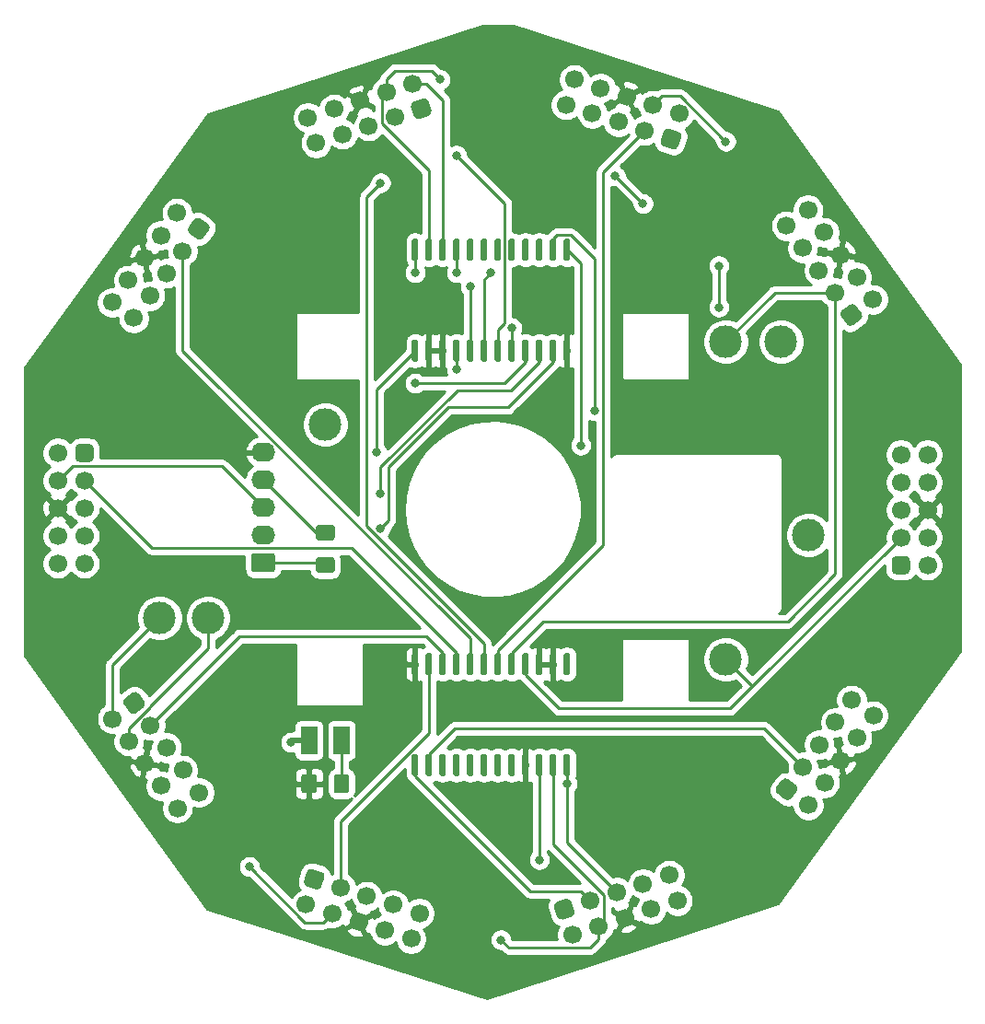
<source format=gbr>
G04 #@! TF.GenerationSoftware,KiCad,Pcbnew,5.1.6*
G04 #@! TF.CreationDate,2020-09-21T17:29:53+02:00*
G04 #@! TF.ProjectId,enigma-ToF,656e6967-6d61-42d5-946f-462e6b696361,rev?*
G04 #@! TF.SameCoordinates,Original*
G04 #@! TF.FileFunction,Copper,L1,Top*
G04 #@! TF.FilePolarity,Positive*
%FSLAX46Y46*%
G04 Gerber Fmt 4.6, Leading zero omitted, Abs format (unit mm)*
G04 Created by KiCad (PCBNEW 5.1.6) date 2020-09-21 17:29:53*
%MOMM*%
%LPD*%
G01*
G04 APERTURE LIST*
G04 #@! TA.AperFunction,SMDPad,CuDef*
%ADD10R,1.500000X2.600000*%
G04 #@! TD*
G04 #@! TA.AperFunction,ComponentPad*
%ADD11C,3.000000*%
G04 #@! TD*
G04 #@! TA.AperFunction,ComponentPad*
%ADD12C,1.700000*%
G04 #@! TD*
G04 #@! TA.AperFunction,ComponentPad*
%ADD13O,2.190000X1.740000*%
G04 #@! TD*
G04 #@! TA.AperFunction,ViaPad*
%ADD14C,0.800000*%
G04 #@! TD*
G04 #@! TA.AperFunction,Conductor*
%ADD15C,0.250000*%
G04 #@! TD*
G04 #@! TA.AperFunction,Conductor*
%ADD16C,0.500000*%
G04 #@! TD*
G04 #@! TA.AperFunction,Conductor*
%ADD17C,0.254000*%
G04 #@! TD*
G04 APERTURE END LIST*
D10*
X53110000Y-91257120D03*
X56110000Y-91257120D03*
G04 #@! TA.AperFunction,SMDPad,CuDef*
G36*
G01*
X53835000Y-94625000D02*
X53835000Y-95875000D01*
G75*
G02*
X53585000Y-96125000I-250000J0D01*
G01*
X52660000Y-96125000D01*
G75*
G02*
X52410000Y-95875000I0J250000D01*
G01*
X52410000Y-94625000D01*
G75*
G02*
X52660000Y-94375000I250000J0D01*
G01*
X53585000Y-94375000D01*
G75*
G02*
X53835000Y-94625000I0J-250000D01*
G01*
G37*
G04 #@! TD.AperFunction*
G04 #@! TA.AperFunction,SMDPad,CuDef*
G36*
G01*
X56810000Y-94625000D02*
X56810000Y-95875000D01*
G75*
G02*
X56560000Y-96125000I-250000J0D01*
G01*
X55635000Y-96125000D01*
G75*
G02*
X55385000Y-95875000I0J250000D01*
G01*
X55385000Y-94625000D01*
G75*
G02*
X55635000Y-94375000I250000J0D01*
G01*
X56560000Y-94375000D01*
G75*
G02*
X56810000Y-94625000I0J-250000D01*
G01*
G37*
G04 #@! TD.AperFunction*
D11*
X96520000Y-54610000D03*
X91440000Y-54610000D03*
X99060000Y-72390000D03*
X91440000Y-83820000D03*
X54610000Y-62230000D03*
X39370000Y-80010000D03*
X43815000Y-80010000D03*
G04 #@! TA.AperFunction,SMDPad,CuDef*
G36*
G01*
X76685000Y-92525000D02*
X76985000Y-92525000D01*
G75*
G02*
X77135000Y-92675000I0J-150000D01*
G01*
X77135000Y-94425000D01*
G75*
G02*
X76985000Y-94575000I-150000J0D01*
G01*
X76685000Y-94575000D01*
G75*
G02*
X76535000Y-94425000I0J150000D01*
G01*
X76535000Y-92675000D01*
G75*
G02*
X76685000Y-92525000I150000J0D01*
G01*
G37*
G04 #@! TD.AperFunction*
G04 #@! TA.AperFunction,SMDPad,CuDef*
G36*
G01*
X75415000Y-92525000D02*
X75715000Y-92525000D01*
G75*
G02*
X75865000Y-92675000I0J-150000D01*
G01*
X75865000Y-94425000D01*
G75*
G02*
X75715000Y-94575000I-150000J0D01*
G01*
X75415000Y-94575000D01*
G75*
G02*
X75265000Y-94425000I0J150000D01*
G01*
X75265000Y-92675000D01*
G75*
G02*
X75415000Y-92525000I150000J0D01*
G01*
G37*
G04 #@! TD.AperFunction*
G04 #@! TA.AperFunction,SMDPad,CuDef*
G36*
G01*
X74145000Y-92525000D02*
X74445000Y-92525000D01*
G75*
G02*
X74595000Y-92675000I0J-150000D01*
G01*
X74595000Y-94425000D01*
G75*
G02*
X74445000Y-94575000I-150000J0D01*
G01*
X74145000Y-94575000D01*
G75*
G02*
X73995000Y-94425000I0J150000D01*
G01*
X73995000Y-92675000D01*
G75*
G02*
X74145000Y-92525000I150000J0D01*
G01*
G37*
G04 #@! TD.AperFunction*
G04 #@! TA.AperFunction,SMDPad,CuDef*
G36*
G01*
X72875000Y-92525000D02*
X73175000Y-92525000D01*
G75*
G02*
X73325000Y-92675000I0J-150000D01*
G01*
X73325000Y-94425000D01*
G75*
G02*
X73175000Y-94575000I-150000J0D01*
G01*
X72875000Y-94575000D01*
G75*
G02*
X72725000Y-94425000I0J150000D01*
G01*
X72725000Y-92675000D01*
G75*
G02*
X72875000Y-92525000I150000J0D01*
G01*
G37*
G04 #@! TD.AperFunction*
G04 #@! TA.AperFunction,SMDPad,CuDef*
G36*
G01*
X71605000Y-92525000D02*
X71905000Y-92525000D01*
G75*
G02*
X72055000Y-92675000I0J-150000D01*
G01*
X72055000Y-94425000D01*
G75*
G02*
X71905000Y-94575000I-150000J0D01*
G01*
X71605000Y-94575000D01*
G75*
G02*
X71455000Y-94425000I0J150000D01*
G01*
X71455000Y-92675000D01*
G75*
G02*
X71605000Y-92525000I150000J0D01*
G01*
G37*
G04 #@! TD.AperFunction*
G04 #@! TA.AperFunction,SMDPad,CuDef*
G36*
G01*
X70335000Y-92525000D02*
X70635000Y-92525000D01*
G75*
G02*
X70785000Y-92675000I0J-150000D01*
G01*
X70785000Y-94425000D01*
G75*
G02*
X70635000Y-94575000I-150000J0D01*
G01*
X70335000Y-94575000D01*
G75*
G02*
X70185000Y-94425000I0J150000D01*
G01*
X70185000Y-92675000D01*
G75*
G02*
X70335000Y-92525000I150000J0D01*
G01*
G37*
G04 #@! TD.AperFunction*
G04 #@! TA.AperFunction,SMDPad,CuDef*
G36*
G01*
X69065000Y-92525000D02*
X69365000Y-92525000D01*
G75*
G02*
X69515000Y-92675000I0J-150000D01*
G01*
X69515000Y-94425000D01*
G75*
G02*
X69365000Y-94575000I-150000J0D01*
G01*
X69065000Y-94575000D01*
G75*
G02*
X68915000Y-94425000I0J150000D01*
G01*
X68915000Y-92675000D01*
G75*
G02*
X69065000Y-92525000I150000J0D01*
G01*
G37*
G04 #@! TD.AperFunction*
G04 #@! TA.AperFunction,SMDPad,CuDef*
G36*
G01*
X67795000Y-92525000D02*
X68095000Y-92525000D01*
G75*
G02*
X68245000Y-92675000I0J-150000D01*
G01*
X68245000Y-94425000D01*
G75*
G02*
X68095000Y-94575000I-150000J0D01*
G01*
X67795000Y-94575000D01*
G75*
G02*
X67645000Y-94425000I0J150000D01*
G01*
X67645000Y-92675000D01*
G75*
G02*
X67795000Y-92525000I150000J0D01*
G01*
G37*
G04 #@! TD.AperFunction*
G04 #@! TA.AperFunction,SMDPad,CuDef*
G36*
G01*
X66525000Y-92525000D02*
X66825000Y-92525000D01*
G75*
G02*
X66975000Y-92675000I0J-150000D01*
G01*
X66975000Y-94425000D01*
G75*
G02*
X66825000Y-94575000I-150000J0D01*
G01*
X66525000Y-94575000D01*
G75*
G02*
X66375000Y-94425000I0J150000D01*
G01*
X66375000Y-92675000D01*
G75*
G02*
X66525000Y-92525000I150000J0D01*
G01*
G37*
G04 #@! TD.AperFunction*
G04 #@! TA.AperFunction,SMDPad,CuDef*
G36*
G01*
X65255000Y-92525000D02*
X65555000Y-92525000D01*
G75*
G02*
X65705000Y-92675000I0J-150000D01*
G01*
X65705000Y-94425000D01*
G75*
G02*
X65555000Y-94575000I-150000J0D01*
G01*
X65255000Y-94575000D01*
G75*
G02*
X65105000Y-94425000I0J150000D01*
G01*
X65105000Y-92675000D01*
G75*
G02*
X65255000Y-92525000I150000J0D01*
G01*
G37*
G04 #@! TD.AperFunction*
G04 #@! TA.AperFunction,SMDPad,CuDef*
G36*
G01*
X63985000Y-92525000D02*
X64285000Y-92525000D01*
G75*
G02*
X64435000Y-92675000I0J-150000D01*
G01*
X64435000Y-94425000D01*
G75*
G02*
X64285000Y-94575000I-150000J0D01*
G01*
X63985000Y-94575000D01*
G75*
G02*
X63835000Y-94425000I0J150000D01*
G01*
X63835000Y-92675000D01*
G75*
G02*
X63985000Y-92525000I150000J0D01*
G01*
G37*
G04 #@! TD.AperFunction*
G04 #@! TA.AperFunction,SMDPad,CuDef*
G36*
G01*
X62715000Y-92525000D02*
X63015000Y-92525000D01*
G75*
G02*
X63165000Y-92675000I0J-150000D01*
G01*
X63165000Y-94425000D01*
G75*
G02*
X63015000Y-94575000I-150000J0D01*
G01*
X62715000Y-94575000D01*
G75*
G02*
X62565000Y-94425000I0J150000D01*
G01*
X62565000Y-92675000D01*
G75*
G02*
X62715000Y-92525000I150000J0D01*
G01*
G37*
G04 #@! TD.AperFunction*
G04 #@! TA.AperFunction,SMDPad,CuDef*
G36*
G01*
X62715000Y-83225000D02*
X63015000Y-83225000D01*
G75*
G02*
X63165000Y-83375000I0J-150000D01*
G01*
X63165000Y-85125000D01*
G75*
G02*
X63015000Y-85275000I-150000J0D01*
G01*
X62715000Y-85275000D01*
G75*
G02*
X62565000Y-85125000I0J150000D01*
G01*
X62565000Y-83375000D01*
G75*
G02*
X62715000Y-83225000I150000J0D01*
G01*
G37*
G04 #@! TD.AperFunction*
G04 #@! TA.AperFunction,SMDPad,CuDef*
G36*
G01*
X63985000Y-83225000D02*
X64285000Y-83225000D01*
G75*
G02*
X64435000Y-83375000I0J-150000D01*
G01*
X64435000Y-85125000D01*
G75*
G02*
X64285000Y-85275000I-150000J0D01*
G01*
X63985000Y-85275000D01*
G75*
G02*
X63835000Y-85125000I0J150000D01*
G01*
X63835000Y-83375000D01*
G75*
G02*
X63985000Y-83225000I150000J0D01*
G01*
G37*
G04 #@! TD.AperFunction*
G04 #@! TA.AperFunction,SMDPad,CuDef*
G36*
G01*
X65255000Y-83225000D02*
X65555000Y-83225000D01*
G75*
G02*
X65705000Y-83375000I0J-150000D01*
G01*
X65705000Y-85125000D01*
G75*
G02*
X65555000Y-85275000I-150000J0D01*
G01*
X65255000Y-85275000D01*
G75*
G02*
X65105000Y-85125000I0J150000D01*
G01*
X65105000Y-83375000D01*
G75*
G02*
X65255000Y-83225000I150000J0D01*
G01*
G37*
G04 #@! TD.AperFunction*
G04 #@! TA.AperFunction,SMDPad,CuDef*
G36*
G01*
X66525000Y-83225000D02*
X66825000Y-83225000D01*
G75*
G02*
X66975000Y-83375000I0J-150000D01*
G01*
X66975000Y-85125000D01*
G75*
G02*
X66825000Y-85275000I-150000J0D01*
G01*
X66525000Y-85275000D01*
G75*
G02*
X66375000Y-85125000I0J150000D01*
G01*
X66375000Y-83375000D01*
G75*
G02*
X66525000Y-83225000I150000J0D01*
G01*
G37*
G04 #@! TD.AperFunction*
G04 #@! TA.AperFunction,SMDPad,CuDef*
G36*
G01*
X67795000Y-83225000D02*
X68095000Y-83225000D01*
G75*
G02*
X68245000Y-83375000I0J-150000D01*
G01*
X68245000Y-85125000D01*
G75*
G02*
X68095000Y-85275000I-150000J0D01*
G01*
X67795000Y-85275000D01*
G75*
G02*
X67645000Y-85125000I0J150000D01*
G01*
X67645000Y-83375000D01*
G75*
G02*
X67795000Y-83225000I150000J0D01*
G01*
G37*
G04 #@! TD.AperFunction*
G04 #@! TA.AperFunction,SMDPad,CuDef*
G36*
G01*
X69065000Y-83225000D02*
X69365000Y-83225000D01*
G75*
G02*
X69515000Y-83375000I0J-150000D01*
G01*
X69515000Y-85125000D01*
G75*
G02*
X69365000Y-85275000I-150000J0D01*
G01*
X69065000Y-85275000D01*
G75*
G02*
X68915000Y-85125000I0J150000D01*
G01*
X68915000Y-83375000D01*
G75*
G02*
X69065000Y-83225000I150000J0D01*
G01*
G37*
G04 #@! TD.AperFunction*
G04 #@! TA.AperFunction,SMDPad,CuDef*
G36*
G01*
X70335000Y-83225000D02*
X70635000Y-83225000D01*
G75*
G02*
X70785000Y-83375000I0J-150000D01*
G01*
X70785000Y-85125000D01*
G75*
G02*
X70635000Y-85275000I-150000J0D01*
G01*
X70335000Y-85275000D01*
G75*
G02*
X70185000Y-85125000I0J150000D01*
G01*
X70185000Y-83375000D01*
G75*
G02*
X70335000Y-83225000I150000J0D01*
G01*
G37*
G04 #@! TD.AperFunction*
G04 #@! TA.AperFunction,SMDPad,CuDef*
G36*
G01*
X71605000Y-83225000D02*
X71905000Y-83225000D01*
G75*
G02*
X72055000Y-83375000I0J-150000D01*
G01*
X72055000Y-85125000D01*
G75*
G02*
X71905000Y-85275000I-150000J0D01*
G01*
X71605000Y-85275000D01*
G75*
G02*
X71455000Y-85125000I0J150000D01*
G01*
X71455000Y-83375000D01*
G75*
G02*
X71605000Y-83225000I150000J0D01*
G01*
G37*
G04 #@! TD.AperFunction*
G04 #@! TA.AperFunction,SMDPad,CuDef*
G36*
G01*
X72875000Y-83225000D02*
X73175000Y-83225000D01*
G75*
G02*
X73325000Y-83375000I0J-150000D01*
G01*
X73325000Y-85125000D01*
G75*
G02*
X73175000Y-85275000I-150000J0D01*
G01*
X72875000Y-85275000D01*
G75*
G02*
X72725000Y-85125000I0J150000D01*
G01*
X72725000Y-83375000D01*
G75*
G02*
X72875000Y-83225000I150000J0D01*
G01*
G37*
G04 #@! TD.AperFunction*
G04 #@! TA.AperFunction,SMDPad,CuDef*
G36*
G01*
X74145000Y-83225000D02*
X74445000Y-83225000D01*
G75*
G02*
X74595000Y-83375000I0J-150000D01*
G01*
X74595000Y-85125000D01*
G75*
G02*
X74445000Y-85275000I-150000J0D01*
G01*
X74145000Y-85275000D01*
G75*
G02*
X73995000Y-85125000I0J150000D01*
G01*
X73995000Y-83375000D01*
G75*
G02*
X74145000Y-83225000I150000J0D01*
G01*
G37*
G04 #@! TD.AperFunction*
G04 #@! TA.AperFunction,SMDPad,CuDef*
G36*
G01*
X75415000Y-83225000D02*
X75715000Y-83225000D01*
G75*
G02*
X75865000Y-83375000I0J-150000D01*
G01*
X75865000Y-85125000D01*
G75*
G02*
X75715000Y-85275000I-150000J0D01*
G01*
X75415000Y-85275000D01*
G75*
G02*
X75265000Y-85125000I0J150000D01*
G01*
X75265000Y-83375000D01*
G75*
G02*
X75415000Y-83225000I150000J0D01*
G01*
G37*
G04 #@! TD.AperFunction*
G04 #@! TA.AperFunction,SMDPad,CuDef*
G36*
G01*
X76685000Y-83225000D02*
X76985000Y-83225000D01*
G75*
G02*
X77135000Y-83375000I0J-150000D01*
G01*
X77135000Y-85125000D01*
G75*
G02*
X76985000Y-85275000I-150000J0D01*
G01*
X76685000Y-85275000D01*
G75*
G02*
X76535000Y-85125000I0J150000D01*
G01*
X76535000Y-83375000D01*
G75*
G02*
X76685000Y-83225000I150000J0D01*
G01*
G37*
G04 #@! TD.AperFunction*
G04 #@! TA.AperFunction,ComponentPad*
G36*
G01*
X96100447Y-95617876D02*
X96600065Y-94930211D01*
G75*
G02*
X97193706Y-94836188I343832J-249809D01*
G01*
X97881370Y-95335806D01*
G75*
G02*
X97975393Y-95929447I-249809J-343832D01*
G01*
X97475775Y-96617111D01*
G75*
G02*
X96882134Y-96711134I-343832J249809D01*
G01*
X96194470Y-96211516D01*
G75*
G02*
X96100447Y-95617875I249809J343832D01*
G01*
G37*
G04 #@! TD.AperFunction*
D12*
X98530895Y-93718758D03*
X100023869Y-91663855D03*
X101516844Y-89608951D03*
X103009818Y-87554048D03*
X99028102Y-97219613D03*
X100521076Y-95164709D03*
X102014051Y-93109806D03*
X103507025Y-91054903D03*
X105000000Y-89000000D03*
G04 #@! TA.AperFunction,SMDPad,CuDef*
G36*
G01*
X63015000Y-47175000D02*
X62715000Y-47175000D01*
G75*
G02*
X62565000Y-47025000I0J150000D01*
G01*
X62565000Y-45275000D01*
G75*
G02*
X62715000Y-45125000I150000J0D01*
G01*
X63015000Y-45125000D01*
G75*
G02*
X63165000Y-45275000I0J-150000D01*
G01*
X63165000Y-47025000D01*
G75*
G02*
X63015000Y-47175000I-150000J0D01*
G01*
G37*
G04 #@! TD.AperFunction*
G04 #@! TA.AperFunction,SMDPad,CuDef*
G36*
G01*
X64285000Y-47175000D02*
X63985000Y-47175000D01*
G75*
G02*
X63835000Y-47025000I0J150000D01*
G01*
X63835000Y-45275000D01*
G75*
G02*
X63985000Y-45125000I150000J0D01*
G01*
X64285000Y-45125000D01*
G75*
G02*
X64435000Y-45275000I0J-150000D01*
G01*
X64435000Y-47025000D01*
G75*
G02*
X64285000Y-47175000I-150000J0D01*
G01*
G37*
G04 #@! TD.AperFunction*
G04 #@! TA.AperFunction,SMDPad,CuDef*
G36*
G01*
X65555000Y-47175000D02*
X65255000Y-47175000D01*
G75*
G02*
X65105000Y-47025000I0J150000D01*
G01*
X65105000Y-45275000D01*
G75*
G02*
X65255000Y-45125000I150000J0D01*
G01*
X65555000Y-45125000D01*
G75*
G02*
X65705000Y-45275000I0J-150000D01*
G01*
X65705000Y-47025000D01*
G75*
G02*
X65555000Y-47175000I-150000J0D01*
G01*
G37*
G04 #@! TD.AperFunction*
G04 #@! TA.AperFunction,SMDPad,CuDef*
G36*
G01*
X66825000Y-47175000D02*
X66525000Y-47175000D01*
G75*
G02*
X66375000Y-47025000I0J150000D01*
G01*
X66375000Y-45275000D01*
G75*
G02*
X66525000Y-45125000I150000J0D01*
G01*
X66825000Y-45125000D01*
G75*
G02*
X66975000Y-45275000I0J-150000D01*
G01*
X66975000Y-47025000D01*
G75*
G02*
X66825000Y-47175000I-150000J0D01*
G01*
G37*
G04 #@! TD.AperFunction*
G04 #@! TA.AperFunction,SMDPad,CuDef*
G36*
G01*
X68095000Y-47175000D02*
X67795000Y-47175000D01*
G75*
G02*
X67645000Y-47025000I0J150000D01*
G01*
X67645000Y-45275000D01*
G75*
G02*
X67795000Y-45125000I150000J0D01*
G01*
X68095000Y-45125000D01*
G75*
G02*
X68245000Y-45275000I0J-150000D01*
G01*
X68245000Y-47025000D01*
G75*
G02*
X68095000Y-47175000I-150000J0D01*
G01*
G37*
G04 #@! TD.AperFunction*
G04 #@! TA.AperFunction,SMDPad,CuDef*
G36*
G01*
X69365000Y-47175000D02*
X69065000Y-47175000D01*
G75*
G02*
X68915000Y-47025000I0J150000D01*
G01*
X68915000Y-45275000D01*
G75*
G02*
X69065000Y-45125000I150000J0D01*
G01*
X69365000Y-45125000D01*
G75*
G02*
X69515000Y-45275000I0J-150000D01*
G01*
X69515000Y-47025000D01*
G75*
G02*
X69365000Y-47175000I-150000J0D01*
G01*
G37*
G04 #@! TD.AperFunction*
G04 #@! TA.AperFunction,SMDPad,CuDef*
G36*
G01*
X70635000Y-47175000D02*
X70335000Y-47175000D01*
G75*
G02*
X70185000Y-47025000I0J150000D01*
G01*
X70185000Y-45275000D01*
G75*
G02*
X70335000Y-45125000I150000J0D01*
G01*
X70635000Y-45125000D01*
G75*
G02*
X70785000Y-45275000I0J-150000D01*
G01*
X70785000Y-47025000D01*
G75*
G02*
X70635000Y-47175000I-150000J0D01*
G01*
G37*
G04 #@! TD.AperFunction*
G04 #@! TA.AperFunction,SMDPad,CuDef*
G36*
G01*
X71905000Y-47175000D02*
X71605000Y-47175000D01*
G75*
G02*
X71455000Y-47025000I0J150000D01*
G01*
X71455000Y-45275000D01*
G75*
G02*
X71605000Y-45125000I150000J0D01*
G01*
X71905000Y-45125000D01*
G75*
G02*
X72055000Y-45275000I0J-150000D01*
G01*
X72055000Y-47025000D01*
G75*
G02*
X71905000Y-47175000I-150000J0D01*
G01*
G37*
G04 #@! TD.AperFunction*
G04 #@! TA.AperFunction,SMDPad,CuDef*
G36*
G01*
X73175000Y-47175000D02*
X72875000Y-47175000D01*
G75*
G02*
X72725000Y-47025000I0J150000D01*
G01*
X72725000Y-45275000D01*
G75*
G02*
X72875000Y-45125000I150000J0D01*
G01*
X73175000Y-45125000D01*
G75*
G02*
X73325000Y-45275000I0J-150000D01*
G01*
X73325000Y-47025000D01*
G75*
G02*
X73175000Y-47175000I-150000J0D01*
G01*
G37*
G04 #@! TD.AperFunction*
G04 #@! TA.AperFunction,SMDPad,CuDef*
G36*
G01*
X74445000Y-47175000D02*
X74145000Y-47175000D01*
G75*
G02*
X73995000Y-47025000I0J150000D01*
G01*
X73995000Y-45275000D01*
G75*
G02*
X74145000Y-45125000I150000J0D01*
G01*
X74445000Y-45125000D01*
G75*
G02*
X74595000Y-45275000I0J-150000D01*
G01*
X74595000Y-47025000D01*
G75*
G02*
X74445000Y-47175000I-150000J0D01*
G01*
G37*
G04 #@! TD.AperFunction*
G04 #@! TA.AperFunction,SMDPad,CuDef*
G36*
G01*
X75715000Y-47175000D02*
X75415000Y-47175000D01*
G75*
G02*
X75265000Y-47025000I0J150000D01*
G01*
X75265000Y-45275000D01*
G75*
G02*
X75415000Y-45125000I150000J0D01*
G01*
X75715000Y-45125000D01*
G75*
G02*
X75865000Y-45275000I0J-150000D01*
G01*
X75865000Y-47025000D01*
G75*
G02*
X75715000Y-47175000I-150000J0D01*
G01*
G37*
G04 #@! TD.AperFunction*
G04 #@! TA.AperFunction,SMDPad,CuDef*
G36*
G01*
X76985000Y-47175000D02*
X76685000Y-47175000D01*
G75*
G02*
X76535000Y-47025000I0J150000D01*
G01*
X76535000Y-45275000D01*
G75*
G02*
X76685000Y-45125000I150000J0D01*
G01*
X76985000Y-45125000D01*
G75*
G02*
X77135000Y-45275000I0J-150000D01*
G01*
X77135000Y-47025000D01*
G75*
G02*
X76985000Y-47175000I-150000J0D01*
G01*
G37*
G04 #@! TD.AperFunction*
G04 #@! TA.AperFunction,SMDPad,CuDef*
G36*
G01*
X76985000Y-56475000D02*
X76685000Y-56475000D01*
G75*
G02*
X76535000Y-56325000I0J150000D01*
G01*
X76535000Y-54575000D01*
G75*
G02*
X76685000Y-54425000I150000J0D01*
G01*
X76985000Y-54425000D01*
G75*
G02*
X77135000Y-54575000I0J-150000D01*
G01*
X77135000Y-56325000D01*
G75*
G02*
X76985000Y-56475000I-150000J0D01*
G01*
G37*
G04 #@! TD.AperFunction*
G04 #@! TA.AperFunction,SMDPad,CuDef*
G36*
G01*
X75715000Y-56475000D02*
X75415000Y-56475000D01*
G75*
G02*
X75265000Y-56325000I0J150000D01*
G01*
X75265000Y-54575000D01*
G75*
G02*
X75415000Y-54425000I150000J0D01*
G01*
X75715000Y-54425000D01*
G75*
G02*
X75865000Y-54575000I0J-150000D01*
G01*
X75865000Y-56325000D01*
G75*
G02*
X75715000Y-56475000I-150000J0D01*
G01*
G37*
G04 #@! TD.AperFunction*
G04 #@! TA.AperFunction,SMDPad,CuDef*
G36*
G01*
X74445000Y-56475000D02*
X74145000Y-56475000D01*
G75*
G02*
X73995000Y-56325000I0J150000D01*
G01*
X73995000Y-54575000D01*
G75*
G02*
X74145000Y-54425000I150000J0D01*
G01*
X74445000Y-54425000D01*
G75*
G02*
X74595000Y-54575000I0J-150000D01*
G01*
X74595000Y-56325000D01*
G75*
G02*
X74445000Y-56475000I-150000J0D01*
G01*
G37*
G04 #@! TD.AperFunction*
G04 #@! TA.AperFunction,SMDPad,CuDef*
G36*
G01*
X73175000Y-56475000D02*
X72875000Y-56475000D01*
G75*
G02*
X72725000Y-56325000I0J150000D01*
G01*
X72725000Y-54575000D01*
G75*
G02*
X72875000Y-54425000I150000J0D01*
G01*
X73175000Y-54425000D01*
G75*
G02*
X73325000Y-54575000I0J-150000D01*
G01*
X73325000Y-56325000D01*
G75*
G02*
X73175000Y-56475000I-150000J0D01*
G01*
G37*
G04 #@! TD.AperFunction*
G04 #@! TA.AperFunction,SMDPad,CuDef*
G36*
G01*
X71905000Y-56475000D02*
X71605000Y-56475000D01*
G75*
G02*
X71455000Y-56325000I0J150000D01*
G01*
X71455000Y-54575000D01*
G75*
G02*
X71605000Y-54425000I150000J0D01*
G01*
X71905000Y-54425000D01*
G75*
G02*
X72055000Y-54575000I0J-150000D01*
G01*
X72055000Y-56325000D01*
G75*
G02*
X71905000Y-56475000I-150000J0D01*
G01*
G37*
G04 #@! TD.AperFunction*
G04 #@! TA.AperFunction,SMDPad,CuDef*
G36*
G01*
X70635000Y-56475000D02*
X70335000Y-56475000D01*
G75*
G02*
X70185000Y-56325000I0J150000D01*
G01*
X70185000Y-54575000D01*
G75*
G02*
X70335000Y-54425000I150000J0D01*
G01*
X70635000Y-54425000D01*
G75*
G02*
X70785000Y-54575000I0J-150000D01*
G01*
X70785000Y-56325000D01*
G75*
G02*
X70635000Y-56475000I-150000J0D01*
G01*
G37*
G04 #@! TD.AperFunction*
G04 #@! TA.AperFunction,SMDPad,CuDef*
G36*
G01*
X69365000Y-56475000D02*
X69065000Y-56475000D01*
G75*
G02*
X68915000Y-56325000I0J150000D01*
G01*
X68915000Y-54575000D01*
G75*
G02*
X69065000Y-54425000I150000J0D01*
G01*
X69365000Y-54425000D01*
G75*
G02*
X69515000Y-54575000I0J-150000D01*
G01*
X69515000Y-56325000D01*
G75*
G02*
X69365000Y-56475000I-150000J0D01*
G01*
G37*
G04 #@! TD.AperFunction*
G04 #@! TA.AperFunction,SMDPad,CuDef*
G36*
G01*
X68095000Y-56475000D02*
X67795000Y-56475000D01*
G75*
G02*
X67645000Y-56325000I0J150000D01*
G01*
X67645000Y-54575000D01*
G75*
G02*
X67795000Y-54425000I150000J0D01*
G01*
X68095000Y-54425000D01*
G75*
G02*
X68245000Y-54575000I0J-150000D01*
G01*
X68245000Y-56325000D01*
G75*
G02*
X68095000Y-56475000I-150000J0D01*
G01*
G37*
G04 #@! TD.AperFunction*
G04 #@! TA.AperFunction,SMDPad,CuDef*
G36*
G01*
X66825000Y-56475000D02*
X66525000Y-56475000D01*
G75*
G02*
X66375000Y-56325000I0J150000D01*
G01*
X66375000Y-54575000D01*
G75*
G02*
X66525000Y-54425000I150000J0D01*
G01*
X66825000Y-54425000D01*
G75*
G02*
X66975000Y-54575000I0J-150000D01*
G01*
X66975000Y-56325000D01*
G75*
G02*
X66825000Y-56475000I-150000J0D01*
G01*
G37*
G04 #@! TD.AperFunction*
G04 #@! TA.AperFunction,SMDPad,CuDef*
G36*
G01*
X65555000Y-56475000D02*
X65255000Y-56475000D01*
G75*
G02*
X65105000Y-56325000I0J150000D01*
G01*
X65105000Y-54575000D01*
G75*
G02*
X65255000Y-54425000I150000J0D01*
G01*
X65555000Y-54425000D01*
G75*
G02*
X65705000Y-54575000I0J-150000D01*
G01*
X65705000Y-56325000D01*
G75*
G02*
X65555000Y-56475000I-150000J0D01*
G01*
G37*
G04 #@! TD.AperFunction*
G04 #@! TA.AperFunction,SMDPad,CuDef*
G36*
G01*
X64285000Y-56475000D02*
X63985000Y-56475000D01*
G75*
G02*
X63835000Y-56325000I0J150000D01*
G01*
X63835000Y-54575000D01*
G75*
G02*
X63985000Y-54425000I150000J0D01*
G01*
X64285000Y-54425000D01*
G75*
G02*
X64435000Y-54575000I0J-150000D01*
G01*
X64435000Y-56325000D01*
G75*
G02*
X64285000Y-56475000I-150000J0D01*
G01*
G37*
G04 #@! TD.AperFunction*
G04 #@! TA.AperFunction,SMDPad,CuDef*
G36*
G01*
X63015000Y-56475000D02*
X62715000Y-56475000D01*
G75*
G02*
X62565000Y-56325000I0J150000D01*
G01*
X62565000Y-54575000D01*
G75*
G02*
X62715000Y-54425000I150000J0D01*
G01*
X63015000Y-54425000D01*
G75*
G02*
X63165000Y-54575000I0J-150000D01*
G01*
X63165000Y-56325000D01*
G75*
G02*
X63015000Y-56475000I-150000J0D01*
G01*
G37*
G04 #@! TD.AperFunction*
G04 #@! TA.AperFunction,ComponentPad*
G36*
G01*
X75910221Y-106122948D02*
X76718619Y-105860284D01*
G75*
G02*
X77254150Y-106133151I131332J-404199D01*
G01*
X77516814Y-106941549D01*
G75*
G02*
X77243947Y-107477080I-404199J-131332D01*
G01*
X76435549Y-107739744D01*
G75*
G02*
X75900018Y-107466877I-131332J404199D01*
G01*
X75637354Y-106658479D01*
G75*
G02*
X75910221Y-106122948I404199J131332D01*
G01*
G37*
G04 #@! TD.AperFunction*
X78992768Y-106015110D03*
X81408451Y-105230207D03*
X83824135Y-104445304D03*
X86239818Y-103660401D03*
X77337266Y-109139613D03*
X79752949Y-108354709D03*
X82168633Y-107569806D03*
X84584316Y-106784903D03*
X87000000Y-106000000D03*
G04 #@! TA.AperFunction,ComponentPad*
G36*
G01*
X53455913Y-103081058D02*
X54264311Y-103343722D01*
G75*
G02*
X54537178Y-103879253I-131332J-404199D01*
G01*
X54274514Y-104687651D01*
G75*
G02*
X53738983Y-104960518I-404199J131332D01*
G01*
X52930585Y-104697854D01*
G75*
G02*
X52657718Y-104162323I131332J404199D01*
G01*
X52920382Y-103353925D01*
G75*
G02*
X53455913Y-103081058I404199J-131332D01*
G01*
G37*
G04 #@! TD.AperFunction*
X56013131Y-104805691D03*
X58428815Y-105590595D03*
X60844498Y-106375498D03*
X63260182Y-107160401D03*
X52837266Y-106360387D03*
X55252949Y-107145291D03*
X57668633Y-107930194D03*
X60084316Y-108715097D03*
X62500000Y-109500000D03*
G04 #@! TA.AperFunction,ComponentPad*
G36*
G01*
X37456140Y-86990986D02*
X37955757Y-87678650D01*
G75*
G02*
X37861734Y-88272291I-343832J-249809D01*
G01*
X37174070Y-88771909D01*
G75*
G02*
X36580429Y-88677886I-249809J343832D01*
G01*
X36080811Y-87990222D01*
G75*
G02*
X36174834Y-87396581I343832J249809D01*
G01*
X36862498Y-86896963D01*
G75*
G02*
X37456139Y-86990986I249809J-343832D01*
G01*
G37*
G04 #@! TD.AperFunction*
X38511258Y-89889339D03*
X40004233Y-91944242D03*
X41497207Y-93999145D03*
X42990182Y-96054048D03*
X35028102Y-89280387D03*
X36521076Y-91335291D03*
X38014051Y-93390194D03*
X39507025Y-95445097D03*
X41000000Y-97500000D03*
G04 #@! TA.AperFunction,ComponentPad*
G36*
G01*
X33310000Y-64415000D02*
X33310000Y-65265000D01*
G75*
G02*
X32885000Y-65690000I-425000J0D01*
G01*
X32035000Y-65690000D01*
G75*
G02*
X31610000Y-65265000I0J425000D01*
G01*
X31610000Y-64415000D01*
G75*
G02*
X32035000Y-63990000I425000J0D01*
G01*
X32885000Y-63990000D01*
G75*
G02*
X33310000Y-64415000I0J-425000D01*
G01*
G37*
G04 #@! TD.AperFunction*
X32460000Y-67380000D03*
X32460000Y-69920000D03*
X32460000Y-72460000D03*
X32460000Y-75000000D03*
X30000000Y-64840000D03*
X30000000Y-67380000D03*
X30000000Y-69920000D03*
X30000000Y-72460000D03*
X30000000Y-75000000D03*
G04 #@! TA.AperFunction,ComponentPad*
G36*
G01*
X43899553Y-44382124D02*
X43399935Y-45069789D01*
G75*
G02*
X42806294Y-45163812I-343832J249809D01*
G01*
X42118630Y-44664194D01*
G75*
G02*
X42024607Y-44070553I249809J343832D01*
G01*
X42524225Y-43382889D01*
G75*
G02*
X43117866Y-43288866I343832J-249809D01*
G01*
X43805530Y-43788484D01*
G75*
G02*
X43899553Y-44382125I-249809J-343832D01*
G01*
G37*
G04 #@! TD.AperFunction*
X41469105Y-46281242D03*
X39976131Y-48336145D03*
X38483156Y-50391049D03*
X36990182Y-52445952D03*
X40971898Y-42780387D03*
X39478924Y-44835291D03*
X37985949Y-46890194D03*
X36492975Y-48945097D03*
X35000000Y-51000000D03*
G04 #@! TA.AperFunction,ComponentPad*
G36*
G01*
X64089779Y-33877052D02*
X63281381Y-34139716D01*
G75*
G02*
X62745850Y-33866849I-131332J404199D01*
G01*
X62483186Y-33058451D01*
G75*
G02*
X62756053Y-32522920I404199J131332D01*
G01*
X63564451Y-32260256D01*
G75*
G02*
X64099982Y-32533123I131332J-404199D01*
G01*
X64362646Y-33341521D01*
G75*
G02*
X64089779Y-33877052I-404199J-131332D01*
G01*
G37*
G04 #@! TD.AperFunction*
X61007232Y-33984890D03*
X58591549Y-34769793D03*
X56175865Y-35554696D03*
X53760182Y-36339599D03*
X62662734Y-30860387D03*
X60247051Y-31645291D03*
X57831367Y-32430194D03*
X55415684Y-33215097D03*
X53000000Y-34000000D03*
G04 #@! TA.AperFunction,ComponentPad*
G36*
G01*
X86544087Y-36918942D02*
X85735689Y-36656278D01*
G75*
G02*
X85462822Y-36120747I131332J404199D01*
G01*
X85725486Y-35312349D01*
G75*
G02*
X86261017Y-35039482I404199J-131332D01*
G01*
X87069415Y-35302146D01*
G75*
G02*
X87342282Y-35837677I-131332J-404199D01*
G01*
X87079618Y-36646075D01*
G75*
G02*
X86544087Y-36918942I-404199J131332D01*
G01*
G37*
G04 #@! TD.AperFunction*
X83986869Y-35194309D03*
X81571185Y-34409405D03*
X79155502Y-33624502D03*
X76739818Y-32839599D03*
X87162734Y-33639613D03*
X84747051Y-32854709D03*
X82331367Y-32069806D03*
X79915684Y-31284903D03*
X77500000Y-30500000D03*
G04 #@! TA.AperFunction,ComponentPad*
G36*
G01*
X102543860Y-53009014D02*
X102044243Y-52321350D01*
G75*
G02*
X102138266Y-51727709I343832J249809D01*
G01*
X102825930Y-51228091D01*
G75*
G02*
X103419571Y-51322114I249809J-343832D01*
G01*
X103919189Y-52009778D01*
G75*
G02*
X103825166Y-52603419I-343832J-249809D01*
G01*
X103137502Y-53103037D01*
G75*
G02*
X102543861Y-53009014I-249809J343832D01*
G01*
G37*
G04 #@! TD.AperFunction*
X101488742Y-50110661D03*
X99995767Y-48055758D03*
X98502793Y-46000855D03*
X97009818Y-43945952D03*
X104971898Y-50719613D03*
X103478924Y-48664709D03*
X101985949Y-46609806D03*
X100492975Y-44554903D03*
X99000000Y-42500000D03*
G04 #@! TA.AperFunction,ComponentPad*
G36*
G01*
X106690000Y-75585000D02*
X106690000Y-74735000D01*
G75*
G02*
X107115000Y-74310000I425000J0D01*
G01*
X107965000Y-74310000D01*
G75*
G02*
X108390000Y-74735000I0J-425000D01*
G01*
X108390000Y-75585000D01*
G75*
G02*
X107965000Y-76010000I-425000J0D01*
G01*
X107115000Y-76010000D01*
G75*
G02*
X106690000Y-75585000I0J425000D01*
G01*
G37*
G04 #@! TD.AperFunction*
X107540000Y-72620000D03*
X107540000Y-70080000D03*
X107540000Y-67540000D03*
X107540000Y-65000000D03*
X110000000Y-75160000D03*
X110000000Y-72620000D03*
X110000000Y-70080000D03*
X110000000Y-67540000D03*
X110000000Y-65000000D03*
G04 #@! TA.AperFunction,SMDPad,CuDef*
G36*
G01*
X53985000Y-74435000D02*
X55235000Y-74435000D01*
G75*
G02*
X55485000Y-74685000I0J-250000D01*
G01*
X55485000Y-75610000D01*
G75*
G02*
X55235000Y-75860000I-250000J0D01*
G01*
X53985000Y-75860000D01*
G75*
G02*
X53735000Y-75610000I0J250000D01*
G01*
X53735000Y-74685000D01*
G75*
G02*
X53985000Y-74435000I250000J0D01*
G01*
G37*
G04 #@! TD.AperFunction*
G04 #@! TA.AperFunction,SMDPad,CuDef*
G36*
G01*
X53985000Y-71460000D02*
X55235000Y-71460000D01*
G75*
G02*
X55485000Y-71710000I0J-250000D01*
G01*
X55485000Y-72635000D01*
G75*
G02*
X55235000Y-72885000I-250000J0D01*
G01*
X53985000Y-72885000D01*
G75*
G02*
X53735000Y-72635000I0J250000D01*
G01*
X53735000Y-71710000D01*
G75*
G02*
X53985000Y-71460000I250000J0D01*
G01*
G37*
G04 #@! TD.AperFunction*
D13*
X48895000Y-64770000D03*
X48895000Y-67310000D03*
X48895000Y-69850000D03*
X48895000Y-72390000D03*
G04 #@! TA.AperFunction,ComponentPad*
G36*
G01*
X49740001Y-75800000D02*
X48049999Y-75800000D01*
G75*
G02*
X47800000Y-75550001I0J249999D01*
G01*
X47800000Y-74309999D01*
G75*
G02*
X48049999Y-74060000I249999J0D01*
G01*
X49740001Y-74060000D01*
G75*
G02*
X49990000Y-74309999I0J-249999D01*
G01*
X49990000Y-75550001D01*
G75*
G02*
X49740001Y-75800000I-249999J0D01*
G01*
G37*
G04 #@! TD.AperFunction*
D14*
X76835000Y-95250000D03*
X66675000Y-48260000D03*
X62865000Y-48260000D03*
X90805000Y-47625000D03*
X90805000Y-51435000D03*
X83820000Y-41910000D03*
X81280000Y-39370000D03*
X51435000Y-91440000D03*
X74295000Y-52070000D03*
X66040000Y-52070000D03*
X59690000Y-40005000D03*
X66675000Y-57150000D03*
X67945000Y-49530000D03*
X69850000Y-48260000D03*
X66675000Y-37465000D03*
X71755000Y-53340000D03*
X62865000Y-58420000D03*
X59690000Y-68580006D03*
X59690000Y-71755000D03*
X78105000Y-64135000D03*
X79375000Y-60960000D03*
X59325492Y-64801744D03*
X65176400Y-30505400D03*
X70764400Y-109601000D03*
X91440000Y-36195004D03*
X47625000Y-102870000D03*
X74295000Y-102235000D03*
D15*
X54392500Y-74930000D02*
X54610000Y-75147500D01*
X48895000Y-74930000D02*
X54392500Y-74930000D01*
X76835000Y-93550000D02*
X76835000Y-95250000D01*
X66675000Y-46150000D02*
X66675000Y-48260000D01*
X62865000Y-46150000D02*
X62865000Y-48260000D01*
X76835000Y-100656756D02*
X81408451Y-105230207D01*
X76835000Y-95250000D02*
X76835000Y-100656756D01*
X83820000Y-41910000D02*
X81280000Y-39370000D01*
X90805000Y-47625000D02*
X90805000Y-51435000D01*
D16*
X51617880Y-91257120D02*
X51435000Y-91440000D01*
X53122500Y-91257120D02*
X51617880Y-91257120D01*
D15*
X94982137Y-90170000D02*
X98530895Y-93718758D01*
X66490000Y-90170000D02*
X94982137Y-90170000D01*
X64135000Y-92525000D02*
X66490000Y-90170000D01*
X64135000Y-93550000D02*
X64135000Y-92525000D01*
X78142769Y-105165111D02*
X78992768Y-106015110D01*
X73455111Y-105165111D02*
X78142769Y-105165111D01*
X62865000Y-94575000D02*
X73455111Y-105165111D01*
X62865000Y-93550000D02*
X62865000Y-94575000D01*
X56013131Y-98705101D02*
X56013131Y-104805691D01*
X64135000Y-90583232D02*
X56013131Y-98705101D01*
X64135000Y-84250000D02*
X64135000Y-90583232D01*
X46725607Y-81674990D02*
X38511258Y-89889339D01*
X63854990Y-81674990D02*
X46725607Y-81674990D01*
X65405000Y-83225000D02*
X63854990Y-81674990D01*
X65405000Y-84250000D02*
X65405000Y-83225000D01*
X38665010Y-73585010D02*
X32460000Y-67380000D01*
X57035010Y-73585010D02*
X38665010Y-73585010D01*
X66675000Y-83225000D02*
X57035010Y-73585010D01*
X66675000Y-84250000D02*
X66675000Y-83225000D01*
X41469105Y-55429106D02*
X41469105Y-46281242D01*
X67945000Y-81905001D02*
X41469105Y-55429106D01*
X67945000Y-84250000D02*
X67945000Y-81905001D01*
X58420000Y-41275000D02*
X59690000Y-40005000D01*
X58420000Y-71579636D02*
X58420000Y-41275000D01*
X69215000Y-82374636D02*
X58420000Y-71579636D01*
X69215000Y-84250000D02*
X69215000Y-82374636D01*
X80174990Y-73319646D02*
X80174990Y-39006188D01*
X70485000Y-83009636D02*
X80174990Y-73319646D01*
X80174990Y-39006188D02*
X83986869Y-35194309D01*
X70485000Y-84250000D02*
X70485000Y-83009636D01*
X97134626Y-80325010D02*
X101488742Y-75970894D01*
X74654990Y-80325010D02*
X97134626Y-80325010D01*
X101488742Y-75970894D02*
X101488742Y-50110661D01*
X71755000Y-83225000D02*
X74654990Y-80325010D01*
X71755000Y-84250000D02*
X71755000Y-83225000D01*
X95939339Y-50110661D02*
X101488742Y-50110661D01*
X91440000Y-54610000D02*
X95939339Y-50110661D01*
X76075010Y-88325010D02*
X91834990Y-88325010D01*
X73025000Y-85275000D02*
X76075010Y-88325010D01*
X73025000Y-84250000D02*
X73025000Y-85275000D01*
X91440000Y-83820000D02*
X93890000Y-86270000D01*
X93890000Y-86270000D02*
X107540000Y-72620000D01*
X91834990Y-88325010D02*
X93890000Y-86270000D01*
X66675000Y-55450000D02*
X66675000Y-57150000D01*
X67945000Y-55450000D02*
X67945000Y-49530000D01*
X69215000Y-48895000D02*
X69850000Y-48260000D01*
X69215000Y-55450000D02*
X69215000Y-48895000D01*
X70485000Y-55450000D02*
X70485000Y-53536996D01*
X70485000Y-53536996D02*
X71110010Y-52911986D01*
X71110010Y-52911986D02*
X71110010Y-41900010D01*
X71110010Y-41900010D02*
X66675000Y-37465000D01*
X71755000Y-55450000D02*
X71755000Y-53340000D01*
X71080000Y-58420000D02*
X62865000Y-58420000D01*
X73025000Y-56475000D02*
X71080000Y-58420000D01*
X73025000Y-55450000D02*
X73025000Y-56475000D01*
X59690000Y-66109323D02*
X59690000Y-68580006D01*
X66744323Y-59055000D02*
X59690000Y-66109323D01*
X74295000Y-56475000D02*
X71715000Y-59055000D01*
X71715000Y-59055000D02*
X66744323Y-59055000D01*
X74295000Y-55450000D02*
X74295000Y-56475000D01*
X60415002Y-71029998D02*
X59690000Y-71755000D01*
X60415002Y-66125362D02*
X60415002Y-71029998D01*
X75565000Y-56475000D02*
X71405010Y-60634990D01*
X65905374Y-60634990D02*
X60415002Y-66125362D01*
X75565000Y-55450000D02*
X75565000Y-56475000D01*
X71405010Y-60634990D02*
X65905374Y-60634990D01*
X78105000Y-47420000D02*
X78105000Y-64135000D01*
X76835000Y-46150000D02*
X78105000Y-47420000D01*
X79375000Y-46993232D02*
X79375000Y-60960000D01*
X75890010Y-44799990D02*
X77181758Y-44799990D01*
X77181758Y-44799990D02*
X79375000Y-46993232D01*
X75565000Y-45125000D02*
X75890010Y-44799990D01*
X75565000Y-46150000D02*
X75565000Y-45125000D01*
X53757500Y-72172500D02*
X48895000Y-67310000D01*
X54610000Y-72172500D02*
X53757500Y-72172500D01*
X59325492Y-58989508D02*
X59325492Y-64801744D01*
X62865000Y-55450000D02*
X59325492Y-58989508D01*
X64356386Y-29685386D02*
X65176400Y-30505400D01*
X61004875Y-29685386D02*
X64356386Y-29685386D01*
X60247051Y-30443210D02*
X61004875Y-29685386D01*
X60247051Y-31645291D02*
X60247051Y-30443210D01*
X71478014Y-110314614D02*
X70764400Y-109601000D01*
X78995125Y-110314614D02*
X71478014Y-110314614D01*
X79752949Y-109556790D02*
X78995125Y-110314614D01*
X79752949Y-108354709D02*
X79752949Y-109556790D01*
X80233450Y-107874208D02*
X79752949Y-108354709D01*
X75565000Y-100848340D02*
X80233450Y-105516790D01*
X80233450Y-105516790D02*
X80233450Y-107874208D01*
X75565000Y-93550000D02*
X75565000Y-100848340D01*
X85597050Y-32004710D02*
X87249706Y-32004710D01*
X87249706Y-32004710D02*
X91440000Y-36195004D01*
X84747051Y-32854709D02*
X85597050Y-32004710D01*
X54402950Y-107995290D02*
X52750290Y-107995290D01*
X55252949Y-107145291D02*
X54402950Y-107995290D01*
X52750290Y-107995290D02*
X47625000Y-102870000D01*
X59832231Y-34548891D02*
X59832231Y-32060111D01*
X59832231Y-32060111D02*
X60247051Y-31645291D01*
X64135000Y-38851660D02*
X59832231Y-34548891D01*
X64135000Y-46150000D02*
X64135000Y-38851660D01*
X48895000Y-69850000D02*
X45085000Y-66040000D01*
X31340000Y-66040000D02*
X30000000Y-67380000D01*
X45085000Y-66040000D02*
X31340000Y-66040000D01*
X36521076Y-90138564D02*
X36521076Y-91335291D01*
X38450520Y-88209120D02*
X36521076Y-90138564D01*
X38450520Y-88150076D02*
X38450520Y-88209120D01*
X43815000Y-82785596D02*
X38450520Y-88150076D01*
X43815000Y-80010000D02*
X43815000Y-82785596D01*
X74295000Y-93550000D02*
X74295000Y-102235000D01*
X63864815Y-30860387D02*
X62662734Y-30860387D01*
X65405000Y-32400572D02*
X63864815Y-30860387D01*
X65405000Y-46150000D02*
X65405000Y-32400572D01*
X35028102Y-84351898D02*
X35028102Y-89280387D01*
X39370000Y-80010000D02*
X35028102Y-84351898D01*
X56097500Y-91257120D02*
X56097500Y-95250000D01*
D17*
G36*
X71950137Y-25580845D02*
G01*
X96222136Y-33475136D01*
X112980000Y-56736052D01*
X112980001Y-83089979D01*
X96222686Y-106225080D01*
X69466814Y-114977000D01*
X50520557Y-108906841D01*
X56540459Y-108906841D01*
X56752670Y-109108171D01*
X57000082Y-109264232D01*
X57273186Y-109369026D01*
X57561487Y-109418528D01*
X57853906Y-109410833D01*
X58007286Y-109383442D01*
X58158090Y-109170549D01*
X57613132Y-108101009D01*
X56543592Y-108645967D01*
X56540459Y-108906841D01*
X50520557Y-108906841D01*
X43730889Y-106731511D01*
X34210897Y-93517194D01*
X36527280Y-93517194D01*
X36580624Y-93804808D01*
X36689054Y-94076489D01*
X36848403Y-94321796D01*
X37052548Y-94531303D01*
X37293642Y-94696957D01*
X37433829Y-94764952D01*
X37680968Y-94681358D01*
X37868747Y-93495763D01*
X36683153Y-93307984D01*
X36527280Y-93517194D01*
X34210897Y-93517194D01*
X26974000Y-83471950D01*
X26974000Y-69988531D01*
X28509389Y-69988531D01*
X28551401Y-70278019D01*
X28649081Y-70553747D01*
X28722528Y-70691157D01*
X28971603Y-70768792D01*
X29820395Y-69920000D01*
X28971603Y-69071208D01*
X28722528Y-69148843D01*
X28596629Y-69412883D01*
X28524661Y-69696411D01*
X28509389Y-69988531D01*
X26974000Y-69988531D01*
X26974000Y-64693740D01*
X28515000Y-64693740D01*
X28515000Y-64986260D01*
X28572068Y-65273158D01*
X28684010Y-65543411D01*
X28846525Y-65786632D01*
X29053368Y-65993475D01*
X29227760Y-66110000D01*
X29053368Y-66226525D01*
X28846525Y-66433368D01*
X28684010Y-66676589D01*
X28572068Y-66946842D01*
X28515000Y-67233740D01*
X28515000Y-67526260D01*
X28572068Y-67813158D01*
X28684010Y-68083411D01*
X28846525Y-68326632D01*
X29053368Y-68533475D01*
X29226729Y-68649311D01*
X29151208Y-68891603D01*
X30000000Y-69740395D01*
X30848792Y-68891603D01*
X30773271Y-68649311D01*
X30946632Y-68533475D01*
X31153475Y-68326632D01*
X31230000Y-68212104D01*
X31306525Y-68326632D01*
X31513368Y-68533475D01*
X31687760Y-68650000D01*
X31513368Y-68766525D01*
X31306525Y-68973368D01*
X31204479Y-69126091D01*
X31028397Y-69071208D01*
X30179605Y-69920000D01*
X31028397Y-70768792D01*
X31204479Y-70713909D01*
X31306525Y-70866632D01*
X31513368Y-71073475D01*
X31687760Y-71190000D01*
X31513368Y-71306525D01*
X31306525Y-71513368D01*
X31230000Y-71627896D01*
X31153475Y-71513368D01*
X30946632Y-71306525D01*
X30773271Y-71190689D01*
X30848792Y-70948397D01*
X30000000Y-70099605D01*
X29151208Y-70948397D01*
X29226729Y-71190689D01*
X29053368Y-71306525D01*
X28846525Y-71513368D01*
X28684010Y-71756589D01*
X28572068Y-72026842D01*
X28515000Y-72313740D01*
X28515000Y-72606260D01*
X28572068Y-72893158D01*
X28684010Y-73163411D01*
X28846525Y-73406632D01*
X29053368Y-73613475D01*
X29227760Y-73730000D01*
X29053368Y-73846525D01*
X28846525Y-74053368D01*
X28684010Y-74296589D01*
X28572068Y-74566842D01*
X28515000Y-74853740D01*
X28515000Y-75146260D01*
X28572068Y-75433158D01*
X28684010Y-75703411D01*
X28846525Y-75946632D01*
X29053368Y-76153475D01*
X29296589Y-76315990D01*
X29566842Y-76427932D01*
X29853740Y-76485000D01*
X30146260Y-76485000D01*
X30433158Y-76427932D01*
X30703411Y-76315990D01*
X30946632Y-76153475D01*
X31153475Y-75946632D01*
X31230000Y-75832104D01*
X31306525Y-75946632D01*
X31513368Y-76153475D01*
X31756589Y-76315990D01*
X32026842Y-76427932D01*
X32313740Y-76485000D01*
X32606260Y-76485000D01*
X32893158Y-76427932D01*
X33163411Y-76315990D01*
X33406632Y-76153475D01*
X33613475Y-75946632D01*
X33775990Y-75703411D01*
X33887932Y-75433158D01*
X33945000Y-75146260D01*
X33945000Y-74853740D01*
X33887932Y-74566842D01*
X33775990Y-74296589D01*
X33613475Y-74053368D01*
X33406632Y-73846525D01*
X33232240Y-73730000D01*
X33406632Y-73613475D01*
X33613475Y-73406632D01*
X33775990Y-73163411D01*
X33887932Y-72893158D01*
X33945000Y-72606260D01*
X33945000Y-72313740D01*
X33887932Y-72026842D01*
X33775990Y-71756589D01*
X33613475Y-71513368D01*
X33406632Y-71306525D01*
X33232240Y-71190000D01*
X33406632Y-71073475D01*
X33613475Y-70866632D01*
X33775990Y-70623411D01*
X33887932Y-70353158D01*
X33945000Y-70066260D01*
X33945000Y-69939801D01*
X38101210Y-74096012D01*
X38125009Y-74125011D01*
X38240734Y-74219984D01*
X38372763Y-74290556D01*
X38516024Y-74334013D01*
X38627677Y-74345010D01*
X38627686Y-74345010D01*
X38665009Y-74348686D01*
X38702332Y-74345010D01*
X47161928Y-74345010D01*
X47161928Y-75550001D01*
X47178992Y-75723255D01*
X47229528Y-75889851D01*
X47311595Y-76043387D01*
X47422038Y-76177962D01*
X47556613Y-76288405D01*
X47710149Y-76370472D01*
X47876745Y-76421008D01*
X48049999Y-76438072D01*
X49740001Y-76438072D01*
X49913255Y-76421008D01*
X50079851Y-76370472D01*
X50233387Y-76288405D01*
X50367962Y-76177962D01*
X50478405Y-76043387D01*
X50560472Y-75889851D01*
X50611008Y-75723255D01*
X50614283Y-75690000D01*
X53104807Y-75690000D01*
X53113992Y-75783254D01*
X53164528Y-75949850D01*
X53246595Y-76103386D01*
X53357038Y-76237962D01*
X53491614Y-76348405D01*
X53645150Y-76430472D01*
X53811746Y-76481008D01*
X53985000Y-76498072D01*
X55235000Y-76498072D01*
X55408254Y-76481008D01*
X55574850Y-76430472D01*
X55728386Y-76348405D01*
X55862962Y-76237962D01*
X55973405Y-76103386D01*
X56055472Y-75949850D01*
X56106008Y-75783254D01*
X56123072Y-75610000D01*
X56123072Y-74685000D01*
X56106008Y-74511746D01*
X56055472Y-74345150D01*
X56055397Y-74345010D01*
X56720209Y-74345010D01*
X63290188Y-80914990D01*
X46762932Y-80914990D01*
X46725607Y-80911314D01*
X46688282Y-80914990D01*
X46688274Y-80914990D01*
X46576621Y-80925987D01*
X46433360Y-80969444D01*
X46301331Y-81040016D01*
X46185606Y-81134989D01*
X46161808Y-81163987D01*
X44575226Y-82750569D01*
X44575000Y-82748274D01*
X44575000Y-82006105D01*
X44826302Y-81902012D01*
X45175983Y-81668363D01*
X45473363Y-81370983D01*
X45707012Y-81021302D01*
X45867953Y-80632756D01*
X45950000Y-80220279D01*
X45950000Y-79799721D01*
X45867953Y-79387244D01*
X45707012Y-78998698D01*
X45473363Y-78649017D01*
X45175983Y-78351637D01*
X44826302Y-78117988D01*
X44437756Y-77957047D01*
X44025279Y-77875000D01*
X43604721Y-77875000D01*
X43192244Y-77957047D01*
X42803698Y-78117988D01*
X42454017Y-78351637D01*
X42156637Y-78649017D01*
X41922988Y-78998698D01*
X41762047Y-79387244D01*
X41680000Y-79799721D01*
X41680000Y-80220279D01*
X41762047Y-80632756D01*
X41922988Y-81021302D01*
X42156637Y-81370983D01*
X42454017Y-81668363D01*
X42803698Y-81902012D01*
X43055001Y-82006105D01*
X43055001Y-82470793D01*
X38366861Y-87158933D01*
X37972350Y-86615936D01*
X37833920Y-86460157D01*
X37667760Y-86334377D01*
X37480254Y-86243430D01*
X37278607Y-86190811D01*
X37070570Y-86178543D01*
X36864137Y-86207096D01*
X36667241Y-86275374D01*
X36487448Y-86380752D01*
X35799784Y-86880370D01*
X35788102Y-86890751D01*
X35788102Y-84666699D01*
X38495942Y-81958860D01*
X38747244Y-82062953D01*
X39159721Y-82145000D01*
X39580279Y-82145000D01*
X39992756Y-82062953D01*
X40381302Y-81902012D01*
X40730983Y-81668363D01*
X41028363Y-81370983D01*
X41262012Y-81021302D01*
X41422953Y-80632756D01*
X41505000Y-80220279D01*
X41505000Y-79799721D01*
X41422953Y-79387244D01*
X41262012Y-78998698D01*
X41028363Y-78649017D01*
X40730983Y-78351637D01*
X40381302Y-78117988D01*
X39992756Y-77957047D01*
X39580279Y-77875000D01*
X39159721Y-77875000D01*
X38747244Y-77957047D01*
X38358698Y-78117988D01*
X38009017Y-78351637D01*
X37711637Y-78649017D01*
X37477988Y-78998698D01*
X37317047Y-79387244D01*
X37235000Y-79799721D01*
X37235000Y-80220279D01*
X37317047Y-80632756D01*
X37421140Y-80884058D01*
X34517105Y-83788094D01*
X34488101Y-83811897D01*
X34448646Y-83859974D01*
X34393128Y-83927622D01*
X34368337Y-83974003D01*
X34322556Y-84059652D01*
X34279099Y-84202913D01*
X34268102Y-84314566D01*
X34268102Y-84314576D01*
X34264426Y-84351898D01*
X34268102Y-84389221D01*
X34268103Y-88002208D01*
X34081470Y-88126912D01*
X33874627Y-88333755D01*
X33712112Y-88576976D01*
X33600170Y-88847229D01*
X33543102Y-89134127D01*
X33543102Y-89426647D01*
X33600170Y-89713545D01*
X33712112Y-89983798D01*
X33874627Y-90227019D01*
X34081470Y-90433862D01*
X34324691Y-90596377D01*
X34594944Y-90708319D01*
X34881842Y-90765387D01*
X35149786Y-90765387D01*
X35093144Y-90902133D01*
X35036076Y-91189031D01*
X35036076Y-91481551D01*
X35093144Y-91768449D01*
X35205086Y-92038702D01*
X35367601Y-92281923D01*
X35574444Y-92488766D01*
X35817665Y-92651281D01*
X36087918Y-92763223D01*
X36374816Y-92820291D01*
X36642783Y-92820291D01*
X36722887Y-93057111D01*
X37647861Y-93203612D01*
X37820302Y-93376053D01*
X37999910Y-93196445D01*
X37927607Y-93124142D01*
X38096261Y-92059296D01*
X37891674Y-91906867D01*
X37949008Y-91768449D01*
X38006076Y-91481551D01*
X38006076Y-91287438D01*
X38078100Y-91317271D01*
X38364998Y-91374339D01*
X38632942Y-91374339D01*
X38576301Y-91511084D01*
X38519233Y-91797982D01*
X38519233Y-92040818D01*
X38347134Y-92099030D01*
X38200633Y-93024004D01*
X38028192Y-93196445D01*
X38207800Y-93376053D01*
X38280103Y-93303750D01*
X39344949Y-93472404D01*
X39455342Y-93324236D01*
X39571075Y-93372174D01*
X39857973Y-93429242D01*
X40125916Y-93429242D01*
X40069275Y-93565987D01*
X40012207Y-93852885D01*
X40012207Y-94046998D01*
X39940183Y-94017165D01*
X39653285Y-93960097D01*
X39385319Y-93960097D01*
X39305215Y-93723277D01*
X38380241Y-93576776D01*
X38207800Y-93404335D01*
X38028192Y-93583943D01*
X38100495Y-93656246D01*
X37931841Y-94721092D01*
X38136428Y-94873520D01*
X38079093Y-95011939D01*
X38022025Y-95298837D01*
X38022025Y-95591357D01*
X38079093Y-95878255D01*
X38191035Y-96148508D01*
X38353550Y-96391729D01*
X38560393Y-96598572D01*
X38803614Y-96761087D01*
X39073867Y-96873029D01*
X39360765Y-96930097D01*
X39628709Y-96930097D01*
X39572068Y-97066842D01*
X39515000Y-97353740D01*
X39515000Y-97646260D01*
X39572068Y-97933158D01*
X39684010Y-98203411D01*
X39846525Y-98446632D01*
X40053368Y-98653475D01*
X40296589Y-98815990D01*
X40566842Y-98927932D01*
X40853740Y-98985000D01*
X41146260Y-98985000D01*
X41433158Y-98927932D01*
X41703411Y-98815990D01*
X41946632Y-98653475D01*
X42153475Y-98446632D01*
X42315990Y-98203411D01*
X42427932Y-97933158D01*
X42485000Y-97646260D01*
X42485000Y-97452147D01*
X42557024Y-97481980D01*
X42843922Y-97539048D01*
X43136442Y-97539048D01*
X43423340Y-97481980D01*
X43693593Y-97370038D01*
X43936814Y-97207523D01*
X44143657Y-97000680D01*
X44306172Y-96757459D01*
X44418114Y-96487206D01*
X44475182Y-96200308D01*
X44475182Y-96125000D01*
X51771928Y-96125000D01*
X51784188Y-96249482D01*
X51820498Y-96369180D01*
X51879463Y-96479494D01*
X51958815Y-96576185D01*
X52055506Y-96655537D01*
X52165820Y-96714502D01*
X52285518Y-96750812D01*
X52410000Y-96763072D01*
X52836750Y-96760000D01*
X52995500Y-96601250D01*
X52995500Y-95377000D01*
X53249500Y-95377000D01*
X53249500Y-96601250D01*
X53408250Y-96760000D01*
X53835000Y-96763072D01*
X53959482Y-96750812D01*
X54079180Y-96714502D01*
X54189494Y-96655537D01*
X54286185Y-96576185D01*
X54365537Y-96479494D01*
X54424502Y-96369180D01*
X54460812Y-96249482D01*
X54473072Y-96125000D01*
X54470000Y-95535750D01*
X54311250Y-95377000D01*
X53249500Y-95377000D01*
X52995500Y-95377000D01*
X51933750Y-95377000D01*
X51775000Y-95535750D01*
X51771928Y-96125000D01*
X44475182Y-96125000D01*
X44475182Y-95907788D01*
X44418114Y-95620890D01*
X44306172Y-95350637D01*
X44143657Y-95107416D01*
X43936814Y-94900573D01*
X43693593Y-94738058D01*
X43423340Y-94626116D01*
X43136442Y-94569048D01*
X42868498Y-94569048D01*
X42925139Y-94432303D01*
X42936537Y-94375000D01*
X51771928Y-94375000D01*
X51775000Y-94964250D01*
X51933750Y-95123000D01*
X52995500Y-95123000D01*
X52995500Y-93898750D01*
X53249500Y-93898750D01*
X53249500Y-95123000D01*
X54311250Y-95123000D01*
X54470000Y-94964250D01*
X54473072Y-94375000D01*
X54460812Y-94250518D01*
X54424502Y-94130820D01*
X54365537Y-94020506D01*
X54286185Y-93923815D01*
X54189494Y-93844463D01*
X54079180Y-93785498D01*
X53959482Y-93749188D01*
X53835000Y-93736928D01*
X53408250Y-93740000D01*
X53249500Y-93898750D01*
X52995500Y-93898750D01*
X52836750Y-93740000D01*
X52410000Y-93736928D01*
X52285518Y-93749188D01*
X52165820Y-93785498D01*
X52055506Y-93844463D01*
X51958815Y-93923815D01*
X51879463Y-94020506D01*
X51820498Y-94130820D01*
X51784188Y-94250518D01*
X51771928Y-94375000D01*
X42936537Y-94375000D01*
X42982207Y-94145405D01*
X42982207Y-93852885D01*
X42925139Y-93565987D01*
X42813197Y-93295734D01*
X42650682Y-93052513D01*
X42443839Y-92845670D01*
X42200618Y-92683155D01*
X41930365Y-92571213D01*
X41643467Y-92514145D01*
X41375524Y-92514145D01*
X41432165Y-92377400D01*
X41489233Y-92090502D01*
X41489233Y-91797982D01*
X41432165Y-91511084D01*
X41360497Y-91338061D01*
X50400000Y-91338061D01*
X50400000Y-91541939D01*
X50439774Y-91741898D01*
X50517795Y-91930256D01*
X50631063Y-92099774D01*
X50775226Y-92243937D01*
X50944744Y-92357205D01*
X51133102Y-92435226D01*
X51333061Y-92475000D01*
X51536939Y-92475000D01*
X51721928Y-92438204D01*
X51721928Y-92557120D01*
X51734188Y-92681602D01*
X51770498Y-92801300D01*
X51829463Y-92911614D01*
X51908815Y-93008305D01*
X52005506Y-93087657D01*
X52115820Y-93146622D01*
X52235518Y-93182932D01*
X52360000Y-93195192D01*
X53860000Y-93195192D01*
X53984482Y-93182932D01*
X54104180Y-93146622D01*
X54214494Y-93087657D01*
X54311185Y-93008305D01*
X54390537Y-92911614D01*
X54449502Y-92801300D01*
X54485812Y-92681602D01*
X54498072Y-92557120D01*
X54498072Y-89957120D01*
X54485812Y-89832638D01*
X54449502Y-89712940D01*
X54390537Y-89602626D01*
X54311185Y-89505935D01*
X54214494Y-89426583D01*
X54104180Y-89367618D01*
X53984482Y-89331308D01*
X53860000Y-89319048D01*
X52360000Y-89319048D01*
X52235518Y-89331308D01*
X52115820Y-89367618D01*
X52005506Y-89426583D01*
X51908815Y-89505935D01*
X51829463Y-89602626D01*
X51770498Y-89712940D01*
X51734188Y-89832638D01*
X51721928Y-89957120D01*
X51721928Y-90372120D01*
X51661345Y-90372120D01*
X51617879Y-90367839D01*
X51574413Y-90372120D01*
X51574403Y-90372120D01*
X51444390Y-90384925D01*
X51378213Y-90405000D01*
X51333061Y-90405000D01*
X51133102Y-90444774D01*
X50944744Y-90522795D01*
X50775226Y-90636063D01*
X50631063Y-90780226D01*
X50517795Y-90949744D01*
X50439774Y-91138102D01*
X50400000Y-91338061D01*
X41360497Y-91338061D01*
X41320223Y-91240831D01*
X41157708Y-90997610D01*
X40950865Y-90790767D01*
X40707644Y-90628252D01*
X40437391Y-90516310D01*
X40150493Y-90459242D01*
X39882549Y-90459242D01*
X39939190Y-90322497D01*
X39996258Y-90035599D01*
X39996258Y-89743079D01*
X39952467Y-89522931D01*
X47040409Y-82434990D01*
X51873000Y-82434990D01*
X51873000Y-88000000D01*
X51875440Y-88024776D01*
X51882667Y-88048601D01*
X51894403Y-88070557D01*
X51910197Y-88089803D01*
X51929443Y-88105597D01*
X51951399Y-88117333D01*
X51975224Y-88124560D01*
X52000000Y-88127000D01*
X58000000Y-88127000D01*
X58024776Y-88124560D01*
X58048601Y-88117333D01*
X58070557Y-88105597D01*
X58089803Y-88089803D01*
X58105597Y-88070557D01*
X58117333Y-88048601D01*
X58124560Y-88024776D01*
X58127000Y-88000000D01*
X58127000Y-85275000D01*
X61926928Y-85275000D01*
X61939188Y-85399482D01*
X61975498Y-85519180D01*
X62034463Y-85629494D01*
X62113815Y-85726185D01*
X62210506Y-85805537D01*
X62320820Y-85864502D01*
X62440518Y-85900812D01*
X62565000Y-85913072D01*
X62579250Y-85910000D01*
X62738000Y-85751250D01*
X62738000Y-84377000D01*
X62088750Y-84377000D01*
X61930000Y-84535750D01*
X61926928Y-85275000D01*
X58127000Y-85275000D01*
X58127000Y-83225000D01*
X61926928Y-83225000D01*
X61930000Y-83964250D01*
X62088750Y-84123000D01*
X62738000Y-84123000D01*
X62738000Y-82748750D01*
X62579250Y-82590000D01*
X62565000Y-82586928D01*
X62440518Y-82599188D01*
X62320820Y-82635498D01*
X62210506Y-82694463D01*
X62113815Y-82773815D01*
X62034463Y-82870506D01*
X61975498Y-82980820D01*
X61939188Y-83100518D01*
X61926928Y-83225000D01*
X58127000Y-83225000D01*
X58127000Y-82434990D01*
X63540189Y-82434990D01*
X63736126Y-82630927D01*
X63683418Y-82646916D01*
X63549064Y-82718730D01*
X63519494Y-82694463D01*
X63409180Y-82635498D01*
X63289482Y-82599188D01*
X63165000Y-82586928D01*
X63150750Y-82590000D01*
X62992000Y-82748750D01*
X62992000Y-84123000D01*
X63012000Y-84123000D01*
X63012000Y-84377000D01*
X62992000Y-84377000D01*
X62992000Y-85751250D01*
X63150750Y-85910000D01*
X63165000Y-85913072D01*
X63289482Y-85900812D01*
X63375000Y-85874870D01*
X63375001Y-90268429D01*
X57325229Y-96318201D01*
X57380472Y-96214850D01*
X57431008Y-96048254D01*
X57448072Y-95875000D01*
X57448072Y-94625000D01*
X57431008Y-94451746D01*
X57380472Y-94285150D01*
X57298405Y-94131614D01*
X57187962Y-93997038D01*
X57053386Y-93886595D01*
X56899850Y-93804528D01*
X56857500Y-93791681D01*
X56857500Y-93195192D01*
X56860000Y-93195192D01*
X56984482Y-93182932D01*
X57104180Y-93146622D01*
X57214494Y-93087657D01*
X57311185Y-93008305D01*
X57390537Y-92911614D01*
X57449502Y-92801300D01*
X57485812Y-92681602D01*
X57498072Y-92557120D01*
X57498072Y-89957120D01*
X57485812Y-89832638D01*
X57449502Y-89712940D01*
X57390537Y-89602626D01*
X57311185Y-89505935D01*
X57214494Y-89426583D01*
X57104180Y-89367618D01*
X56984482Y-89331308D01*
X56860000Y-89319048D01*
X55360000Y-89319048D01*
X55235518Y-89331308D01*
X55115820Y-89367618D01*
X55005506Y-89426583D01*
X54908815Y-89505935D01*
X54829463Y-89602626D01*
X54770498Y-89712940D01*
X54734188Y-89832638D01*
X54721928Y-89957120D01*
X54721928Y-92557120D01*
X54734188Y-92681602D01*
X54770498Y-92801300D01*
X54829463Y-92911614D01*
X54908815Y-93008305D01*
X55005506Y-93087657D01*
X55115820Y-93146622D01*
X55235518Y-93182932D01*
X55337500Y-93192976D01*
X55337501Y-93791681D01*
X55295150Y-93804528D01*
X55141614Y-93886595D01*
X55007038Y-93997038D01*
X54896595Y-94131614D01*
X54814528Y-94285150D01*
X54763992Y-94451746D01*
X54746928Y-94625000D01*
X54746928Y-95875000D01*
X54763992Y-96048254D01*
X54814528Y-96214850D01*
X54896595Y-96368386D01*
X55007038Y-96502962D01*
X55141614Y-96613405D01*
X55295150Y-96695472D01*
X55461746Y-96746008D01*
X55635000Y-96763072D01*
X56560000Y-96763072D01*
X56733254Y-96746008D01*
X56899850Y-96695472D01*
X57003202Y-96640229D01*
X55502134Y-98141297D01*
X55473130Y-98165100D01*
X55418002Y-98232275D01*
X55378157Y-98280825D01*
X55328841Y-98373088D01*
X55307585Y-98412855D01*
X55264128Y-98556116D01*
X55253131Y-98667769D01*
X55253131Y-98667779D01*
X55249455Y-98705101D01*
X55253131Y-98742424D01*
X55253132Y-103527512D01*
X55177351Y-103578147D01*
X55156138Y-103459360D01*
X55080183Y-103265296D01*
X54967827Y-103089779D01*
X54823389Y-102939554D01*
X54652418Y-102820395D01*
X54461486Y-102736879D01*
X53653088Y-102474215D01*
X53449531Y-102429554D01*
X53241173Y-102425462D01*
X53036020Y-102462098D01*
X52841956Y-102538053D01*
X52666439Y-102650409D01*
X52516214Y-102794847D01*
X52397055Y-102965818D01*
X52313539Y-103156750D01*
X52050875Y-103965148D01*
X52006214Y-104168705D01*
X52002122Y-104377063D01*
X52038758Y-104582216D01*
X52114713Y-104776280D01*
X52227069Y-104951797D01*
X52264194Y-104990409D01*
X52133855Y-105044397D01*
X51890634Y-105206912D01*
X51683791Y-105413755D01*
X51521276Y-105656976D01*
X51511172Y-105681370D01*
X48660000Y-102830199D01*
X48660000Y-102768061D01*
X48620226Y-102568102D01*
X48542205Y-102379744D01*
X48428937Y-102210226D01*
X48284774Y-102066063D01*
X48115256Y-101952795D01*
X47926898Y-101874774D01*
X47726939Y-101835000D01*
X47523061Y-101835000D01*
X47323102Y-101874774D01*
X47134744Y-101952795D01*
X46965226Y-102066063D01*
X46821063Y-102210226D01*
X46707795Y-102379744D01*
X46629774Y-102568102D01*
X46590000Y-102768061D01*
X46590000Y-102971939D01*
X46629774Y-103171898D01*
X46707795Y-103360256D01*
X46821063Y-103529774D01*
X46965226Y-103673937D01*
X47134744Y-103787205D01*
X47323102Y-103865226D01*
X47523061Y-103905000D01*
X47585199Y-103905000D01*
X52186491Y-108506293D01*
X52210289Y-108535291D01*
X52239287Y-108559089D01*
X52326014Y-108630264D01*
X52458043Y-108700836D01*
X52601304Y-108744293D01*
X52750290Y-108758967D01*
X52787623Y-108755290D01*
X54365628Y-108755290D01*
X54402950Y-108758966D01*
X54440272Y-108755290D01*
X54440283Y-108755290D01*
X54551936Y-108744293D01*
X54695197Y-108700836D01*
X54827226Y-108630264D01*
X54881720Y-108585542D01*
X55106689Y-108630291D01*
X55399209Y-108630291D01*
X55686107Y-108573223D01*
X55956360Y-108461281D01*
X56199581Y-108298766D01*
X56223647Y-108274700D01*
X56428278Y-108419651D01*
X57455226Y-107896395D01*
X57474884Y-107916053D01*
X57654492Y-107736445D01*
X57191441Y-107273394D01*
X56952860Y-106805153D01*
X56720409Y-106802362D01*
X56703737Y-106785690D01*
X56696877Y-106792550D01*
X56680881Y-106712133D01*
X56568939Y-106441880D01*
X56431722Y-106236521D01*
X56446289Y-106233623D01*
X56716542Y-106121681D01*
X56959763Y-105959166D01*
X56983345Y-105935584D01*
X57000883Y-106023753D01*
X57112825Y-106294006D01*
X57275340Y-106537227D01*
X57282329Y-106544216D01*
X57179176Y-106689839D01*
X57702432Y-107716787D01*
X57682774Y-107736445D01*
X57862382Y-107916053D01*
X58325433Y-107453002D01*
X58793674Y-107214421D01*
X58795869Y-107031676D01*
X58861973Y-107018527D01*
X59132226Y-106906585D01*
X59375447Y-106744070D01*
X59399028Y-106720489D01*
X59416566Y-106808656D01*
X59528508Y-107078909D01*
X59665724Y-107284268D01*
X59651158Y-107287165D01*
X59380905Y-107399107D01*
X59137684Y-107561622D01*
X59113618Y-107585688D01*
X58908988Y-107440737D01*
X57882040Y-107963993D01*
X57862382Y-107944335D01*
X57682774Y-108123943D01*
X58145825Y-108586994D01*
X58384406Y-109055235D01*
X58616857Y-109058026D01*
X58633529Y-109074698D01*
X58640388Y-109067839D01*
X58656384Y-109148255D01*
X58768326Y-109418508D01*
X58930841Y-109661729D01*
X59137684Y-109868572D01*
X59380905Y-110031087D01*
X59651158Y-110143029D01*
X59938056Y-110200097D01*
X60230576Y-110200097D01*
X60517474Y-110143029D01*
X60787727Y-110031087D01*
X61030948Y-109868572D01*
X61054530Y-109844990D01*
X61072068Y-109933158D01*
X61184010Y-110203411D01*
X61346525Y-110446632D01*
X61553368Y-110653475D01*
X61796589Y-110815990D01*
X62066842Y-110927932D01*
X62353740Y-110985000D01*
X62646260Y-110985000D01*
X62933158Y-110927932D01*
X63203411Y-110815990D01*
X63446632Y-110653475D01*
X63653475Y-110446632D01*
X63815990Y-110203411D01*
X63927932Y-109933158D01*
X63985000Y-109646260D01*
X63985000Y-109353740D01*
X63927932Y-109066842D01*
X63815990Y-108796589D01*
X63678774Y-108591230D01*
X63693340Y-108588333D01*
X63963593Y-108476391D01*
X64206814Y-108313876D01*
X64413657Y-108107033D01*
X64576172Y-107863812D01*
X64688114Y-107593559D01*
X64745182Y-107306661D01*
X64745182Y-107014141D01*
X64688114Y-106727243D01*
X64576172Y-106456990D01*
X64413657Y-106213769D01*
X64206814Y-106006926D01*
X63963593Y-105844411D01*
X63693340Y-105732469D01*
X63406442Y-105675401D01*
X63113922Y-105675401D01*
X62827024Y-105732469D01*
X62556771Y-105844411D01*
X62313550Y-106006926D01*
X62289968Y-106030508D01*
X62272430Y-105942340D01*
X62160488Y-105672087D01*
X61997973Y-105428866D01*
X61791130Y-105222023D01*
X61547909Y-105059508D01*
X61277656Y-104947566D01*
X60990758Y-104890498D01*
X60698238Y-104890498D01*
X60411340Y-104947566D01*
X60141087Y-105059508D01*
X59897866Y-105222023D01*
X59874285Y-105245604D01*
X59856747Y-105157437D01*
X59744805Y-104887184D01*
X59582290Y-104643963D01*
X59375447Y-104437120D01*
X59132226Y-104274605D01*
X58861973Y-104162663D01*
X58575075Y-104105595D01*
X58282555Y-104105595D01*
X57995657Y-104162663D01*
X57725404Y-104274605D01*
X57482183Y-104437120D01*
X57458601Y-104460702D01*
X57441063Y-104372533D01*
X57329121Y-104102280D01*
X57166606Y-103859059D01*
X56959763Y-103652216D01*
X56773131Y-103527513D01*
X56773131Y-99019902D01*
X61926928Y-93866106D01*
X61926928Y-94425000D01*
X61942071Y-94578745D01*
X61986916Y-94726582D01*
X62059742Y-94862829D01*
X62157749Y-94982251D01*
X62277171Y-95080258D01*
X62311582Y-95098651D01*
X62325000Y-95115001D01*
X62353998Y-95138799D01*
X72891311Y-105676113D01*
X72915110Y-105705112D01*
X72944108Y-105728910D01*
X73030835Y-105800085D01*
X73162864Y-105870657D01*
X73306125Y-105914114D01*
X73455111Y-105928788D01*
X73492444Y-105925111D01*
X75170789Y-105925111D01*
X75094349Y-106044522D01*
X75018394Y-106238586D01*
X74981758Y-106443739D01*
X74985850Y-106652097D01*
X75030511Y-106855654D01*
X75293175Y-107664052D01*
X75376691Y-107854984D01*
X75495850Y-108025955D01*
X75646075Y-108170393D01*
X75821592Y-108282749D01*
X76015656Y-108358704D01*
X76066939Y-108367862D01*
X76021276Y-108436202D01*
X75909334Y-108706455D01*
X75852266Y-108993353D01*
X75852266Y-109285873D01*
X75905722Y-109554614D01*
X71799400Y-109554614D01*
X71799400Y-109499061D01*
X71759626Y-109299102D01*
X71681605Y-109110744D01*
X71568337Y-108941226D01*
X71424174Y-108797063D01*
X71254656Y-108683795D01*
X71066298Y-108605774D01*
X70866339Y-108566000D01*
X70662461Y-108566000D01*
X70462502Y-108605774D01*
X70274144Y-108683795D01*
X70104626Y-108797063D01*
X69960463Y-108941226D01*
X69847195Y-109110744D01*
X69769174Y-109299102D01*
X69729400Y-109499061D01*
X69729400Y-109702939D01*
X69769174Y-109902898D01*
X69847195Y-110091256D01*
X69960463Y-110260774D01*
X70104626Y-110404937D01*
X70274144Y-110518205D01*
X70462502Y-110596226D01*
X70662461Y-110636000D01*
X70724598Y-110636000D01*
X70914215Y-110825616D01*
X70938013Y-110854615D01*
X70967011Y-110878413D01*
X71053738Y-110949588D01*
X71185767Y-111020160D01*
X71329028Y-111063617D01*
X71478014Y-111078291D01*
X71515347Y-111074614D01*
X78957803Y-111074614D01*
X78995125Y-111078290D01*
X79032447Y-111074614D01*
X79032458Y-111074614D01*
X79144111Y-111063617D01*
X79287372Y-111020160D01*
X79419401Y-110949588D01*
X79535126Y-110854615D01*
X79558928Y-110825612D01*
X80263951Y-110120589D01*
X80292950Y-110096791D01*
X80351641Y-110025276D01*
X80387923Y-109981067D01*
X80458495Y-109849037D01*
X80472274Y-109803612D01*
X80501952Y-109705776D01*
X80508862Y-109635618D01*
X80699581Y-109508184D01*
X80906424Y-109301341D01*
X81068939Y-109058120D01*
X81171646Y-108810161D01*
X81679176Y-108810161D01*
X81829980Y-109023054D01*
X82120001Y-109061199D01*
X82411892Y-109042030D01*
X82694434Y-108966284D01*
X82956771Y-108836872D01*
X83188819Y-108658768D01*
X83296807Y-108546453D01*
X83293674Y-108285579D01*
X82224134Y-107740621D01*
X81679176Y-108810161D01*
X81171646Y-108810161D01*
X81180881Y-108787867D01*
X81196877Y-108707450D01*
X81203737Y-108714310D01*
X81220409Y-108697638D01*
X81452860Y-108694847D01*
X81691441Y-108226606D01*
X82154492Y-107763555D01*
X81974884Y-107583947D01*
X81955226Y-107603605D01*
X80993450Y-107113556D01*
X80993450Y-106661751D01*
X81041397Y-106671288D01*
X81043592Y-106854033D01*
X81511833Y-107092614D01*
X81974884Y-107555665D01*
X82154492Y-107376057D01*
X82134834Y-107356399D01*
X82658090Y-106329451D01*
X82554937Y-106183828D01*
X82561926Y-106176839D01*
X82724441Y-105933618D01*
X82836383Y-105663365D01*
X82853921Y-105575197D01*
X82877503Y-105598779D01*
X83120724Y-105761294D01*
X83390977Y-105873236D01*
X83405542Y-105876133D01*
X83268326Y-106081492D01*
X83156384Y-106351745D01*
X83140388Y-106432161D01*
X83133529Y-106425302D01*
X83116857Y-106441974D01*
X82884406Y-106444765D01*
X82645825Y-106913006D01*
X82182774Y-107376057D01*
X82362382Y-107555665D01*
X82382040Y-107536007D01*
X83408988Y-108059263D01*
X83613618Y-107914312D01*
X83637684Y-107938378D01*
X83880905Y-108100893D01*
X84151158Y-108212835D01*
X84438056Y-108269903D01*
X84730576Y-108269903D01*
X85017474Y-108212835D01*
X85287727Y-108100893D01*
X85530948Y-107938378D01*
X85737791Y-107731535D01*
X85900306Y-107488314D01*
X86012248Y-107218061D01*
X86029786Y-107129893D01*
X86053368Y-107153475D01*
X86296589Y-107315990D01*
X86566842Y-107427932D01*
X86853740Y-107485000D01*
X87146260Y-107485000D01*
X87433158Y-107427932D01*
X87703411Y-107315990D01*
X87946632Y-107153475D01*
X88153475Y-106946632D01*
X88315990Y-106703411D01*
X88427932Y-106433158D01*
X88485000Y-106146260D01*
X88485000Y-105853740D01*
X88427932Y-105566842D01*
X88315990Y-105296589D01*
X88153475Y-105053368D01*
X87946632Y-104846525D01*
X87703411Y-104684010D01*
X87433158Y-104572068D01*
X87418592Y-104569171D01*
X87555808Y-104363812D01*
X87667750Y-104093559D01*
X87724818Y-103806661D01*
X87724818Y-103514141D01*
X87667750Y-103227243D01*
X87555808Y-102956990D01*
X87393293Y-102713769D01*
X87186450Y-102506926D01*
X86943229Y-102344411D01*
X86672976Y-102232469D01*
X86386078Y-102175401D01*
X86093558Y-102175401D01*
X85806660Y-102232469D01*
X85536407Y-102344411D01*
X85293186Y-102506926D01*
X85086343Y-102713769D01*
X84923828Y-102956990D01*
X84811886Y-103227243D01*
X84794348Y-103315410D01*
X84770767Y-103291829D01*
X84527546Y-103129314D01*
X84257293Y-103017372D01*
X83970395Y-102960304D01*
X83677875Y-102960304D01*
X83390977Y-103017372D01*
X83120724Y-103129314D01*
X82877503Y-103291829D01*
X82670660Y-103498672D01*
X82508145Y-103741893D01*
X82396203Y-104012146D01*
X82378665Y-104100314D01*
X82355083Y-104076732D01*
X82111862Y-103914217D01*
X81841609Y-103802275D01*
X81554711Y-103745207D01*
X81262191Y-103745207D01*
X81042044Y-103788997D01*
X77595000Y-100341955D01*
X77595000Y-95953711D01*
X77638937Y-95909774D01*
X77752205Y-95740256D01*
X77830226Y-95551898D01*
X77870000Y-95351939D01*
X77870000Y-95148061D01*
X77830226Y-94948102D01*
X77752205Y-94759744D01*
X77718380Y-94709122D01*
X77757929Y-94578745D01*
X77773072Y-94425000D01*
X77773072Y-92675000D01*
X77757929Y-92521255D01*
X77713084Y-92373418D01*
X77640258Y-92237171D01*
X77542251Y-92117749D01*
X77422829Y-92019742D01*
X77286582Y-91946916D01*
X77138745Y-91902071D01*
X76985000Y-91886928D01*
X76685000Y-91886928D01*
X76531255Y-91902071D01*
X76383418Y-91946916D01*
X76247171Y-92019742D01*
X76200000Y-92058454D01*
X76152829Y-92019742D01*
X76016582Y-91946916D01*
X75868745Y-91902071D01*
X75715000Y-91886928D01*
X75415000Y-91886928D01*
X75261255Y-91902071D01*
X75113418Y-91946916D01*
X74977171Y-92019742D01*
X74930000Y-92058454D01*
X74882829Y-92019742D01*
X74746582Y-91946916D01*
X74598745Y-91902071D01*
X74445000Y-91886928D01*
X74145000Y-91886928D01*
X73991255Y-91902071D01*
X73843418Y-91946916D01*
X73709064Y-92018730D01*
X73679494Y-91994463D01*
X73569180Y-91935498D01*
X73449482Y-91899188D01*
X73325000Y-91886928D01*
X73310750Y-91890000D01*
X73152000Y-92048750D01*
X73152000Y-93423000D01*
X73172000Y-93423000D01*
X73172000Y-93677000D01*
X73152000Y-93677000D01*
X73152000Y-95051250D01*
X73310750Y-95210000D01*
X73325000Y-95213072D01*
X73449482Y-95200812D01*
X73535000Y-95174870D01*
X73535001Y-101531288D01*
X73491063Y-101575226D01*
X73377795Y-101744744D01*
X73299774Y-101933102D01*
X73260000Y-102133061D01*
X73260000Y-102336939D01*
X73299774Y-102536898D01*
X73377795Y-102725256D01*
X73491063Y-102894774D01*
X73635226Y-103038937D01*
X73804744Y-103152205D01*
X73993102Y-103230226D01*
X74193061Y-103270000D01*
X74396939Y-103270000D01*
X74596898Y-103230226D01*
X74785256Y-103152205D01*
X74954774Y-103038937D01*
X75098937Y-102894774D01*
X75212205Y-102725256D01*
X75290226Y-102536898D01*
X75330000Y-102336939D01*
X75330000Y-102133061D01*
X75290226Y-101933102D01*
X75212205Y-101744744D01*
X75098937Y-101575226D01*
X75055000Y-101531289D01*
X75055000Y-101413141D01*
X78046969Y-104405111D01*
X73769913Y-104405111D01*
X64533874Y-95169073D01*
X64586582Y-95153084D01*
X64722829Y-95080258D01*
X64770000Y-95041546D01*
X64817171Y-95080258D01*
X64953418Y-95153084D01*
X65101255Y-95197929D01*
X65255000Y-95213072D01*
X65555000Y-95213072D01*
X65708745Y-95197929D01*
X65856582Y-95153084D01*
X65992829Y-95080258D01*
X66040000Y-95041546D01*
X66087171Y-95080258D01*
X66223418Y-95153084D01*
X66371255Y-95197929D01*
X66525000Y-95213072D01*
X66825000Y-95213072D01*
X66978745Y-95197929D01*
X67126582Y-95153084D01*
X67262829Y-95080258D01*
X67310000Y-95041546D01*
X67357171Y-95080258D01*
X67493418Y-95153084D01*
X67641255Y-95197929D01*
X67795000Y-95213072D01*
X68095000Y-95213072D01*
X68248745Y-95197929D01*
X68396582Y-95153084D01*
X68532829Y-95080258D01*
X68580000Y-95041546D01*
X68627171Y-95080258D01*
X68763418Y-95153084D01*
X68911255Y-95197929D01*
X69065000Y-95213072D01*
X69365000Y-95213072D01*
X69518745Y-95197929D01*
X69666582Y-95153084D01*
X69802829Y-95080258D01*
X69850000Y-95041546D01*
X69897171Y-95080258D01*
X70033418Y-95153084D01*
X70181255Y-95197929D01*
X70335000Y-95213072D01*
X70635000Y-95213072D01*
X70788745Y-95197929D01*
X70936582Y-95153084D01*
X71072829Y-95080258D01*
X71120000Y-95041546D01*
X71167171Y-95080258D01*
X71303418Y-95153084D01*
X71451255Y-95197929D01*
X71605000Y-95213072D01*
X71905000Y-95213072D01*
X72058745Y-95197929D01*
X72206582Y-95153084D01*
X72340936Y-95081270D01*
X72370506Y-95105537D01*
X72480820Y-95164502D01*
X72600518Y-95200812D01*
X72725000Y-95213072D01*
X72739250Y-95210000D01*
X72898000Y-95051250D01*
X72898000Y-93677000D01*
X72878000Y-93677000D01*
X72878000Y-93423000D01*
X72898000Y-93423000D01*
X72898000Y-92048750D01*
X72739250Y-91890000D01*
X72725000Y-91886928D01*
X72600518Y-91899188D01*
X72480820Y-91935498D01*
X72370506Y-91994463D01*
X72340936Y-92018730D01*
X72206582Y-91946916D01*
X72058745Y-91902071D01*
X71905000Y-91886928D01*
X71605000Y-91886928D01*
X71451255Y-91902071D01*
X71303418Y-91946916D01*
X71167171Y-92019742D01*
X71120000Y-92058454D01*
X71072829Y-92019742D01*
X70936582Y-91946916D01*
X70788745Y-91902071D01*
X70635000Y-91886928D01*
X70335000Y-91886928D01*
X70181255Y-91902071D01*
X70033418Y-91946916D01*
X69897171Y-92019742D01*
X69850000Y-92058454D01*
X69802829Y-92019742D01*
X69666582Y-91946916D01*
X69518745Y-91902071D01*
X69365000Y-91886928D01*
X69065000Y-91886928D01*
X68911255Y-91902071D01*
X68763418Y-91946916D01*
X68627171Y-92019742D01*
X68580000Y-92058454D01*
X68532829Y-92019742D01*
X68396582Y-91946916D01*
X68248745Y-91902071D01*
X68095000Y-91886928D01*
X67795000Y-91886928D01*
X67641255Y-91902071D01*
X67493418Y-91946916D01*
X67357171Y-92019742D01*
X67310000Y-92058454D01*
X67262829Y-92019742D01*
X67126582Y-91946916D01*
X66978745Y-91902071D01*
X66825000Y-91886928D01*
X66525000Y-91886928D01*
X66371255Y-91902071D01*
X66223418Y-91946916D01*
X66087171Y-92019742D01*
X66040000Y-92058454D01*
X65992829Y-92019742D01*
X65856582Y-91946916D01*
X65803874Y-91930928D01*
X66804802Y-90930000D01*
X94667336Y-90930000D01*
X97089685Y-93352350D01*
X97045895Y-93572498D01*
X97045895Y-93865018D01*
X97099298Y-94133490D01*
X96985634Y-94117768D01*
X96777597Y-94130036D01*
X96575950Y-94182655D01*
X96388444Y-94273602D01*
X96222284Y-94399382D01*
X96083854Y-94555161D01*
X95584236Y-95242825D01*
X95478858Y-95422618D01*
X95410580Y-95619514D01*
X95382027Y-95825947D01*
X95394295Y-96033984D01*
X95446914Y-96235631D01*
X95537861Y-96423137D01*
X95663641Y-96589297D01*
X95819420Y-96727727D01*
X96507084Y-97227345D01*
X96686877Y-97332723D01*
X96883773Y-97401001D01*
X97090206Y-97429554D01*
X97298243Y-97417286D01*
X97499890Y-97364667D01*
X97543102Y-97343708D01*
X97543102Y-97365873D01*
X97600170Y-97652771D01*
X97712112Y-97923024D01*
X97874627Y-98166245D01*
X98081470Y-98373088D01*
X98324691Y-98535603D01*
X98594944Y-98647545D01*
X98881842Y-98704613D01*
X99174362Y-98704613D01*
X99461260Y-98647545D01*
X99731513Y-98535603D01*
X99974734Y-98373088D01*
X100181577Y-98166245D01*
X100344092Y-97923024D01*
X100456034Y-97652771D01*
X100513102Y-97365873D01*
X100513102Y-97073353D01*
X100456034Y-96786455D01*
X100399392Y-96649709D01*
X100667336Y-96649709D01*
X100954234Y-96592641D01*
X101224487Y-96480699D01*
X101467708Y-96318184D01*
X101674551Y-96111341D01*
X101837066Y-95868120D01*
X101949008Y-95597867D01*
X102006076Y-95310969D01*
X102006076Y-95018449D01*
X101949008Y-94731551D01*
X101891674Y-94593133D01*
X102096261Y-94440704D01*
X101927607Y-93375858D01*
X101999910Y-93303555D01*
X101911730Y-93215375D01*
X102159355Y-93215375D01*
X102347134Y-94400970D01*
X102594273Y-94484564D01*
X102851326Y-94344953D01*
X103076203Y-94157876D01*
X103260262Y-93930522D01*
X103396431Y-93671628D01*
X103479475Y-93391144D01*
X103500822Y-93236806D01*
X103344949Y-93027596D01*
X102159355Y-93215375D01*
X101911730Y-93215375D01*
X101820302Y-93123947D01*
X101647861Y-93296388D01*
X100722887Y-93442889D01*
X100642783Y-93679709D01*
X100374816Y-93679709D01*
X100087918Y-93736777D01*
X100015895Y-93766610D01*
X100015895Y-93572498D01*
X99958827Y-93285600D01*
X99902186Y-93148855D01*
X100170129Y-93148855D01*
X100457027Y-93091787D01*
X100572760Y-93043849D01*
X100683153Y-93192016D01*
X101747999Y-93023362D01*
X101820302Y-93095665D01*
X101999910Y-92916057D01*
X101827469Y-92743616D01*
X101680968Y-91818642D01*
X101508869Y-91760430D01*
X101508869Y-91517595D01*
X101451801Y-91230697D01*
X101395159Y-91093951D01*
X101663104Y-91093951D01*
X101950002Y-91036883D01*
X102022025Y-91007050D01*
X102022025Y-91201163D01*
X102079093Y-91488061D01*
X102136428Y-91626480D01*
X101931841Y-91778908D01*
X102100495Y-92843754D01*
X102028192Y-92916057D01*
X102207800Y-93095665D01*
X102380241Y-92923224D01*
X103305215Y-92776723D01*
X103385319Y-92539903D01*
X103653285Y-92539903D01*
X103940183Y-92482835D01*
X104210436Y-92370893D01*
X104453657Y-92208378D01*
X104660500Y-92001535D01*
X104823015Y-91758314D01*
X104934957Y-91488061D01*
X104992025Y-91201163D01*
X104992025Y-90908643D01*
X104934957Y-90621745D01*
X104878316Y-90485000D01*
X105146260Y-90485000D01*
X105433158Y-90427932D01*
X105703411Y-90315990D01*
X105946632Y-90153475D01*
X106153475Y-89946632D01*
X106315990Y-89703411D01*
X106427932Y-89433158D01*
X106485000Y-89146260D01*
X106485000Y-88853740D01*
X106427932Y-88566842D01*
X106315990Y-88296589D01*
X106153475Y-88053368D01*
X105946632Y-87846525D01*
X105703411Y-87684010D01*
X105433158Y-87572068D01*
X105146260Y-87515000D01*
X104853740Y-87515000D01*
X104566842Y-87572068D01*
X104494818Y-87601901D01*
X104494818Y-87407788D01*
X104437750Y-87120890D01*
X104325808Y-86850637D01*
X104163293Y-86607416D01*
X103956450Y-86400573D01*
X103713229Y-86238058D01*
X103442976Y-86126116D01*
X103156078Y-86069048D01*
X102863558Y-86069048D01*
X102576660Y-86126116D01*
X102306407Y-86238058D01*
X102063186Y-86400573D01*
X101856343Y-86607416D01*
X101693828Y-86850637D01*
X101581886Y-87120890D01*
X101524818Y-87407788D01*
X101524818Y-87700308D01*
X101581886Y-87987206D01*
X101638527Y-88123951D01*
X101370584Y-88123951D01*
X101083686Y-88181019D01*
X100813433Y-88292961D01*
X100570212Y-88455476D01*
X100363369Y-88662319D01*
X100200854Y-88905540D01*
X100088912Y-89175793D01*
X100031844Y-89462691D01*
X100031844Y-89755211D01*
X100088912Y-90042109D01*
X100145554Y-90178855D01*
X99877609Y-90178855D01*
X99590711Y-90235923D01*
X99320458Y-90347865D01*
X99077237Y-90510380D01*
X98870394Y-90717223D01*
X98707879Y-90960444D01*
X98595937Y-91230697D01*
X98538869Y-91517595D01*
X98538869Y-91810115D01*
X98595937Y-92097013D01*
X98652578Y-92233758D01*
X98384635Y-92233758D01*
X98164487Y-92277548D01*
X95545941Y-89659003D01*
X95522138Y-89629999D01*
X95406413Y-89535026D01*
X95274384Y-89464454D01*
X95131123Y-89420997D01*
X95019470Y-89410000D01*
X95019459Y-89410000D01*
X94982137Y-89406324D01*
X94944815Y-89410000D01*
X66527323Y-89410000D01*
X66490000Y-89406324D01*
X66452677Y-89410000D01*
X66452667Y-89410000D01*
X66341014Y-89420997D01*
X66203565Y-89462691D01*
X66197753Y-89464454D01*
X66065723Y-89535026D01*
X66023226Y-89569903D01*
X65949999Y-89629999D01*
X65926201Y-89658997D01*
X64887392Y-90697806D01*
X64895000Y-90620565D01*
X64895000Y-90620556D01*
X64898676Y-90583233D01*
X64895000Y-90545910D01*
X64895000Y-85821859D01*
X64953418Y-85853084D01*
X65101255Y-85897929D01*
X65255000Y-85913072D01*
X65555000Y-85913072D01*
X65708745Y-85897929D01*
X65856582Y-85853084D01*
X65992829Y-85780258D01*
X66040000Y-85741546D01*
X66087171Y-85780258D01*
X66223418Y-85853084D01*
X66371255Y-85897929D01*
X66525000Y-85913072D01*
X66825000Y-85913072D01*
X66978745Y-85897929D01*
X67126582Y-85853084D01*
X67262829Y-85780258D01*
X67310000Y-85741546D01*
X67357171Y-85780258D01*
X67493418Y-85853084D01*
X67641255Y-85897929D01*
X67795000Y-85913072D01*
X68095000Y-85913072D01*
X68248745Y-85897929D01*
X68396582Y-85853084D01*
X68532829Y-85780258D01*
X68580000Y-85741546D01*
X68627171Y-85780258D01*
X68763418Y-85853084D01*
X68911255Y-85897929D01*
X69065000Y-85913072D01*
X69365000Y-85913072D01*
X69518745Y-85897929D01*
X69666582Y-85853084D01*
X69802829Y-85780258D01*
X69850000Y-85741546D01*
X69897171Y-85780258D01*
X70033418Y-85853084D01*
X70181255Y-85897929D01*
X70335000Y-85913072D01*
X70635000Y-85913072D01*
X70788745Y-85897929D01*
X70936582Y-85853084D01*
X71072829Y-85780258D01*
X71120000Y-85741546D01*
X71167171Y-85780258D01*
X71303418Y-85853084D01*
X71451255Y-85897929D01*
X71605000Y-85913072D01*
X71905000Y-85913072D01*
X72058745Y-85897929D01*
X72206582Y-85853084D01*
X72342829Y-85780258D01*
X72390000Y-85741546D01*
X72437171Y-85780258D01*
X72471582Y-85798651D01*
X72485000Y-85815001D01*
X72513998Y-85838799D01*
X75511211Y-88836013D01*
X75535009Y-88865011D01*
X75564007Y-88888809D01*
X75650734Y-88959984D01*
X75782763Y-89030556D01*
X75926024Y-89074013D01*
X76075010Y-89088687D01*
X76112343Y-89085010D01*
X91797668Y-89085010D01*
X91834990Y-89088686D01*
X91872312Y-89085010D01*
X91872323Y-89085010D01*
X91983976Y-89074013D01*
X92127237Y-89030556D01*
X92259266Y-88959984D01*
X92374991Y-88865011D01*
X92398794Y-88836007D01*
X94401005Y-86833797D01*
X94430001Y-86810001D01*
X94453799Y-86781003D01*
X94453804Y-86780997D01*
X106051928Y-75182874D01*
X106051928Y-75585000D01*
X106072355Y-75792395D01*
X106132850Y-75991820D01*
X106231088Y-76175611D01*
X106363295Y-76336705D01*
X106524389Y-76468912D01*
X106708180Y-76567150D01*
X106907605Y-76627645D01*
X107115000Y-76648072D01*
X107965000Y-76648072D01*
X108172395Y-76627645D01*
X108371820Y-76567150D01*
X108555611Y-76468912D01*
X108716705Y-76336705D01*
X108848912Y-76175611D01*
X108872108Y-76132215D01*
X109053368Y-76313475D01*
X109296589Y-76475990D01*
X109566842Y-76587932D01*
X109853740Y-76645000D01*
X110146260Y-76645000D01*
X110433158Y-76587932D01*
X110703411Y-76475990D01*
X110946632Y-76313475D01*
X111153475Y-76106632D01*
X111315990Y-75863411D01*
X111427932Y-75593158D01*
X111485000Y-75306260D01*
X111485000Y-75013740D01*
X111427932Y-74726842D01*
X111315990Y-74456589D01*
X111153475Y-74213368D01*
X110946632Y-74006525D01*
X110772240Y-73890000D01*
X110946632Y-73773475D01*
X111153475Y-73566632D01*
X111315990Y-73323411D01*
X111427932Y-73053158D01*
X111485000Y-72766260D01*
X111485000Y-72473740D01*
X111427932Y-72186842D01*
X111315990Y-71916589D01*
X111153475Y-71673368D01*
X110946632Y-71466525D01*
X110773271Y-71350689D01*
X110848792Y-71108397D01*
X110000000Y-70259605D01*
X109151208Y-71108397D01*
X109226729Y-71350689D01*
X109053368Y-71466525D01*
X108846525Y-71673368D01*
X108770000Y-71787896D01*
X108693475Y-71673368D01*
X108486632Y-71466525D01*
X108312240Y-71350000D01*
X108486632Y-71233475D01*
X108693475Y-71026632D01*
X108795521Y-70873909D01*
X108971603Y-70928792D01*
X109820395Y-70080000D01*
X110179605Y-70080000D01*
X111028397Y-70928792D01*
X111277472Y-70851157D01*
X111403371Y-70587117D01*
X111475339Y-70303589D01*
X111490611Y-70011469D01*
X111448599Y-69721981D01*
X111350919Y-69446253D01*
X111277472Y-69308843D01*
X111028397Y-69231208D01*
X110179605Y-70080000D01*
X109820395Y-70080000D01*
X108971603Y-69231208D01*
X108795521Y-69286091D01*
X108693475Y-69133368D01*
X108486632Y-68926525D01*
X108312240Y-68810000D01*
X108486632Y-68693475D01*
X108693475Y-68486632D01*
X108770000Y-68372104D01*
X108846525Y-68486632D01*
X109053368Y-68693475D01*
X109226729Y-68809311D01*
X109151208Y-69051603D01*
X110000000Y-69900395D01*
X110848792Y-69051603D01*
X110773271Y-68809311D01*
X110946632Y-68693475D01*
X111153475Y-68486632D01*
X111315990Y-68243411D01*
X111427932Y-67973158D01*
X111485000Y-67686260D01*
X111485000Y-67393740D01*
X111427932Y-67106842D01*
X111315990Y-66836589D01*
X111153475Y-66593368D01*
X110946632Y-66386525D01*
X110772240Y-66270000D01*
X110946632Y-66153475D01*
X111153475Y-65946632D01*
X111315990Y-65703411D01*
X111427932Y-65433158D01*
X111485000Y-65146260D01*
X111485000Y-64853740D01*
X111427932Y-64566842D01*
X111315990Y-64296589D01*
X111153475Y-64053368D01*
X110946632Y-63846525D01*
X110703411Y-63684010D01*
X110433158Y-63572068D01*
X110146260Y-63515000D01*
X109853740Y-63515000D01*
X109566842Y-63572068D01*
X109296589Y-63684010D01*
X109053368Y-63846525D01*
X108846525Y-64053368D01*
X108770000Y-64167896D01*
X108693475Y-64053368D01*
X108486632Y-63846525D01*
X108243411Y-63684010D01*
X107973158Y-63572068D01*
X107686260Y-63515000D01*
X107393740Y-63515000D01*
X107106842Y-63572068D01*
X106836589Y-63684010D01*
X106593368Y-63846525D01*
X106386525Y-64053368D01*
X106224010Y-64296589D01*
X106112068Y-64566842D01*
X106055000Y-64853740D01*
X106055000Y-65146260D01*
X106112068Y-65433158D01*
X106224010Y-65703411D01*
X106386525Y-65946632D01*
X106593368Y-66153475D01*
X106767760Y-66270000D01*
X106593368Y-66386525D01*
X106386525Y-66593368D01*
X106224010Y-66836589D01*
X106112068Y-67106842D01*
X106055000Y-67393740D01*
X106055000Y-67686260D01*
X106112068Y-67973158D01*
X106224010Y-68243411D01*
X106386525Y-68486632D01*
X106593368Y-68693475D01*
X106767760Y-68810000D01*
X106593368Y-68926525D01*
X106386525Y-69133368D01*
X106224010Y-69376589D01*
X106112068Y-69646842D01*
X106055000Y-69933740D01*
X106055000Y-70226260D01*
X106112068Y-70513158D01*
X106224010Y-70783411D01*
X106386525Y-71026632D01*
X106593368Y-71233475D01*
X106767760Y-71350000D01*
X106593368Y-71466525D01*
X106386525Y-71673368D01*
X106224010Y-71916589D01*
X106112068Y-72186842D01*
X106055000Y-72473740D01*
X106055000Y-72766260D01*
X106098790Y-72986408D01*
X93890000Y-85195199D01*
X93388860Y-84694059D01*
X93492953Y-84442756D01*
X93575000Y-84030279D01*
X93575000Y-83609721D01*
X93492953Y-83197244D01*
X93332012Y-82808698D01*
X93098363Y-82459017D01*
X92800983Y-82161637D01*
X92451302Y-81927988D01*
X92062756Y-81767047D01*
X91650279Y-81685000D01*
X91229721Y-81685000D01*
X90817244Y-81767047D01*
X90428698Y-81927988D01*
X90079017Y-82161637D01*
X89781637Y-82459017D01*
X89547988Y-82808698D01*
X89387047Y-83197244D01*
X89305000Y-83609721D01*
X89305000Y-84030279D01*
X89387047Y-84442756D01*
X89547988Y-84831302D01*
X89781637Y-85180983D01*
X90079017Y-85478363D01*
X90428698Y-85712012D01*
X90817244Y-85872953D01*
X91229721Y-85955000D01*
X91650279Y-85955000D01*
X92062756Y-85872953D01*
X92314059Y-85768860D01*
X92815198Y-86270000D01*
X91520189Y-87565010D01*
X88127000Y-87565010D01*
X88127000Y-82000000D01*
X88124560Y-81975224D01*
X88117333Y-81951399D01*
X88105597Y-81929443D01*
X88089803Y-81910197D01*
X88070557Y-81894403D01*
X88048601Y-81882667D01*
X88024776Y-81875440D01*
X88000000Y-81873000D01*
X82000000Y-81873000D01*
X81975224Y-81875440D01*
X81951399Y-81882667D01*
X81929443Y-81894403D01*
X81910197Y-81910197D01*
X81894403Y-81929443D01*
X81882667Y-81951399D01*
X81875440Y-81975224D01*
X81873000Y-82000000D01*
X81873000Y-87565010D01*
X76389812Y-87565010D01*
X74724186Y-85899385D01*
X74839180Y-85864502D01*
X74930000Y-85815957D01*
X75020820Y-85864502D01*
X75140518Y-85900812D01*
X75265000Y-85913072D01*
X75279250Y-85910000D01*
X75438000Y-85751250D01*
X75438000Y-84377000D01*
X74422000Y-84377000D01*
X74422000Y-84397000D01*
X74168000Y-84397000D01*
X74168000Y-84377000D01*
X74148000Y-84377000D01*
X74148000Y-84123000D01*
X74168000Y-84123000D01*
X74168000Y-82748750D01*
X74422000Y-82748750D01*
X74422000Y-84123000D01*
X75438000Y-84123000D01*
X75438000Y-82748750D01*
X75692000Y-82748750D01*
X75692000Y-84123000D01*
X75712000Y-84123000D01*
X75712000Y-84377000D01*
X75692000Y-84377000D01*
X75692000Y-85751250D01*
X75850750Y-85910000D01*
X75865000Y-85913072D01*
X75989482Y-85900812D01*
X76109180Y-85864502D01*
X76219494Y-85805537D01*
X76249064Y-85781270D01*
X76383418Y-85853084D01*
X76531255Y-85897929D01*
X76685000Y-85913072D01*
X76985000Y-85913072D01*
X77138745Y-85897929D01*
X77286582Y-85853084D01*
X77422829Y-85780258D01*
X77542251Y-85682251D01*
X77640258Y-85562829D01*
X77713084Y-85426582D01*
X77757929Y-85278745D01*
X77773072Y-85125000D01*
X77773072Y-83375000D01*
X77757929Y-83221255D01*
X77713084Y-83073418D01*
X77640258Y-82937171D01*
X77542251Y-82817749D01*
X77422829Y-82719742D01*
X77286582Y-82646916D01*
X77138745Y-82602071D01*
X76985000Y-82586928D01*
X76685000Y-82586928D01*
X76531255Y-82602071D01*
X76383418Y-82646916D01*
X76249064Y-82718730D01*
X76219494Y-82694463D01*
X76109180Y-82635498D01*
X75989482Y-82599188D01*
X75865000Y-82586928D01*
X75850750Y-82590000D01*
X75692000Y-82748750D01*
X75438000Y-82748750D01*
X75279250Y-82590000D01*
X75265000Y-82586928D01*
X75140518Y-82599188D01*
X75020820Y-82635498D01*
X74930000Y-82684043D01*
X74839180Y-82635498D01*
X74719482Y-82599188D01*
X74595000Y-82586928D01*
X74580750Y-82590000D01*
X74422000Y-82748750D01*
X74168000Y-82748750D01*
X74009250Y-82590000D01*
X73995000Y-82586928D01*
X73870518Y-82599188D01*
X73750820Y-82635498D01*
X73640506Y-82694463D01*
X73610936Y-82718730D01*
X73476582Y-82646916D01*
X73423874Y-82630927D01*
X74969792Y-81085010D01*
X97097304Y-81085010D01*
X97134626Y-81088686D01*
X97171948Y-81085010D01*
X97171959Y-81085010D01*
X97283612Y-81074013D01*
X97426873Y-81030556D01*
X97558902Y-80959984D01*
X97674627Y-80865011D01*
X97698430Y-80836007D01*
X101999746Y-76534692D01*
X102028743Y-76510895D01*
X102063198Y-76468912D01*
X102123716Y-76395171D01*
X102194288Y-76263141D01*
X102220839Y-76175611D01*
X102237745Y-76119880D01*
X102248742Y-76008227D01*
X102248742Y-76008217D01*
X102252418Y-75970894D01*
X102248742Y-75933571D01*
X102248742Y-53602417D01*
X102332240Y-53665623D01*
X102519746Y-53756570D01*
X102721393Y-53809189D01*
X102929430Y-53821457D01*
X103135863Y-53792904D01*
X103332759Y-53724626D01*
X103512552Y-53619248D01*
X104200216Y-53119630D01*
X104355995Y-52981200D01*
X104481775Y-52815040D01*
X104572722Y-52627534D01*
X104625341Y-52425887D01*
X104637609Y-52217850D01*
X104630407Y-52165779D01*
X104825638Y-52204613D01*
X105118158Y-52204613D01*
X105405056Y-52147545D01*
X105675309Y-52035603D01*
X105918530Y-51873088D01*
X106125373Y-51666245D01*
X106287888Y-51423024D01*
X106399830Y-51152771D01*
X106456898Y-50865873D01*
X106456898Y-50573353D01*
X106399830Y-50286455D01*
X106287888Y-50016202D01*
X106125373Y-49772981D01*
X105918530Y-49566138D01*
X105675309Y-49403623D01*
X105405056Y-49291681D01*
X105118158Y-49234613D01*
X104850214Y-49234613D01*
X104906856Y-49097867D01*
X104963924Y-48810969D01*
X104963924Y-48518449D01*
X104906856Y-48231551D01*
X104794914Y-47961298D01*
X104632399Y-47718077D01*
X104425556Y-47511234D01*
X104182335Y-47348719D01*
X103912082Y-47236777D01*
X103625184Y-47179709D01*
X103357217Y-47179709D01*
X103277113Y-46942889D01*
X102352139Y-46796388D01*
X102179698Y-46623947D01*
X102000090Y-46803555D01*
X102072393Y-46875858D01*
X101903739Y-47940704D01*
X102108326Y-48093133D01*
X102050992Y-48231551D01*
X101993924Y-48518449D01*
X101993924Y-48712562D01*
X101921900Y-48682729D01*
X101635002Y-48625661D01*
X101367058Y-48625661D01*
X101423699Y-48488916D01*
X101480767Y-48202018D01*
X101480767Y-47959182D01*
X101652866Y-47900970D01*
X101799367Y-46975996D01*
X101971808Y-46803555D01*
X101792200Y-46623947D01*
X101719897Y-46696250D01*
X100655051Y-46527596D01*
X100544658Y-46675764D01*
X100428925Y-46627826D01*
X100142027Y-46570758D01*
X99874084Y-46570758D01*
X99930725Y-46434013D01*
X99987793Y-46147115D01*
X99987793Y-45953002D01*
X100059817Y-45982835D01*
X100346715Y-46039903D01*
X100614681Y-46039903D01*
X100694785Y-46276723D01*
X101619759Y-46423224D01*
X101792200Y-46595665D01*
X101883628Y-46504237D01*
X102131253Y-46504237D01*
X103316847Y-46692016D01*
X103472720Y-46482806D01*
X103419376Y-46195192D01*
X103310946Y-45923511D01*
X103151597Y-45678204D01*
X102947452Y-45468697D01*
X102706358Y-45303043D01*
X102566171Y-45235048D01*
X102319032Y-45318642D01*
X102131253Y-46504237D01*
X101883628Y-46504237D01*
X101971808Y-46416057D01*
X101899505Y-46343754D01*
X102068159Y-45278908D01*
X101863572Y-45126480D01*
X101920907Y-44988061D01*
X101977975Y-44701163D01*
X101977975Y-44408643D01*
X101920907Y-44121745D01*
X101808965Y-43851492D01*
X101646450Y-43608271D01*
X101439607Y-43401428D01*
X101196386Y-43238913D01*
X100926133Y-43126971D01*
X100639235Y-43069903D01*
X100371291Y-43069903D01*
X100427932Y-42933158D01*
X100485000Y-42646260D01*
X100485000Y-42353740D01*
X100427932Y-42066842D01*
X100315990Y-41796589D01*
X100153475Y-41553368D01*
X99946632Y-41346525D01*
X99703411Y-41184010D01*
X99433158Y-41072068D01*
X99146260Y-41015000D01*
X98853740Y-41015000D01*
X98566842Y-41072068D01*
X98296589Y-41184010D01*
X98053368Y-41346525D01*
X97846525Y-41553368D01*
X97684010Y-41796589D01*
X97572068Y-42066842D01*
X97515000Y-42353740D01*
X97515000Y-42547853D01*
X97442976Y-42518020D01*
X97156078Y-42460952D01*
X96863558Y-42460952D01*
X96576660Y-42518020D01*
X96306407Y-42629962D01*
X96063186Y-42792477D01*
X95856343Y-42999320D01*
X95693828Y-43242541D01*
X95581886Y-43512794D01*
X95524818Y-43799692D01*
X95524818Y-44092212D01*
X95581886Y-44379110D01*
X95693828Y-44649363D01*
X95856343Y-44892584D01*
X96063186Y-45099427D01*
X96306407Y-45261942D01*
X96576660Y-45373884D01*
X96863558Y-45430952D01*
X97131502Y-45430952D01*
X97074861Y-45567697D01*
X97017793Y-45854595D01*
X97017793Y-46147115D01*
X97074861Y-46434013D01*
X97186803Y-46704266D01*
X97349318Y-46947487D01*
X97556161Y-47154330D01*
X97799382Y-47316845D01*
X98069635Y-47428787D01*
X98356533Y-47485855D01*
X98624476Y-47485855D01*
X98567835Y-47622600D01*
X98510767Y-47909498D01*
X98510767Y-48202018D01*
X98567835Y-48488916D01*
X98679777Y-48759169D01*
X98842292Y-49002390D01*
X99049135Y-49209233D01*
X99260797Y-49350661D01*
X95976661Y-49350661D01*
X95939338Y-49346985D01*
X95902015Y-49350661D01*
X95902006Y-49350661D01*
X95790353Y-49361658D01*
X95647092Y-49405115D01*
X95515063Y-49475687D01*
X95399338Y-49570660D01*
X95375540Y-49599658D01*
X92314059Y-52661140D01*
X92062756Y-52557047D01*
X91650279Y-52475000D01*
X91229721Y-52475000D01*
X90817244Y-52557047D01*
X90428698Y-52717988D01*
X90079017Y-52951637D01*
X89781637Y-53249017D01*
X89547988Y-53598698D01*
X89387047Y-53987244D01*
X89305000Y-54399721D01*
X89305000Y-54820279D01*
X89387047Y-55232756D01*
X89547988Y-55621302D01*
X89781637Y-55970983D01*
X90079017Y-56268363D01*
X90428698Y-56502012D01*
X90817244Y-56662953D01*
X91229721Y-56745000D01*
X91650279Y-56745000D01*
X92062756Y-56662953D01*
X92451302Y-56502012D01*
X92800983Y-56268363D01*
X93098363Y-55970983D01*
X93332012Y-55621302D01*
X93492953Y-55232756D01*
X93575000Y-54820279D01*
X93575000Y-54399721D01*
X94385000Y-54399721D01*
X94385000Y-54820279D01*
X94467047Y-55232756D01*
X94627988Y-55621302D01*
X94861637Y-55970983D01*
X95159017Y-56268363D01*
X95508698Y-56502012D01*
X95897244Y-56662953D01*
X96309721Y-56745000D01*
X96730279Y-56745000D01*
X97142756Y-56662953D01*
X97531302Y-56502012D01*
X97880983Y-56268363D01*
X98178363Y-55970983D01*
X98412012Y-55621302D01*
X98572953Y-55232756D01*
X98655000Y-54820279D01*
X98655000Y-54399721D01*
X98572953Y-53987244D01*
X98412012Y-53598698D01*
X98178363Y-53249017D01*
X97880983Y-52951637D01*
X97531302Y-52717988D01*
X97142756Y-52557047D01*
X96730279Y-52475000D01*
X96309721Y-52475000D01*
X95897244Y-52557047D01*
X95508698Y-52717988D01*
X95159017Y-52951637D01*
X94861637Y-53249017D01*
X94627988Y-53598698D01*
X94467047Y-53987244D01*
X94385000Y-54399721D01*
X93575000Y-54399721D01*
X93492953Y-53987244D01*
X93388860Y-53735941D01*
X96254141Y-50870661D01*
X100210564Y-50870661D01*
X100335267Y-51057293D01*
X100542110Y-51264136D01*
X100728743Y-51388840D01*
X100728742Y-71044551D01*
X100718363Y-71029017D01*
X100420983Y-70731637D01*
X100071302Y-70497988D01*
X99682756Y-70337047D01*
X99270279Y-70255000D01*
X98849721Y-70255000D01*
X98437244Y-70337047D01*
X98048698Y-70497988D01*
X97699017Y-70731637D01*
X97401637Y-71029017D01*
X97167988Y-71378698D01*
X97007047Y-71767244D01*
X96925000Y-72179721D01*
X96925000Y-72600279D01*
X97007047Y-73012756D01*
X97167988Y-73401302D01*
X97401637Y-73750983D01*
X97699017Y-74048363D01*
X98048698Y-74282012D01*
X98437244Y-74442953D01*
X98849721Y-74525000D01*
X99270279Y-74525000D01*
X99682756Y-74442953D01*
X100071302Y-74282012D01*
X100420983Y-74048363D01*
X100718363Y-73750983D01*
X100728742Y-73735450D01*
X100728742Y-75656092D01*
X96819825Y-79565010D01*
X96343034Y-79565010D01*
X96368450Y-79551425D01*
X96468948Y-79468948D01*
X96551425Y-79368450D01*
X96612710Y-79253793D01*
X96650450Y-79129383D01*
X96663193Y-79000000D01*
X96660000Y-78967581D01*
X96660000Y-65532419D01*
X96663193Y-65500000D01*
X96650450Y-65370617D01*
X96612710Y-65246207D01*
X96551425Y-65131550D01*
X96468948Y-65031052D01*
X96368450Y-64948575D01*
X96253793Y-64887290D01*
X96129383Y-64849550D01*
X96032419Y-64840000D01*
X96000000Y-64836807D01*
X95967581Y-64840000D01*
X81532419Y-64840000D01*
X81500000Y-64836807D01*
X81467581Y-64840000D01*
X81370617Y-64849550D01*
X81246207Y-64887290D01*
X81131550Y-64948575D01*
X81031052Y-65031052D01*
X80948575Y-65131550D01*
X80934990Y-65156966D01*
X80934990Y-52000000D01*
X81873000Y-52000000D01*
X81873000Y-58000000D01*
X81875440Y-58024776D01*
X81882667Y-58048601D01*
X81894403Y-58070557D01*
X81910197Y-58089803D01*
X81929443Y-58105597D01*
X81951399Y-58117333D01*
X81975224Y-58124560D01*
X82000000Y-58127000D01*
X88000000Y-58127000D01*
X88024776Y-58124560D01*
X88048601Y-58117333D01*
X88070557Y-58105597D01*
X88089803Y-58089803D01*
X88105597Y-58070557D01*
X88117333Y-58048601D01*
X88124560Y-58024776D01*
X88127000Y-58000000D01*
X88127000Y-52000000D01*
X88124560Y-51975224D01*
X88117333Y-51951399D01*
X88105597Y-51929443D01*
X88089803Y-51910197D01*
X88070557Y-51894403D01*
X88048601Y-51882667D01*
X88024776Y-51875440D01*
X88000000Y-51873000D01*
X82000000Y-51873000D01*
X81975224Y-51875440D01*
X81951399Y-51882667D01*
X81929443Y-51894403D01*
X81910197Y-51910197D01*
X81894403Y-51929443D01*
X81882667Y-51951399D01*
X81875440Y-51975224D01*
X81873000Y-52000000D01*
X80934990Y-52000000D01*
X80934990Y-47523061D01*
X89770000Y-47523061D01*
X89770000Y-47726939D01*
X89809774Y-47926898D01*
X89887795Y-48115256D01*
X90001063Y-48284774D01*
X90045000Y-48328711D01*
X90045001Y-50731288D01*
X90001063Y-50775226D01*
X89887795Y-50944744D01*
X89809774Y-51133102D01*
X89770000Y-51333061D01*
X89770000Y-51536939D01*
X89809774Y-51736898D01*
X89887795Y-51925256D01*
X90001063Y-52094774D01*
X90145226Y-52238937D01*
X90314744Y-52352205D01*
X90503102Y-52430226D01*
X90703061Y-52470000D01*
X90906939Y-52470000D01*
X91106898Y-52430226D01*
X91295256Y-52352205D01*
X91464774Y-52238937D01*
X91608937Y-52094774D01*
X91722205Y-51925256D01*
X91800226Y-51736898D01*
X91840000Y-51536939D01*
X91840000Y-51333061D01*
X91800226Y-51133102D01*
X91722205Y-50944744D01*
X91608937Y-50775226D01*
X91565000Y-50731289D01*
X91565000Y-48328711D01*
X91608937Y-48284774D01*
X91722205Y-48115256D01*
X91800226Y-47926898D01*
X91840000Y-47726939D01*
X91840000Y-47523061D01*
X91800226Y-47323102D01*
X91722205Y-47134744D01*
X91608937Y-46965226D01*
X91464774Y-46821063D01*
X91295256Y-46707795D01*
X91106898Y-46629774D01*
X90906939Y-46590000D01*
X90703061Y-46590000D01*
X90503102Y-46629774D01*
X90314744Y-46707795D01*
X90145226Y-46821063D01*
X90001063Y-46965226D01*
X89887795Y-47134744D01*
X89809774Y-47323102D01*
X89770000Y-47523061D01*
X80934990Y-47523061D01*
X80934990Y-40347368D01*
X80978102Y-40365226D01*
X81178061Y-40405000D01*
X81240199Y-40405000D01*
X82785000Y-41949803D01*
X82785000Y-42011939D01*
X82824774Y-42211898D01*
X82902795Y-42400256D01*
X83016063Y-42569774D01*
X83160226Y-42713937D01*
X83329744Y-42827205D01*
X83518102Y-42905226D01*
X83718061Y-42945000D01*
X83921939Y-42945000D01*
X84121898Y-42905226D01*
X84310256Y-42827205D01*
X84479774Y-42713937D01*
X84623937Y-42569774D01*
X84737205Y-42400256D01*
X84815226Y-42211898D01*
X84855000Y-42011939D01*
X84855000Y-41808061D01*
X84815226Y-41608102D01*
X84737205Y-41419744D01*
X84623937Y-41250226D01*
X84479774Y-41106063D01*
X84310256Y-40992795D01*
X84121898Y-40914774D01*
X83921939Y-40875000D01*
X83859803Y-40875000D01*
X82315000Y-39330199D01*
X82315000Y-39268061D01*
X82275226Y-39068102D01*
X82197205Y-38879744D01*
X82083937Y-38710226D01*
X81939774Y-38566063D01*
X81789995Y-38465984D01*
X83620461Y-36635519D01*
X83840609Y-36679309D01*
X84133129Y-36679309D01*
X84420027Y-36622241D01*
X84690280Y-36510299D01*
X84822649Y-36421853D01*
X84843862Y-36540640D01*
X84919817Y-36734704D01*
X85032173Y-36910221D01*
X85176611Y-37060446D01*
X85347582Y-37179605D01*
X85538514Y-37263121D01*
X86346912Y-37525785D01*
X86550469Y-37570446D01*
X86758827Y-37574538D01*
X86963980Y-37537902D01*
X87158044Y-37461947D01*
X87333561Y-37349591D01*
X87483786Y-37205153D01*
X87602945Y-37034182D01*
X87686461Y-36843250D01*
X87949125Y-36034852D01*
X87993786Y-35831295D01*
X87997878Y-35622937D01*
X87961242Y-35417784D01*
X87885287Y-35223720D01*
X87772931Y-35048203D01*
X87735806Y-35009591D01*
X87866145Y-34955603D01*
X88109366Y-34793088D01*
X88316209Y-34586245D01*
X88478724Y-34343024D01*
X88488827Y-34318633D01*
X90405000Y-36234806D01*
X90405000Y-36296943D01*
X90444774Y-36496902D01*
X90522795Y-36685260D01*
X90636063Y-36854778D01*
X90780226Y-36998941D01*
X90949744Y-37112209D01*
X91138102Y-37190230D01*
X91338061Y-37230004D01*
X91541939Y-37230004D01*
X91741898Y-37190230D01*
X91930256Y-37112209D01*
X92099774Y-36998941D01*
X92243937Y-36854778D01*
X92357205Y-36685260D01*
X92435226Y-36496902D01*
X92475000Y-36296943D01*
X92475000Y-36093065D01*
X92435226Y-35893106D01*
X92357205Y-35704748D01*
X92243937Y-35535230D01*
X92099774Y-35391067D01*
X91930256Y-35277799D01*
X91741898Y-35199778D01*
X91541939Y-35160004D01*
X91479802Y-35160004D01*
X87813510Y-31493713D01*
X87789707Y-31464709D01*
X87673982Y-31369736D01*
X87541953Y-31299164D01*
X87398692Y-31255707D01*
X87287039Y-31244710D01*
X87287028Y-31244710D01*
X87249706Y-31241034D01*
X87212384Y-31244710D01*
X85634372Y-31244710D01*
X85597049Y-31241034D01*
X85559726Y-31244710D01*
X85559717Y-31244710D01*
X85448064Y-31255707D01*
X85323327Y-31293545D01*
X85304803Y-31299164D01*
X85172773Y-31369736D01*
X85118279Y-31414458D01*
X84893311Y-31369709D01*
X84600791Y-31369709D01*
X84313893Y-31426777D01*
X84043640Y-31538719D01*
X83800419Y-31701234D01*
X83776353Y-31725300D01*
X83571722Y-31580349D01*
X82544774Y-32103605D01*
X82525116Y-32083947D01*
X82345508Y-32263555D01*
X82808559Y-32726606D01*
X83047140Y-33194847D01*
X83279591Y-33197638D01*
X83296263Y-33214310D01*
X83303123Y-33207450D01*
X83319119Y-33287867D01*
X83431061Y-33558120D01*
X83568278Y-33763479D01*
X83553711Y-33766377D01*
X83283458Y-33878319D01*
X83040237Y-34040834D01*
X83016655Y-34064416D01*
X82999117Y-33976247D01*
X82887175Y-33705994D01*
X82724660Y-33462773D01*
X82717671Y-33455784D01*
X82820824Y-33310161D01*
X82297568Y-32283213D01*
X82317226Y-32263555D01*
X82137618Y-32083947D01*
X81674567Y-32546998D01*
X81206326Y-32785579D01*
X81204131Y-32968324D01*
X81138027Y-32981473D01*
X80867774Y-33093415D01*
X80624553Y-33255930D01*
X80600972Y-33279511D01*
X80583434Y-33191344D01*
X80471492Y-32921091D01*
X80334276Y-32715732D01*
X80348842Y-32712835D01*
X80619095Y-32600893D01*
X80862316Y-32438378D01*
X80886382Y-32414312D01*
X81091012Y-32559263D01*
X82117960Y-32036007D01*
X82137618Y-32055665D01*
X82317226Y-31876057D01*
X81854175Y-31413006D01*
X81615594Y-30944765D01*
X81383143Y-30941974D01*
X81366471Y-30925302D01*
X81359612Y-30932161D01*
X81343616Y-30851745D01*
X81334382Y-30829451D01*
X81841910Y-30829451D01*
X82386868Y-31898991D01*
X83456408Y-31354033D01*
X83459541Y-31093159D01*
X83247330Y-30891829D01*
X82999918Y-30735768D01*
X82726814Y-30630974D01*
X82438513Y-30581472D01*
X82146094Y-30589167D01*
X81992714Y-30616558D01*
X81841910Y-30829451D01*
X81334382Y-30829451D01*
X81231674Y-30581492D01*
X81069159Y-30338271D01*
X80862316Y-30131428D01*
X80619095Y-29968913D01*
X80348842Y-29856971D01*
X80061944Y-29799903D01*
X79769424Y-29799903D01*
X79482526Y-29856971D01*
X79212273Y-29968913D01*
X78969052Y-30131428D01*
X78945470Y-30155010D01*
X78927932Y-30066842D01*
X78815990Y-29796589D01*
X78653475Y-29553368D01*
X78446632Y-29346525D01*
X78203411Y-29184010D01*
X77933158Y-29072068D01*
X77646260Y-29015000D01*
X77353740Y-29015000D01*
X77066842Y-29072068D01*
X76796589Y-29184010D01*
X76553368Y-29346525D01*
X76346525Y-29553368D01*
X76184010Y-29796589D01*
X76072068Y-30066842D01*
X76015000Y-30353740D01*
X76015000Y-30646260D01*
X76072068Y-30933158D01*
X76184010Y-31203411D01*
X76321226Y-31408770D01*
X76306660Y-31411667D01*
X76036407Y-31523609D01*
X75793186Y-31686124D01*
X75586343Y-31892967D01*
X75423828Y-32136188D01*
X75311886Y-32406441D01*
X75254818Y-32693339D01*
X75254818Y-32985859D01*
X75311886Y-33272757D01*
X75423828Y-33543010D01*
X75586343Y-33786231D01*
X75793186Y-33993074D01*
X76036407Y-34155589D01*
X76306660Y-34267531D01*
X76593558Y-34324599D01*
X76886078Y-34324599D01*
X77172976Y-34267531D01*
X77443229Y-34155589D01*
X77686450Y-33993074D01*
X77710032Y-33969492D01*
X77727570Y-34057660D01*
X77839512Y-34327913D01*
X78002027Y-34571134D01*
X78208870Y-34777977D01*
X78452091Y-34940492D01*
X78722344Y-35052434D01*
X79009242Y-35109502D01*
X79301762Y-35109502D01*
X79588660Y-35052434D01*
X79858913Y-34940492D01*
X80102134Y-34777977D01*
X80125715Y-34754396D01*
X80143253Y-34842563D01*
X80255195Y-35112816D01*
X80417710Y-35356037D01*
X80624553Y-35562880D01*
X80867774Y-35725395D01*
X81138027Y-35837337D01*
X81424925Y-35894405D01*
X81717445Y-35894405D01*
X82004343Y-35837337D01*
X82274596Y-35725395D01*
X82517817Y-35562880D01*
X82541399Y-35539298D01*
X82545659Y-35560717D01*
X79663988Y-38442389D01*
X79634990Y-38466187D01*
X79611192Y-38495185D01*
X79611191Y-38495186D01*
X79540016Y-38581912D01*
X79469444Y-38713942D01*
X79441459Y-38806201D01*
X79427670Y-38851659D01*
X79425988Y-38857203D01*
X79411314Y-39006188D01*
X79414991Y-39043521D01*
X79414991Y-45958421D01*
X77745562Y-44288993D01*
X77721759Y-44259989D01*
X77606034Y-44165016D01*
X77474005Y-44094444D01*
X77330744Y-44050987D01*
X77219091Y-44039990D01*
X77219080Y-44039990D01*
X77181758Y-44036314D01*
X77144436Y-44039990D01*
X75927343Y-44039990D01*
X75890010Y-44036313D01*
X75852677Y-44039990D01*
X75741024Y-44050987D01*
X75597763Y-44094444D01*
X75465734Y-44165016D01*
X75350009Y-44259989D01*
X75326206Y-44288993D01*
X75053998Y-44561201D01*
X75025000Y-44584999D01*
X75011582Y-44601349D01*
X74977171Y-44619742D01*
X74930000Y-44658454D01*
X74882829Y-44619742D01*
X74746582Y-44546916D01*
X74598745Y-44502071D01*
X74445000Y-44486928D01*
X74145000Y-44486928D01*
X73991255Y-44502071D01*
X73843418Y-44546916D01*
X73707171Y-44619742D01*
X73660000Y-44658454D01*
X73612829Y-44619742D01*
X73476582Y-44546916D01*
X73328745Y-44502071D01*
X73175000Y-44486928D01*
X72875000Y-44486928D01*
X72721255Y-44502071D01*
X72573418Y-44546916D01*
X72437171Y-44619742D01*
X72390000Y-44658454D01*
X72342829Y-44619742D01*
X72206582Y-44546916D01*
X72058745Y-44502071D01*
X71905000Y-44486928D01*
X71870010Y-44486928D01*
X71870010Y-41937332D01*
X71873686Y-41900009D01*
X71870010Y-41862686D01*
X71870010Y-41862677D01*
X71859013Y-41751024D01*
X71815556Y-41607763D01*
X71744984Y-41475734D01*
X71650011Y-41360009D01*
X71621013Y-41336211D01*
X67710000Y-37425199D01*
X67710000Y-37363061D01*
X67670226Y-37163102D01*
X67592205Y-36974744D01*
X67478937Y-36805226D01*
X67334774Y-36661063D01*
X67165256Y-36547795D01*
X66976898Y-36469774D01*
X66776939Y-36430000D01*
X66573061Y-36430000D01*
X66373102Y-36469774D01*
X66184744Y-36547795D01*
X66165000Y-36560987D01*
X66165000Y-32437905D01*
X66168677Y-32400572D01*
X66154003Y-32251586D01*
X66110546Y-32108325D01*
X66039974Y-31976296D01*
X65968799Y-31889569D01*
X65945001Y-31860571D01*
X65916003Y-31836773D01*
X65550110Y-31470880D01*
X65666656Y-31422605D01*
X65836174Y-31309337D01*
X65980337Y-31165174D01*
X66093605Y-30995656D01*
X66171626Y-30807298D01*
X66211400Y-30607339D01*
X66211400Y-30403461D01*
X66171626Y-30203502D01*
X66093605Y-30015144D01*
X65980337Y-29845626D01*
X65836174Y-29701463D01*
X65666656Y-29588195D01*
X65478298Y-29510174D01*
X65278339Y-29470400D01*
X65216201Y-29470400D01*
X64920189Y-29174388D01*
X64896387Y-29145385D01*
X64780662Y-29050412D01*
X64648633Y-28979840D01*
X64505372Y-28936383D01*
X64393719Y-28925386D01*
X64393708Y-28925386D01*
X64356386Y-28921710D01*
X64319064Y-28925386D01*
X61042197Y-28925386D01*
X61004875Y-28921710D01*
X60967552Y-28925386D01*
X60967542Y-28925386D01*
X60855889Y-28936383D01*
X60712628Y-28979840D01*
X60580598Y-29050412D01*
X60496958Y-29119054D01*
X60464874Y-29145385D01*
X60441076Y-29174384D01*
X59736049Y-29879411D01*
X59707051Y-29903209D01*
X59683253Y-29932207D01*
X59683252Y-29932208D01*
X59612077Y-30018934D01*
X59541505Y-30150964D01*
X59498049Y-30294225D01*
X59491139Y-30364381D01*
X59300419Y-30491816D01*
X59093576Y-30698659D01*
X58931061Y-30941880D01*
X58819119Y-31212133D01*
X58803123Y-31292550D01*
X58796263Y-31285690D01*
X58779591Y-31302362D01*
X58547140Y-31305153D01*
X58308559Y-31773394D01*
X57845508Y-32236445D01*
X58025116Y-32416053D01*
X58044774Y-32396395D01*
X59071722Y-32919651D01*
X59072232Y-32919290D01*
X59072231Y-33361546D01*
X59024707Y-33341861D01*
X58958603Y-33328712D01*
X58956408Y-33145967D01*
X58488167Y-32907386D01*
X58025116Y-32444335D01*
X57845508Y-32623943D01*
X57865166Y-32643601D01*
X57341910Y-33670549D01*
X57445063Y-33816172D01*
X57438074Y-33823161D01*
X57275559Y-34066382D01*
X57163617Y-34336635D01*
X57146079Y-34424803D01*
X57122497Y-34401221D01*
X56879276Y-34238706D01*
X56609023Y-34126764D01*
X56594458Y-34123867D01*
X56731674Y-33918508D01*
X56843616Y-33648255D01*
X56859612Y-33567839D01*
X56866471Y-33574698D01*
X56883143Y-33558026D01*
X57115594Y-33555235D01*
X57354175Y-33086994D01*
X57817226Y-32623943D01*
X57637618Y-32444335D01*
X57617960Y-32463993D01*
X56591012Y-31940737D01*
X56386382Y-32085688D01*
X56362316Y-32061622D01*
X56119095Y-31899107D01*
X55848842Y-31787165D01*
X55561944Y-31730097D01*
X55269424Y-31730097D01*
X54982526Y-31787165D01*
X54712273Y-31899107D01*
X54469052Y-32061622D01*
X54262209Y-32268465D01*
X54099694Y-32511686D01*
X53987752Y-32781939D01*
X53970214Y-32870107D01*
X53946632Y-32846525D01*
X53703411Y-32684010D01*
X53433158Y-32572068D01*
X53146260Y-32515000D01*
X52853740Y-32515000D01*
X52566842Y-32572068D01*
X52296589Y-32684010D01*
X52053368Y-32846525D01*
X51846525Y-33053368D01*
X51684010Y-33296589D01*
X51572068Y-33566842D01*
X51515000Y-33853740D01*
X51515000Y-34146260D01*
X51572068Y-34433158D01*
X51684010Y-34703411D01*
X51846525Y-34946632D01*
X52053368Y-35153475D01*
X52296589Y-35315990D01*
X52566842Y-35427932D01*
X52581408Y-35430829D01*
X52444192Y-35636188D01*
X52332250Y-35906441D01*
X52275182Y-36193339D01*
X52275182Y-36485859D01*
X52332250Y-36772757D01*
X52444192Y-37043010D01*
X52606707Y-37286231D01*
X52813550Y-37493074D01*
X53056771Y-37655589D01*
X53327024Y-37767531D01*
X53613922Y-37824599D01*
X53906442Y-37824599D01*
X54193340Y-37767531D01*
X54463593Y-37655589D01*
X54706814Y-37493074D01*
X54913657Y-37286231D01*
X55076172Y-37043010D01*
X55188114Y-36772757D01*
X55205652Y-36684590D01*
X55229233Y-36708171D01*
X55472454Y-36870686D01*
X55742707Y-36982628D01*
X56029605Y-37039696D01*
X56322125Y-37039696D01*
X56609023Y-36982628D01*
X56879276Y-36870686D01*
X57122497Y-36708171D01*
X57329340Y-36501328D01*
X57491855Y-36258107D01*
X57603797Y-35987854D01*
X57621335Y-35899686D01*
X57644917Y-35923268D01*
X57888138Y-36085783D01*
X58158391Y-36197725D01*
X58445289Y-36254793D01*
X58737809Y-36254793D01*
X59024707Y-36197725D01*
X59294960Y-36085783D01*
X59538181Y-35923268D01*
X59745024Y-35716425D01*
X59817098Y-35608559D01*
X63375001Y-39166463D01*
X63375000Y-44578141D01*
X63316582Y-44546916D01*
X63168745Y-44502071D01*
X63015000Y-44486928D01*
X62715000Y-44486928D01*
X62561255Y-44502071D01*
X62413418Y-44546916D01*
X62277171Y-44619742D01*
X62157749Y-44717749D01*
X62059742Y-44837171D01*
X61986916Y-44973418D01*
X61942071Y-45121255D01*
X61926928Y-45275000D01*
X61926928Y-47025000D01*
X61942071Y-47178745D01*
X61986916Y-47326582D01*
X62059742Y-47462829D01*
X62105001Y-47517977D01*
X62105001Y-47556288D01*
X62061063Y-47600226D01*
X61947795Y-47769744D01*
X61869774Y-47958102D01*
X61830000Y-48158061D01*
X61830000Y-48361939D01*
X61869774Y-48561898D01*
X61947795Y-48750256D01*
X62061063Y-48919774D01*
X62205226Y-49063937D01*
X62374744Y-49177205D01*
X62563102Y-49255226D01*
X62763061Y-49295000D01*
X62966939Y-49295000D01*
X63166898Y-49255226D01*
X63355256Y-49177205D01*
X63524774Y-49063937D01*
X63668937Y-48919774D01*
X63782205Y-48750256D01*
X63860226Y-48561898D01*
X63900000Y-48361939D01*
X63900000Y-48158061D01*
X63860226Y-47958102D01*
X63788509Y-47784962D01*
X63831255Y-47797929D01*
X63985000Y-47813072D01*
X64285000Y-47813072D01*
X64438745Y-47797929D01*
X64586582Y-47753084D01*
X64722829Y-47680258D01*
X64770000Y-47641546D01*
X64817171Y-47680258D01*
X64953418Y-47753084D01*
X65101255Y-47797929D01*
X65255000Y-47813072D01*
X65555000Y-47813072D01*
X65708745Y-47797929D01*
X65751491Y-47784962D01*
X65679774Y-47958102D01*
X65640000Y-48158061D01*
X65640000Y-48361939D01*
X65679774Y-48561898D01*
X65757795Y-48750256D01*
X65871063Y-48919774D01*
X66015226Y-49063937D01*
X66184744Y-49177205D01*
X66373102Y-49255226D01*
X66573061Y-49295000D01*
X66776939Y-49295000D01*
X66943039Y-49261961D01*
X66910000Y-49428061D01*
X66910000Y-49631939D01*
X66949774Y-49831898D01*
X67027795Y-50020256D01*
X67141063Y-50189774D01*
X67185001Y-50233712D01*
X67185000Y-53878141D01*
X67126582Y-53846916D01*
X66978745Y-53802071D01*
X66825000Y-53786928D01*
X66525000Y-53786928D01*
X66371255Y-53802071D01*
X66223418Y-53846916D01*
X66089064Y-53918730D01*
X66059494Y-53894463D01*
X65949180Y-53835498D01*
X65829482Y-53799188D01*
X65705000Y-53786928D01*
X65690750Y-53790000D01*
X65532000Y-53948750D01*
X65532000Y-55323000D01*
X65552000Y-55323000D01*
X65552000Y-55577000D01*
X65532000Y-55577000D01*
X65532000Y-56951250D01*
X65640000Y-57059250D01*
X65640000Y-57251939D01*
X65679774Y-57451898D01*
X65757795Y-57640256D01*
X65770987Y-57660000D01*
X63568711Y-57660000D01*
X63524774Y-57616063D01*
X63355256Y-57502795D01*
X63166898Y-57424774D01*
X62966939Y-57385000D01*
X62763061Y-57385000D01*
X62563102Y-57424774D01*
X62374744Y-57502795D01*
X62205226Y-57616063D01*
X62061063Y-57760226D01*
X61947795Y-57929744D01*
X61869774Y-58118102D01*
X61830000Y-58318061D01*
X61830000Y-58521939D01*
X61869774Y-58721898D01*
X61947795Y-58910256D01*
X62061063Y-59079774D01*
X62205226Y-59223937D01*
X62374744Y-59337205D01*
X62563102Y-59415226D01*
X62763061Y-59455000D01*
X62966939Y-59455000D01*
X63166898Y-59415226D01*
X63355256Y-59337205D01*
X63524774Y-59223937D01*
X63568711Y-59180000D01*
X65544521Y-59180000D01*
X60292588Y-64431934D01*
X60242697Y-64311488D01*
X60129429Y-64141970D01*
X60085492Y-64098033D01*
X60085492Y-59304309D01*
X62363435Y-57026367D01*
X62413418Y-57053084D01*
X62561255Y-57097929D01*
X62715000Y-57113072D01*
X63015000Y-57113072D01*
X63168745Y-57097929D01*
X63316582Y-57053084D01*
X63450936Y-56981270D01*
X63480506Y-57005537D01*
X63590820Y-57064502D01*
X63710518Y-57100812D01*
X63835000Y-57113072D01*
X63849250Y-57110000D01*
X64008000Y-56951250D01*
X64008000Y-55577000D01*
X64262000Y-55577000D01*
X64262000Y-56951250D01*
X64420750Y-57110000D01*
X64435000Y-57113072D01*
X64559482Y-57100812D01*
X64679180Y-57064502D01*
X64770000Y-57015957D01*
X64860820Y-57064502D01*
X64980518Y-57100812D01*
X65105000Y-57113072D01*
X65119250Y-57110000D01*
X65278000Y-56951250D01*
X65278000Y-55577000D01*
X64262000Y-55577000D01*
X64008000Y-55577000D01*
X63988000Y-55577000D01*
X63988000Y-55323000D01*
X64008000Y-55323000D01*
X64008000Y-53948750D01*
X64262000Y-53948750D01*
X64262000Y-55323000D01*
X65278000Y-55323000D01*
X65278000Y-53948750D01*
X65119250Y-53790000D01*
X65105000Y-53786928D01*
X64980518Y-53799188D01*
X64860820Y-53835498D01*
X64770000Y-53884043D01*
X64679180Y-53835498D01*
X64559482Y-53799188D01*
X64435000Y-53786928D01*
X64420750Y-53790000D01*
X64262000Y-53948750D01*
X64008000Y-53948750D01*
X63849250Y-53790000D01*
X63835000Y-53786928D01*
X63710518Y-53799188D01*
X63590820Y-53835498D01*
X63480506Y-53894463D01*
X63450936Y-53918730D01*
X63316582Y-53846916D01*
X63168745Y-53802071D01*
X63015000Y-53786928D01*
X62715000Y-53786928D01*
X62561255Y-53802071D01*
X62413418Y-53846916D01*
X62277171Y-53919742D01*
X62157749Y-54017749D01*
X62059742Y-54137171D01*
X61986916Y-54273418D01*
X61942071Y-54421255D01*
X61926928Y-54575000D01*
X61926928Y-55313270D01*
X59180000Y-58060199D01*
X59180000Y-41589801D01*
X59729802Y-41040000D01*
X59791939Y-41040000D01*
X59991898Y-41000226D01*
X60180256Y-40922205D01*
X60349774Y-40808937D01*
X60493937Y-40664774D01*
X60607205Y-40495256D01*
X60685226Y-40306898D01*
X60725000Y-40106939D01*
X60725000Y-39903061D01*
X60685226Y-39703102D01*
X60607205Y-39514744D01*
X60493937Y-39345226D01*
X60349774Y-39201063D01*
X60180256Y-39087795D01*
X59991898Y-39009774D01*
X59791939Y-38970000D01*
X59588061Y-38970000D01*
X59388102Y-39009774D01*
X59199744Y-39087795D01*
X59030226Y-39201063D01*
X58886063Y-39345226D01*
X58772795Y-39514744D01*
X58694774Y-39703102D01*
X58655000Y-39903061D01*
X58655000Y-39965198D01*
X57908998Y-40711201D01*
X57880000Y-40734999D01*
X57856202Y-40763997D01*
X57856201Y-40763998D01*
X57785026Y-40850724D01*
X57714454Y-40982754D01*
X57670998Y-41126015D01*
X57656324Y-41275000D01*
X57660001Y-41312333D01*
X57660001Y-51873000D01*
X52000000Y-51873000D01*
X51975224Y-51875440D01*
X51951399Y-51882667D01*
X51929443Y-51894403D01*
X51910197Y-51910197D01*
X51894403Y-51929443D01*
X51882667Y-51951399D01*
X51875440Y-51975224D01*
X51873000Y-52000000D01*
X51873000Y-58000000D01*
X51875440Y-58024776D01*
X51882667Y-58048601D01*
X51894403Y-58070557D01*
X51910197Y-58089803D01*
X51929443Y-58105597D01*
X51951399Y-58117333D01*
X51975224Y-58124560D01*
X52000000Y-58127000D01*
X57660000Y-58127000D01*
X57660000Y-70545199D01*
X49134522Y-62019721D01*
X52475000Y-62019721D01*
X52475000Y-62440279D01*
X52557047Y-62852756D01*
X52717988Y-63241302D01*
X52951637Y-63590983D01*
X53249017Y-63888363D01*
X53598698Y-64122012D01*
X53987244Y-64282953D01*
X54399721Y-64365000D01*
X54820279Y-64365000D01*
X55232756Y-64282953D01*
X55621302Y-64122012D01*
X55970983Y-63888363D01*
X56268363Y-63590983D01*
X56502012Y-63241302D01*
X56662953Y-62852756D01*
X56745000Y-62440279D01*
X56745000Y-62019721D01*
X56662953Y-61607244D01*
X56502012Y-61218698D01*
X56268363Y-60869017D01*
X55970983Y-60571637D01*
X55621302Y-60337988D01*
X55232756Y-60177047D01*
X54820279Y-60095000D01*
X54399721Y-60095000D01*
X53987244Y-60177047D01*
X53598698Y-60337988D01*
X53249017Y-60571637D01*
X52951637Y-60869017D01*
X52717988Y-61218698D01*
X52557047Y-61607244D01*
X52475000Y-62019721D01*
X49134522Y-62019721D01*
X42229105Y-55114305D01*
X42229105Y-47559420D01*
X42415737Y-47434717D01*
X42622580Y-47227874D01*
X42785095Y-46984653D01*
X42897037Y-46714400D01*
X42954105Y-46427502D01*
X42954105Y-46134982D01*
X42900702Y-45866510D01*
X43014366Y-45882232D01*
X43222403Y-45869964D01*
X43424050Y-45817345D01*
X43611556Y-45726398D01*
X43777716Y-45600618D01*
X43916146Y-45444839D01*
X44415764Y-44757175D01*
X44521142Y-44577382D01*
X44589420Y-44380486D01*
X44617973Y-44174053D01*
X44605705Y-43966016D01*
X44553086Y-43764369D01*
X44462139Y-43576863D01*
X44336359Y-43410703D01*
X44180580Y-43272273D01*
X43492916Y-42772655D01*
X43313123Y-42667277D01*
X43116227Y-42598999D01*
X42909794Y-42570446D01*
X42701757Y-42582714D01*
X42500110Y-42635333D01*
X42456898Y-42656292D01*
X42456898Y-42634127D01*
X42399830Y-42347229D01*
X42287888Y-42076976D01*
X42125373Y-41833755D01*
X41918530Y-41626912D01*
X41675309Y-41464397D01*
X41405056Y-41352455D01*
X41118158Y-41295387D01*
X40825638Y-41295387D01*
X40538740Y-41352455D01*
X40268487Y-41464397D01*
X40025266Y-41626912D01*
X39818423Y-41833755D01*
X39655908Y-42076976D01*
X39543966Y-42347229D01*
X39486898Y-42634127D01*
X39486898Y-42926647D01*
X39543966Y-43213545D01*
X39600608Y-43350291D01*
X39332664Y-43350291D01*
X39045766Y-43407359D01*
X38775513Y-43519301D01*
X38532292Y-43681816D01*
X38325449Y-43888659D01*
X38162934Y-44131880D01*
X38050992Y-44402133D01*
X37993924Y-44689031D01*
X37993924Y-44981551D01*
X38050992Y-45268449D01*
X38108326Y-45406867D01*
X37903739Y-45559296D01*
X38072393Y-46624142D01*
X38000090Y-46696445D01*
X38179698Y-46876053D01*
X38352139Y-46703612D01*
X39277113Y-46557111D01*
X39357217Y-46320291D01*
X39625184Y-46320291D01*
X39912082Y-46263223D01*
X39984105Y-46233390D01*
X39984105Y-46427502D01*
X40041173Y-46714400D01*
X40097814Y-46851145D01*
X39829871Y-46851145D01*
X39542973Y-46908213D01*
X39427240Y-46956151D01*
X39316847Y-46807984D01*
X38252001Y-46976638D01*
X38179698Y-46904335D01*
X38000090Y-47083943D01*
X38172531Y-47256384D01*
X38319032Y-48181358D01*
X38491131Y-48239570D01*
X38491131Y-48482405D01*
X38548199Y-48769303D01*
X38604841Y-48906049D01*
X38336896Y-48906049D01*
X38049998Y-48963117D01*
X37977975Y-48992950D01*
X37977975Y-48798837D01*
X37920907Y-48511939D01*
X37863572Y-48373520D01*
X38068159Y-48221092D01*
X37899505Y-47156246D01*
X37971808Y-47083943D01*
X37792200Y-46904335D01*
X37619759Y-47076776D01*
X36694785Y-47223277D01*
X36614681Y-47460097D01*
X36346715Y-47460097D01*
X36059817Y-47517165D01*
X35789564Y-47629107D01*
X35546343Y-47791622D01*
X35339500Y-47998465D01*
X35176985Y-48241686D01*
X35065043Y-48511939D01*
X35007975Y-48798837D01*
X35007975Y-49091357D01*
X35065043Y-49378255D01*
X35121684Y-49515000D01*
X34853740Y-49515000D01*
X34566842Y-49572068D01*
X34296589Y-49684010D01*
X34053368Y-49846525D01*
X33846525Y-50053368D01*
X33684010Y-50296589D01*
X33572068Y-50566842D01*
X33515000Y-50853740D01*
X33515000Y-51146260D01*
X33572068Y-51433158D01*
X33684010Y-51703411D01*
X33846525Y-51946632D01*
X34053368Y-52153475D01*
X34296589Y-52315990D01*
X34566842Y-52427932D01*
X34853740Y-52485000D01*
X35146260Y-52485000D01*
X35433158Y-52427932D01*
X35505182Y-52398099D01*
X35505182Y-52592212D01*
X35562250Y-52879110D01*
X35674192Y-53149363D01*
X35836707Y-53392584D01*
X36043550Y-53599427D01*
X36286771Y-53761942D01*
X36557024Y-53873884D01*
X36843922Y-53930952D01*
X37136442Y-53930952D01*
X37423340Y-53873884D01*
X37693593Y-53761942D01*
X37936814Y-53599427D01*
X38143657Y-53392584D01*
X38306172Y-53149363D01*
X38418114Y-52879110D01*
X38475182Y-52592212D01*
X38475182Y-52299692D01*
X38418114Y-52012794D01*
X38361473Y-51876049D01*
X38629416Y-51876049D01*
X38916314Y-51818981D01*
X39186567Y-51707039D01*
X39429788Y-51544524D01*
X39636631Y-51337681D01*
X39799146Y-51094460D01*
X39911088Y-50824207D01*
X39968156Y-50537309D01*
X39968156Y-50244789D01*
X39911088Y-49957891D01*
X39854446Y-49821145D01*
X40122391Y-49821145D01*
X40409289Y-49764077D01*
X40679542Y-49652135D01*
X40709106Y-49632381D01*
X40709105Y-55391784D01*
X40705429Y-55429106D01*
X40709105Y-55466428D01*
X40709105Y-55466438D01*
X40720102Y-55578091D01*
X40760517Y-55711324D01*
X40763559Y-55721352D01*
X40834131Y-55853382D01*
X40855222Y-55879081D01*
X40929104Y-55969107D01*
X40958108Y-55992910D01*
X48278024Y-63312827D01*
X48239608Y-63320231D01*
X47965042Y-63432053D01*
X47717567Y-63595292D01*
X47506694Y-63803674D01*
X47340526Y-64049191D01*
X47225449Y-64322409D01*
X47208698Y-64409969D01*
X47329754Y-64643000D01*
X48768000Y-64643000D01*
X48768000Y-64623000D01*
X49022000Y-64623000D01*
X49022000Y-64643000D01*
X49042000Y-64643000D01*
X49042000Y-64897000D01*
X49022000Y-64897000D01*
X49022000Y-64917000D01*
X48768000Y-64917000D01*
X48768000Y-64897000D01*
X47329754Y-64897000D01*
X47208698Y-65130031D01*
X47225449Y-65217591D01*
X47340526Y-65490809D01*
X47506694Y-65736326D01*
X47717567Y-65944708D01*
X47858152Y-66037440D01*
X47829821Y-66052583D01*
X47600655Y-66240655D01*
X47412583Y-66469821D01*
X47272834Y-66731275D01*
X47186776Y-67014968D01*
X47182113Y-67062312D01*
X45648804Y-65529003D01*
X45625001Y-65499999D01*
X45509276Y-65405026D01*
X45377247Y-65334454D01*
X45233986Y-65290997D01*
X45122333Y-65280000D01*
X45122322Y-65280000D01*
X45085000Y-65276324D01*
X45047678Y-65280000D01*
X33946595Y-65280000D01*
X33948072Y-65265000D01*
X33948072Y-64415000D01*
X33927645Y-64207605D01*
X33867150Y-64008180D01*
X33768912Y-63824389D01*
X33636705Y-63663295D01*
X33475611Y-63531088D01*
X33291820Y-63432850D01*
X33092395Y-63372355D01*
X32885000Y-63351928D01*
X32035000Y-63351928D01*
X31827605Y-63372355D01*
X31628180Y-63432850D01*
X31444389Y-63531088D01*
X31283295Y-63663295D01*
X31151088Y-63824389D01*
X31127892Y-63867785D01*
X30946632Y-63686525D01*
X30703411Y-63524010D01*
X30433158Y-63412068D01*
X30146260Y-63355000D01*
X29853740Y-63355000D01*
X29566842Y-63412068D01*
X29296589Y-63524010D01*
X29053368Y-63686525D01*
X28846525Y-63893368D01*
X28684010Y-64136589D01*
X28572068Y-64406842D01*
X28515000Y-64693740D01*
X26974000Y-64693740D01*
X26974000Y-56991386D01*
X34397688Y-46763194D01*
X36499178Y-46763194D01*
X36655051Y-46972404D01*
X37840645Y-46784625D01*
X37652866Y-45599030D01*
X37405727Y-45515436D01*
X37148674Y-45655047D01*
X36923797Y-45842124D01*
X36739738Y-46069478D01*
X36603569Y-46328372D01*
X36520525Y-46608856D01*
X36499178Y-46763194D01*
X34397688Y-46763194D01*
X43857331Y-33729909D01*
X50884363Y-31453547D01*
X56703193Y-31453547D01*
X56706326Y-31714421D01*
X57775866Y-32259379D01*
X58320824Y-31189839D01*
X58170020Y-30976946D01*
X57879999Y-30938801D01*
X57588108Y-30957970D01*
X57305566Y-31033716D01*
X57043229Y-31163128D01*
X56811181Y-31341232D01*
X56703193Y-31453547D01*
X50884363Y-31453547D01*
X69086438Y-25557102D01*
X71950137Y-25580845D01*
G37*
X71950137Y-25580845D02*
X96222136Y-33475136D01*
X112980000Y-56736052D01*
X112980001Y-83089979D01*
X96222686Y-106225080D01*
X69466814Y-114977000D01*
X50520557Y-108906841D01*
X56540459Y-108906841D01*
X56752670Y-109108171D01*
X57000082Y-109264232D01*
X57273186Y-109369026D01*
X57561487Y-109418528D01*
X57853906Y-109410833D01*
X58007286Y-109383442D01*
X58158090Y-109170549D01*
X57613132Y-108101009D01*
X56543592Y-108645967D01*
X56540459Y-108906841D01*
X50520557Y-108906841D01*
X43730889Y-106731511D01*
X34210897Y-93517194D01*
X36527280Y-93517194D01*
X36580624Y-93804808D01*
X36689054Y-94076489D01*
X36848403Y-94321796D01*
X37052548Y-94531303D01*
X37293642Y-94696957D01*
X37433829Y-94764952D01*
X37680968Y-94681358D01*
X37868747Y-93495763D01*
X36683153Y-93307984D01*
X36527280Y-93517194D01*
X34210897Y-93517194D01*
X26974000Y-83471950D01*
X26974000Y-69988531D01*
X28509389Y-69988531D01*
X28551401Y-70278019D01*
X28649081Y-70553747D01*
X28722528Y-70691157D01*
X28971603Y-70768792D01*
X29820395Y-69920000D01*
X28971603Y-69071208D01*
X28722528Y-69148843D01*
X28596629Y-69412883D01*
X28524661Y-69696411D01*
X28509389Y-69988531D01*
X26974000Y-69988531D01*
X26974000Y-64693740D01*
X28515000Y-64693740D01*
X28515000Y-64986260D01*
X28572068Y-65273158D01*
X28684010Y-65543411D01*
X28846525Y-65786632D01*
X29053368Y-65993475D01*
X29227760Y-66110000D01*
X29053368Y-66226525D01*
X28846525Y-66433368D01*
X28684010Y-66676589D01*
X28572068Y-66946842D01*
X28515000Y-67233740D01*
X28515000Y-67526260D01*
X28572068Y-67813158D01*
X28684010Y-68083411D01*
X28846525Y-68326632D01*
X29053368Y-68533475D01*
X29226729Y-68649311D01*
X29151208Y-68891603D01*
X30000000Y-69740395D01*
X30848792Y-68891603D01*
X30773271Y-68649311D01*
X30946632Y-68533475D01*
X31153475Y-68326632D01*
X31230000Y-68212104D01*
X31306525Y-68326632D01*
X31513368Y-68533475D01*
X31687760Y-68650000D01*
X31513368Y-68766525D01*
X31306525Y-68973368D01*
X31204479Y-69126091D01*
X31028397Y-69071208D01*
X30179605Y-69920000D01*
X31028397Y-70768792D01*
X31204479Y-70713909D01*
X31306525Y-70866632D01*
X31513368Y-71073475D01*
X31687760Y-71190000D01*
X31513368Y-71306525D01*
X31306525Y-71513368D01*
X31230000Y-71627896D01*
X31153475Y-71513368D01*
X30946632Y-71306525D01*
X30773271Y-71190689D01*
X30848792Y-70948397D01*
X30000000Y-70099605D01*
X29151208Y-70948397D01*
X29226729Y-71190689D01*
X29053368Y-71306525D01*
X28846525Y-71513368D01*
X28684010Y-71756589D01*
X28572068Y-72026842D01*
X28515000Y-72313740D01*
X28515000Y-72606260D01*
X28572068Y-72893158D01*
X28684010Y-73163411D01*
X28846525Y-73406632D01*
X29053368Y-73613475D01*
X29227760Y-73730000D01*
X29053368Y-73846525D01*
X28846525Y-74053368D01*
X28684010Y-74296589D01*
X28572068Y-74566842D01*
X28515000Y-74853740D01*
X28515000Y-75146260D01*
X28572068Y-75433158D01*
X28684010Y-75703411D01*
X28846525Y-75946632D01*
X29053368Y-76153475D01*
X29296589Y-76315990D01*
X29566842Y-76427932D01*
X29853740Y-76485000D01*
X30146260Y-76485000D01*
X30433158Y-76427932D01*
X30703411Y-76315990D01*
X30946632Y-76153475D01*
X31153475Y-75946632D01*
X31230000Y-75832104D01*
X31306525Y-75946632D01*
X31513368Y-76153475D01*
X31756589Y-76315990D01*
X32026842Y-76427932D01*
X32313740Y-76485000D01*
X32606260Y-76485000D01*
X32893158Y-76427932D01*
X33163411Y-76315990D01*
X33406632Y-76153475D01*
X33613475Y-75946632D01*
X33775990Y-75703411D01*
X33887932Y-75433158D01*
X33945000Y-75146260D01*
X33945000Y-74853740D01*
X33887932Y-74566842D01*
X33775990Y-74296589D01*
X33613475Y-74053368D01*
X33406632Y-73846525D01*
X33232240Y-73730000D01*
X33406632Y-73613475D01*
X33613475Y-73406632D01*
X33775990Y-73163411D01*
X33887932Y-72893158D01*
X33945000Y-72606260D01*
X33945000Y-72313740D01*
X33887932Y-72026842D01*
X33775990Y-71756589D01*
X33613475Y-71513368D01*
X33406632Y-71306525D01*
X33232240Y-71190000D01*
X33406632Y-71073475D01*
X33613475Y-70866632D01*
X33775990Y-70623411D01*
X33887932Y-70353158D01*
X33945000Y-70066260D01*
X33945000Y-69939801D01*
X38101210Y-74096012D01*
X38125009Y-74125011D01*
X38240734Y-74219984D01*
X38372763Y-74290556D01*
X38516024Y-74334013D01*
X38627677Y-74345010D01*
X38627686Y-74345010D01*
X38665009Y-74348686D01*
X38702332Y-74345010D01*
X47161928Y-74345010D01*
X47161928Y-75550001D01*
X47178992Y-75723255D01*
X47229528Y-75889851D01*
X47311595Y-76043387D01*
X47422038Y-76177962D01*
X47556613Y-76288405D01*
X47710149Y-76370472D01*
X47876745Y-76421008D01*
X48049999Y-76438072D01*
X49740001Y-76438072D01*
X49913255Y-76421008D01*
X50079851Y-76370472D01*
X50233387Y-76288405D01*
X50367962Y-76177962D01*
X50478405Y-76043387D01*
X50560472Y-75889851D01*
X50611008Y-75723255D01*
X50614283Y-75690000D01*
X53104807Y-75690000D01*
X53113992Y-75783254D01*
X53164528Y-75949850D01*
X53246595Y-76103386D01*
X53357038Y-76237962D01*
X53491614Y-76348405D01*
X53645150Y-76430472D01*
X53811746Y-76481008D01*
X53985000Y-76498072D01*
X55235000Y-76498072D01*
X55408254Y-76481008D01*
X55574850Y-76430472D01*
X55728386Y-76348405D01*
X55862962Y-76237962D01*
X55973405Y-76103386D01*
X56055472Y-75949850D01*
X56106008Y-75783254D01*
X56123072Y-75610000D01*
X56123072Y-74685000D01*
X56106008Y-74511746D01*
X56055472Y-74345150D01*
X56055397Y-74345010D01*
X56720209Y-74345010D01*
X63290188Y-80914990D01*
X46762932Y-80914990D01*
X46725607Y-80911314D01*
X46688282Y-80914990D01*
X46688274Y-80914990D01*
X46576621Y-80925987D01*
X46433360Y-80969444D01*
X46301331Y-81040016D01*
X46185606Y-81134989D01*
X46161808Y-81163987D01*
X44575226Y-82750569D01*
X44575000Y-82748274D01*
X44575000Y-82006105D01*
X44826302Y-81902012D01*
X45175983Y-81668363D01*
X45473363Y-81370983D01*
X45707012Y-81021302D01*
X45867953Y-80632756D01*
X45950000Y-80220279D01*
X45950000Y-79799721D01*
X45867953Y-79387244D01*
X45707012Y-78998698D01*
X45473363Y-78649017D01*
X45175983Y-78351637D01*
X44826302Y-78117988D01*
X44437756Y-77957047D01*
X44025279Y-77875000D01*
X43604721Y-77875000D01*
X43192244Y-77957047D01*
X42803698Y-78117988D01*
X42454017Y-78351637D01*
X42156637Y-78649017D01*
X41922988Y-78998698D01*
X41762047Y-79387244D01*
X41680000Y-79799721D01*
X41680000Y-80220279D01*
X41762047Y-80632756D01*
X41922988Y-81021302D01*
X42156637Y-81370983D01*
X42454017Y-81668363D01*
X42803698Y-81902012D01*
X43055001Y-82006105D01*
X43055001Y-82470793D01*
X38366861Y-87158933D01*
X37972350Y-86615936D01*
X37833920Y-86460157D01*
X37667760Y-86334377D01*
X37480254Y-86243430D01*
X37278607Y-86190811D01*
X37070570Y-86178543D01*
X36864137Y-86207096D01*
X36667241Y-86275374D01*
X36487448Y-86380752D01*
X35799784Y-86880370D01*
X35788102Y-86890751D01*
X35788102Y-84666699D01*
X38495942Y-81958860D01*
X38747244Y-82062953D01*
X39159721Y-82145000D01*
X39580279Y-82145000D01*
X39992756Y-82062953D01*
X40381302Y-81902012D01*
X40730983Y-81668363D01*
X41028363Y-81370983D01*
X41262012Y-81021302D01*
X41422953Y-80632756D01*
X41505000Y-80220279D01*
X41505000Y-79799721D01*
X41422953Y-79387244D01*
X41262012Y-78998698D01*
X41028363Y-78649017D01*
X40730983Y-78351637D01*
X40381302Y-78117988D01*
X39992756Y-77957047D01*
X39580279Y-77875000D01*
X39159721Y-77875000D01*
X38747244Y-77957047D01*
X38358698Y-78117988D01*
X38009017Y-78351637D01*
X37711637Y-78649017D01*
X37477988Y-78998698D01*
X37317047Y-79387244D01*
X37235000Y-79799721D01*
X37235000Y-80220279D01*
X37317047Y-80632756D01*
X37421140Y-80884058D01*
X34517105Y-83788094D01*
X34488101Y-83811897D01*
X34448646Y-83859974D01*
X34393128Y-83927622D01*
X34368337Y-83974003D01*
X34322556Y-84059652D01*
X34279099Y-84202913D01*
X34268102Y-84314566D01*
X34268102Y-84314576D01*
X34264426Y-84351898D01*
X34268102Y-84389221D01*
X34268103Y-88002208D01*
X34081470Y-88126912D01*
X33874627Y-88333755D01*
X33712112Y-88576976D01*
X33600170Y-88847229D01*
X33543102Y-89134127D01*
X33543102Y-89426647D01*
X33600170Y-89713545D01*
X33712112Y-89983798D01*
X33874627Y-90227019D01*
X34081470Y-90433862D01*
X34324691Y-90596377D01*
X34594944Y-90708319D01*
X34881842Y-90765387D01*
X35149786Y-90765387D01*
X35093144Y-90902133D01*
X35036076Y-91189031D01*
X35036076Y-91481551D01*
X35093144Y-91768449D01*
X35205086Y-92038702D01*
X35367601Y-92281923D01*
X35574444Y-92488766D01*
X35817665Y-92651281D01*
X36087918Y-92763223D01*
X36374816Y-92820291D01*
X36642783Y-92820291D01*
X36722887Y-93057111D01*
X37647861Y-93203612D01*
X37820302Y-93376053D01*
X37999910Y-93196445D01*
X37927607Y-93124142D01*
X38096261Y-92059296D01*
X37891674Y-91906867D01*
X37949008Y-91768449D01*
X38006076Y-91481551D01*
X38006076Y-91287438D01*
X38078100Y-91317271D01*
X38364998Y-91374339D01*
X38632942Y-91374339D01*
X38576301Y-91511084D01*
X38519233Y-91797982D01*
X38519233Y-92040818D01*
X38347134Y-92099030D01*
X38200633Y-93024004D01*
X38028192Y-93196445D01*
X38207800Y-93376053D01*
X38280103Y-93303750D01*
X39344949Y-93472404D01*
X39455342Y-93324236D01*
X39571075Y-93372174D01*
X39857973Y-93429242D01*
X40125916Y-93429242D01*
X40069275Y-93565987D01*
X40012207Y-93852885D01*
X40012207Y-94046998D01*
X39940183Y-94017165D01*
X39653285Y-93960097D01*
X39385319Y-93960097D01*
X39305215Y-93723277D01*
X38380241Y-93576776D01*
X38207800Y-93404335D01*
X38028192Y-93583943D01*
X38100495Y-93656246D01*
X37931841Y-94721092D01*
X38136428Y-94873520D01*
X38079093Y-95011939D01*
X38022025Y-95298837D01*
X38022025Y-95591357D01*
X38079093Y-95878255D01*
X38191035Y-96148508D01*
X38353550Y-96391729D01*
X38560393Y-96598572D01*
X38803614Y-96761087D01*
X39073867Y-96873029D01*
X39360765Y-96930097D01*
X39628709Y-96930097D01*
X39572068Y-97066842D01*
X39515000Y-97353740D01*
X39515000Y-97646260D01*
X39572068Y-97933158D01*
X39684010Y-98203411D01*
X39846525Y-98446632D01*
X40053368Y-98653475D01*
X40296589Y-98815990D01*
X40566842Y-98927932D01*
X40853740Y-98985000D01*
X41146260Y-98985000D01*
X41433158Y-98927932D01*
X41703411Y-98815990D01*
X41946632Y-98653475D01*
X42153475Y-98446632D01*
X42315990Y-98203411D01*
X42427932Y-97933158D01*
X42485000Y-97646260D01*
X42485000Y-97452147D01*
X42557024Y-97481980D01*
X42843922Y-97539048D01*
X43136442Y-97539048D01*
X43423340Y-97481980D01*
X43693593Y-97370038D01*
X43936814Y-97207523D01*
X44143657Y-97000680D01*
X44306172Y-96757459D01*
X44418114Y-96487206D01*
X44475182Y-96200308D01*
X44475182Y-96125000D01*
X51771928Y-96125000D01*
X51784188Y-96249482D01*
X51820498Y-96369180D01*
X51879463Y-96479494D01*
X51958815Y-96576185D01*
X52055506Y-96655537D01*
X52165820Y-96714502D01*
X52285518Y-96750812D01*
X52410000Y-96763072D01*
X52836750Y-96760000D01*
X52995500Y-96601250D01*
X52995500Y-95377000D01*
X53249500Y-95377000D01*
X53249500Y-96601250D01*
X53408250Y-96760000D01*
X53835000Y-96763072D01*
X53959482Y-96750812D01*
X54079180Y-96714502D01*
X54189494Y-96655537D01*
X54286185Y-96576185D01*
X54365537Y-96479494D01*
X54424502Y-96369180D01*
X54460812Y-96249482D01*
X54473072Y-96125000D01*
X54470000Y-95535750D01*
X54311250Y-95377000D01*
X53249500Y-95377000D01*
X52995500Y-95377000D01*
X51933750Y-95377000D01*
X51775000Y-95535750D01*
X51771928Y-96125000D01*
X44475182Y-96125000D01*
X44475182Y-95907788D01*
X44418114Y-95620890D01*
X44306172Y-95350637D01*
X44143657Y-95107416D01*
X43936814Y-94900573D01*
X43693593Y-94738058D01*
X43423340Y-94626116D01*
X43136442Y-94569048D01*
X42868498Y-94569048D01*
X42925139Y-94432303D01*
X42936537Y-94375000D01*
X51771928Y-94375000D01*
X51775000Y-94964250D01*
X51933750Y-95123000D01*
X52995500Y-95123000D01*
X52995500Y-93898750D01*
X53249500Y-93898750D01*
X53249500Y-95123000D01*
X54311250Y-95123000D01*
X54470000Y-94964250D01*
X54473072Y-94375000D01*
X54460812Y-94250518D01*
X54424502Y-94130820D01*
X54365537Y-94020506D01*
X54286185Y-93923815D01*
X54189494Y-93844463D01*
X54079180Y-93785498D01*
X53959482Y-93749188D01*
X53835000Y-93736928D01*
X53408250Y-93740000D01*
X53249500Y-93898750D01*
X52995500Y-93898750D01*
X52836750Y-93740000D01*
X52410000Y-93736928D01*
X52285518Y-93749188D01*
X52165820Y-93785498D01*
X52055506Y-93844463D01*
X51958815Y-93923815D01*
X51879463Y-94020506D01*
X51820498Y-94130820D01*
X51784188Y-94250518D01*
X51771928Y-94375000D01*
X42936537Y-94375000D01*
X42982207Y-94145405D01*
X42982207Y-93852885D01*
X42925139Y-93565987D01*
X42813197Y-93295734D01*
X42650682Y-93052513D01*
X42443839Y-92845670D01*
X42200618Y-92683155D01*
X41930365Y-92571213D01*
X41643467Y-92514145D01*
X41375524Y-92514145D01*
X41432165Y-92377400D01*
X41489233Y-92090502D01*
X41489233Y-91797982D01*
X41432165Y-91511084D01*
X41360497Y-91338061D01*
X50400000Y-91338061D01*
X50400000Y-91541939D01*
X50439774Y-91741898D01*
X50517795Y-91930256D01*
X50631063Y-92099774D01*
X50775226Y-92243937D01*
X50944744Y-92357205D01*
X51133102Y-92435226D01*
X51333061Y-92475000D01*
X51536939Y-92475000D01*
X51721928Y-92438204D01*
X51721928Y-92557120D01*
X51734188Y-92681602D01*
X51770498Y-92801300D01*
X51829463Y-92911614D01*
X51908815Y-93008305D01*
X52005506Y-93087657D01*
X52115820Y-93146622D01*
X52235518Y-93182932D01*
X52360000Y-93195192D01*
X53860000Y-93195192D01*
X53984482Y-93182932D01*
X54104180Y-93146622D01*
X54214494Y-93087657D01*
X54311185Y-93008305D01*
X54390537Y-92911614D01*
X54449502Y-92801300D01*
X54485812Y-92681602D01*
X54498072Y-92557120D01*
X54498072Y-89957120D01*
X54485812Y-89832638D01*
X54449502Y-89712940D01*
X54390537Y-89602626D01*
X54311185Y-89505935D01*
X54214494Y-89426583D01*
X54104180Y-89367618D01*
X53984482Y-89331308D01*
X53860000Y-89319048D01*
X52360000Y-89319048D01*
X52235518Y-89331308D01*
X52115820Y-89367618D01*
X52005506Y-89426583D01*
X51908815Y-89505935D01*
X51829463Y-89602626D01*
X51770498Y-89712940D01*
X51734188Y-89832638D01*
X51721928Y-89957120D01*
X51721928Y-90372120D01*
X51661345Y-90372120D01*
X51617879Y-90367839D01*
X51574413Y-90372120D01*
X51574403Y-90372120D01*
X51444390Y-90384925D01*
X51378213Y-90405000D01*
X51333061Y-90405000D01*
X51133102Y-90444774D01*
X50944744Y-90522795D01*
X50775226Y-90636063D01*
X50631063Y-90780226D01*
X50517795Y-90949744D01*
X50439774Y-91138102D01*
X50400000Y-91338061D01*
X41360497Y-91338061D01*
X41320223Y-91240831D01*
X41157708Y-90997610D01*
X40950865Y-90790767D01*
X40707644Y-90628252D01*
X40437391Y-90516310D01*
X40150493Y-90459242D01*
X39882549Y-90459242D01*
X39939190Y-90322497D01*
X39996258Y-90035599D01*
X39996258Y-89743079D01*
X39952467Y-89522931D01*
X47040409Y-82434990D01*
X51873000Y-82434990D01*
X51873000Y-88000000D01*
X51875440Y-88024776D01*
X51882667Y-88048601D01*
X51894403Y-88070557D01*
X51910197Y-88089803D01*
X51929443Y-88105597D01*
X51951399Y-88117333D01*
X51975224Y-88124560D01*
X52000000Y-88127000D01*
X58000000Y-88127000D01*
X58024776Y-88124560D01*
X58048601Y-88117333D01*
X58070557Y-88105597D01*
X58089803Y-88089803D01*
X58105597Y-88070557D01*
X58117333Y-88048601D01*
X58124560Y-88024776D01*
X58127000Y-88000000D01*
X58127000Y-85275000D01*
X61926928Y-85275000D01*
X61939188Y-85399482D01*
X61975498Y-85519180D01*
X62034463Y-85629494D01*
X62113815Y-85726185D01*
X62210506Y-85805537D01*
X62320820Y-85864502D01*
X62440518Y-85900812D01*
X62565000Y-85913072D01*
X62579250Y-85910000D01*
X62738000Y-85751250D01*
X62738000Y-84377000D01*
X62088750Y-84377000D01*
X61930000Y-84535750D01*
X61926928Y-85275000D01*
X58127000Y-85275000D01*
X58127000Y-83225000D01*
X61926928Y-83225000D01*
X61930000Y-83964250D01*
X62088750Y-84123000D01*
X62738000Y-84123000D01*
X62738000Y-82748750D01*
X62579250Y-82590000D01*
X62565000Y-82586928D01*
X62440518Y-82599188D01*
X62320820Y-82635498D01*
X62210506Y-82694463D01*
X62113815Y-82773815D01*
X62034463Y-82870506D01*
X61975498Y-82980820D01*
X61939188Y-83100518D01*
X61926928Y-83225000D01*
X58127000Y-83225000D01*
X58127000Y-82434990D01*
X63540189Y-82434990D01*
X63736126Y-82630927D01*
X63683418Y-82646916D01*
X63549064Y-82718730D01*
X63519494Y-82694463D01*
X63409180Y-82635498D01*
X63289482Y-82599188D01*
X63165000Y-82586928D01*
X63150750Y-82590000D01*
X62992000Y-82748750D01*
X62992000Y-84123000D01*
X63012000Y-84123000D01*
X63012000Y-84377000D01*
X62992000Y-84377000D01*
X62992000Y-85751250D01*
X63150750Y-85910000D01*
X63165000Y-85913072D01*
X63289482Y-85900812D01*
X63375000Y-85874870D01*
X63375001Y-90268429D01*
X57325229Y-96318201D01*
X57380472Y-96214850D01*
X57431008Y-96048254D01*
X57448072Y-95875000D01*
X57448072Y-94625000D01*
X57431008Y-94451746D01*
X57380472Y-94285150D01*
X57298405Y-94131614D01*
X57187962Y-93997038D01*
X57053386Y-93886595D01*
X56899850Y-93804528D01*
X56857500Y-93791681D01*
X56857500Y-93195192D01*
X56860000Y-93195192D01*
X56984482Y-93182932D01*
X57104180Y-93146622D01*
X57214494Y-93087657D01*
X57311185Y-93008305D01*
X57390537Y-92911614D01*
X57449502Y-92801300D01*
X57485812Y-92681602D01*
X57498072Y-92557120D01*
X57498072Y-89957120D01*
X57485812Y-89832638D01*
X57449502Y-89712940D01*
X57390537Y-89602626D01*
X57311185Y-89505935D01*
X57214494Y-89426583D01*
X57104180Y-89367618D01*
X56984482Y-89331308D01*
X56860000Y-89319048D01*
X55360000Y-89319048D01*
X55235518Y-89331308D01*
X55115820Y-89367618D01*
X55005506Y-89426583D01*
X54908815Y-89505935D01*
X54829463Y-89602626D01*
X54770498Y-89712940D01*
X54734188Y-89832638D01*
X54721928Y-89957120D01*
X54721928Y-92557120D01*
X54734188Y-92681602D01*
X54770498Y-92801300D01*
X54829463Y-92911614D01*
X54908815Y-93008305D01*
X55005506Y-93087657D01*
X55115820Y-93146622D01*
X55235518Y-93182932D01*
X55337500Y-93192976D01*
X55337501Y-93791681D01*
X55295150Y-93804528D01*
X55141614Y-93886595D01*
X55007038Y-93997038D01*
X54896595Y-94131614D01*
X54814528Y-94285150D01*
X54763992Y-94451746D01*
X54746928Y-94625000D01*
X54746928Y-95875000D01*
X54763992Y-96048254D01*
X54814528Y-96214850D01*
X54896595Y-96368386D01*
X55007038Y-96502962D01*
X55141614Y-96613405D01*
X55295150Y-96695472D01*
X55461746Y-96746008D01*
X55635000Y-96763072D01*
X56560000Y-96763072D01*
X56733254Y-96746008D01*
X56899850Y-96695472D01*
X57003202Y-96640229D01*
X55502134Y-98141297D01*
X55473130Y-98165100D01*
X55418002Y-98232275D01*
X55378157Y-98280825D01*
X55328841Y-98373088D01*
X55307585Y-98412855D01*
X55264128Y-98556116D01*
X55253131Y-98667769D01*
X55253131Y-98667779D01*
X55249455Y-98705101D01*
X55253131Y-98742424D01*
X55253132Y-103527512D01*
X55177351Y-103578147D01*
X55156138Y-103459360D01*
X55080183Y-103265296D01*
X54967827Y-103089779D01*
X54823389Y-102939554D01*
X54652418Y-102820395D01*
X54461486Y-102736879D01*
X53653088Y-102474215D01*
X53449531Y-102429554D01*
X53241173Y-102425462D01*
X53036020Y-102462098D01*
X52841956Y-102538053D01*
X52666439Y-102650409D01*
X52516214Y-102794847D01*
X52397055Y-102965818D01*
X52313539Y-103156750D01*
X52050875Y-103965148D01*
X52006214Y-104168705D01*
X52002122Y-104377063D01*
X52038758Y-104582216D01*
X52114713Y-104776280D01*
X52227069Y-104951797D01*
X52264194Y-104990409D01*
X52133855Y-105044397D01*
X51890634Y-105206912D01*
X51683791Y-105413755D01*
X51521276Y-105656976D01*
X51511172Y-105681370D01*
X48660000Y-102830199D01*
X48660000Y-102768061D01*
X48620226Y-102568102D01*
X48542205Y-102379744D01*
X48428937Y-102210226D01*
X48284774Y-102066063D01*
X48115256Y-101952795D01*
X47926898Y-101874774D01*
X47726939Y-101835000D01*
X47523061Y-101835000D01*
X47323102Y-101874774D01*
X47134744Y-101952795D01*
X46965226Y-102066063D01*
X46821063Y-102210226D01*
X46707795Y-102379744D01*
X46629774Y-102568102D01*
X46590000Y-102768061D01*
X46590000Y-102971939D01*
X46629774Y-103171898D01*
X46707795Y-103360256D01*
X46821063Y-103529774D01*
X46965226Y-103673937D01*
X47134744Y-103787205D01*
X47323102Y-103865226D01*
X47523061Y-103905000D01*
X47585199Y-103905000D01*
X52186491Y-108506293D01*
X52210289Y-108535291D01*
X52239287Y-108559089D01*
X52326014Y-108630264D01*
X52458043Y-108700836D01*
X52601304Y-108744293D01*
X52750290Y-108758967D01*
X52787623Y-108755290D01*
X54365628Y-108755290D01*
X54402950Y-108758966D01*
X54440272Y-108755290D01*
X54440283Y-108755290D01*
X54551936Y-108744293D01*
X54695197Y-108700836D01*
X54827226Y-108630264D01*
X54881720Y-108585542D01*
X55106689Y-108630291D01*
X55399209Y-108630291D01*
X55686107Y-108573223D01*
X55956360Y-108461281D01*
X56199581Y-108298766D01*
X56223647Y-108274700D01*
X56428278Y-108419651D01*
X57455226Y-107896395D01*
X57474884Y-107916053D01*
X57654492Y-107736445D01*
X57191441Y-107273394D01*
X56952860Y-106805153D01*
X56720409Y-106802362D01*
X56703737Y-106785690D01*
X56696877Y-106792550D01*
X56680881Y-106712133D01*
X56568939Y-106441880D01*
X56431722Y-106236521D01*
X56446289Y-106233623D01*
X56716542Y-106121681D01*
X56959763Y-105959166D01*
X56983345Y-105935584D01*
X57000883Y-106023753D01*
X57112825Y-106294006D01*
X57275340Y-106537227D01*
X57282329Y-106544216D01*
X57179176Y-106689839D01*
X57702432Y-107716787D01*
X57682774Y-107736445D01*
X57862382Y-107916053D01*
X58325433Y-107453002D01*
X58793674Y-107214421D01*
X58795869Y-107031676D01*
X58861973Y-107018527D01*
X59132226Y-106906585D01*
X59375447Y-106744070D01*
X59399028Y-106720489D01*
X59416566Y-106808656D01*
X59528508Y-107078909D01*
X59665724Y-107284268D01*
X59651158Y-107287165D01*
X59380905Y-107399107D01*
X59137684Y-107561622D01*
X59113618Y-107585688D01*
X58908988Y-107440737D01*
X57882040Y-107963993D01*
X57862382Y-107944335D01*
X57682774Y-108123943D01*
X58145825Y-108586994D01*
X58384406Y-109055235D01*
X58616857Y-109058026D01*
X58633529Y-109074698D01*
X58640388Y-109067839D01*
X58656384Y-109148255D01*
X58768326Y-109418508D01*
X58930841Y-109661729D01*
X59137684Y-109868572D01*
X59380905Y-110031087D01*
X59651158Y-110143029D01*
X59938056Y-110200097D01*
X60230576Y-110200097D01*
X60517474Y-110143029D01*
X60787727Y-110031087D01*
X61030948Y-109868572D01*
X61054530Y-109844990D01*
X61072068Y-109933158D01*
X61184010Y-110203411D01*
X61346525Y-110446632D01*
X61553368Y-110653475D01*
X61796589Y-110815990D01*
X62066842Y-110927932D01*
X62353740Y-110985000D01*
X62646260Y-110985000D01*
X62933158Y-110927932D01*
X63203411Y-110815990D01*
X63446632Y-110653475D01*
X63653475Y-110446632D01*
X63815990Y-110203411D01*
X63927932Y-109933158D01*
X63985000Y-109646260D01*
X63985000Y-109353740D01*
X63927932Y-109066842D01*
X63815990Y-108796589D01*
X63678774Y-108591230D01*
X63693340Y-108588333D01*
X63963593Y-108476391D01*
X64206814Y-108313876D01*
X64413657Y-108107033D01*
X64576172Y-107863812D01*
X64688114Y-107593559D01*
X64745182Y-107306661D01*
X64745182Y-107014141D01*
X64688114Y-106727243D01*
X64576172Y-106456990D01*
X64413657Y-106213769D01*
X64206814Y-106006926D01*
X63963593Y-105844411D01*
X63693340Y-105732469D01*
X63406442Y-105675401D01*
X63113922Y-105675401D01*
X62827024Y-105732469D01*
X62556771Y-105844411D01*
X62313550Y-106006926D01*
X62289968Y-106030508D01*
X62272430Y-105942340D01*
X62160488Y-105672087D01*
X61997973Y-105428866D01*
X61791130Y-105222023D01*
X61547909Y-105059508D01*
X61277656Y-104947566D01*
X60990758Y-104890498D01*
X60698238Y-104890498D01*
X60411340Y-104947566D01*
X60141087Y-105059508D01*
X59897866Y-105222023D01*
X59874285Y-105245604D01*
X59856747Y-105157437D01*
X59744805Y-104887184D01*
X59582290Y-104643963D01*
X59375447Y-104437120D01*
X59132226Y-104274605D01*
X58861973Y-104162663D01*
X58575075Y-104105595D01*
X58282555Y-104105595D01*
X57995657Y-104162663D01*
X57725404Y-104274605D01*
X57482183Y-104437120D01*
X57458601Y-104460702D01*
X57441063Y-104372533D01*
X57329121Y-104102280D01*
X57166606Y-103859059D01*
X56959763Y-103652216D01*
X56773131Y-103527513D01*
X56773131Y-99019902D01*
X61926928Y-93866106D01*
X61926928Y-94425000D01*
X61942071Y-94578745D01*
X61986916Y-94726582D01*
X62059742Y-94862829D01*
X62157749Y-94982251D01*
X62277171Y-95080258D01*
X62311582Y-95098651D01*
X62325000Y-95115001D01*
X62353998Y-95138799D01*
X72891311Y-105676113D01*
X72915110Y-105705112D01*
X72944108Y-105728910D01*
X73030835Y-105800085D01*
X73162864Y-105870657D01*
X73306125Y-105914114D01*
X73455111Y-105928788D01*
X73492444Y-105925111D01*
X75170789Y-105925111D01*
X75094349Y-106044522D01*
X75018394Y-106238586D01*
X74981758Y-106443739D01*
X74985850Y-106652097D01*
X75030511Y-106855654D01*
X75293175Y-107664052D01*
X75376691Y-107854984D01*
X75495850Y-108025955D01*
X75646075Y-108170393D01*
X75821592Y-108282749D01*
X76015656Y-108358704D01*
X76066939Y-108367862D01*
X76021276Y-108436202D01*
X75909334Y-108706455D01*
X75852266Y-108993353D01*
X75852266Y-109285873D01*
X75905722Y-109554614D01*
X71799400Y-109554614D01*
X71799400Y-109499061D01*
X71759626Y-109299102D01*
X71681605Y-109110744D01*
X71568337Y-108941226D01*
X71424174Y-108797063D01*
X71254656Y-108683795D01*
X71066298Y-108605774D01*
X70866339Y-108566000D01*
X70662461Y-108566000D01*
X70462502Y-108605774D01*
X70274144Y-108683795D01*
X70104626Y-108797063D01*
X69960463Y-108941226D01*
X69847195Y-109110744D01*
X69769174Y-109299102D01*
X69729400Y-109499061D01*
X69729400Y-109702939D01*
X69769174Y-109902898D01*
X69847195Y-110091256D01*
X69960463Y-110260774D01*
X70104626Y-110404937D01*
X70274144Y-110518205D01*
X70462502Y-110596226D01*
X70662461Y-110636000D01*
X70724598Y-110636000D01*
X70914215Y-110825616D01*
X70938013Y-110854615D01*
X70967011Y-110878413D01*
X71053738Y-110949588D01*
X71185767Y-111020160D01*
X71329028Y-111063617D01*
X71478014Y-111078291D01*
X71515347Y-111074614D01*
X78957803Y-111074614D01*
X78995125Y-111078290D01*
X79032447Y-111074614D01*
X79032458Y-111074614D01*
X79144111Y-111063617D01*
X79287372Y-111020160D01*
X79419401Y-110949588D01*
X79535126Y-110854615D01*
X79558928Y-110825612D01*
X80263951Y-110120589D01*
X80292950Y-110096791D01*
X80351641Y-110025276D01*
X80387923Y-109981067D01*
X80458495Y-109849037D01*
X80472274Y-109803612D01*
X80501952Y-109705776D01*
X80508862Y-109635618D01*
X80699581Y-109508184D01*
X80906424Y-109301341D01*
X81068939Y-109058120D01*
X81171646Y-108810161D01*
X81679176Y-108810161D01*
X81829980Y-109023054D01*
X82120001Y-109061199D01*
X82411892Y-109042030D01*
X82694434Y-108966284D01*
X82956771Y-108836872D01*
X83188819Y-108658768D01*
X83296807Y-108546453D01*
X83293674Y-108285579D01*
X82224134Y-107740621D01*
X81679176Y-108810161D01*
X81171646Y-108810161D01*
X81180881Y-108787867D01*
X81196877Y-108707450D01*
X81203737Y-108714310D01*
X81220409Y-108697638D01*
X81452860Y-108694847D01*
X81691441Y-108226606D01*
X82154492Y-107763555D01*
X81974884Y-107583947D01*
X81955226Y-107603605D01*
X80993450Y-107113556D01*
X80993450Y-106661751D01*
X81041397Y-106671288D01*
X81043592Y-106854033D01*
X81511833Y-107092614D01*
X81974884Y-107555665D01*
X82154492Y-107376057D01*
X82134834Y-107356399D01*
X82658090Y-106329451D01*
X82554937Y-106183828D01*
X82561926Y-106176839D01*
X82724441Y-105933618D01*
X82836383Y-105663365D01*
X82853921Y-105575197D01*
X82877503Y-105598779D01*
X83120724Y-105761294D01*
X83390977Y-105873236D01*
X83405542Y-105876133D01*
X83268326Y-106081492D01*
X83156384Y-106351745D01*
X83140388Y-106432161D01*
X83133529Y-106425302D01*
X83116857Y-106441974D01*
X82884406Y-106444765D01*
X82645825Y-106913006D01*
X82182774Y-107376057D01*
X82362382Y-107555665D01*
X82382040Y-107536007D01*
X83408988Y-108059263D01*
X83613618Y-107914312D01*
X83637684Y-107938378D01*
X83880905Y-108100893D01*
X84151158Y-108212835D01*
X84438056Y-108269903D01*
X84730576Y-108269903D01*
X85017474Y-108212835D01*
X85287727Y-108100893D01*
X85530948Y-107938378D01*
X85737791Y-107731535D01*
X85900306Y-107488314D01*
X86012248Y-107218061D01*
X86029786Y-107129893D01*
X86053368Y-107153475D01*
X86296589Y-107315990D01*
X86566842Y-107427932D01*
X86853740Y-107485000D01*
X87146260Y-107485000D01*
X87433158Y-107427932D01*
X87703411Y-107315990D01*
X87946632Y-107153475D01*
X88153475Y-106946632D01*
X88315990Y-106703411D01*
X88427932Y-106433158D01*
X88485000Y-106146260D01*
X88485000Y-105853740D01*
X88427932Y-105566842D01*
X88315990Y-105296589D01*
X88153475Y-105053368D01*
X87946632Y-104846525D01*
X87703411Y-104684010D01*
X87433158Y-104572068D01*
X87418592Y-104569171D01*
X87555808Y-104363812D01*
X87667750Y-104093559D01*
X87724818Y-103806661D01*
X87724818Y-103514141D01*
X87667750Y-103227243D01*
X87555808Y-102956990D01*
X87393293Y-102713769D01*
X87186450Y-102506926D01*
X86943229Y-102344411D01*
X86672976Y-102232469D01*
X86386078Y-102175401D01*
X86093558Y-102175401D01*
X85806660Y-102232469D01*
X85536407Y-102344411D01*
X85293186Y-102506926D01*
X85086343Y-102713769D01*
X84923828Y-102956990D01*
X84811886Y-103227243D01*
X84794348Y-103315410D01*
X84770767Y-103291829D01*
X84527546Y-103129314D01*
X84257293Y-103017372D01*
X83970395Y-102960304D01*
X83677875Y-102960304D01*
X83390977Y-103017372D01*
X83120724Y-103129314D01*
X82877503Y-103291829D01*
X82670660Y-103498672D01*
X82508145Y-103741893D01*
X82396203Y-104012146D01*
X82378665Y-104100314D01*
X82355083Y-104076732D01*
X82111862Y-103914217D01*
X81841609Y-103802275D01*
X81554711Y-103745207D01*
X81262191Y-103745207D01*
X81042044Y-103788997D01*
X77595000Y-100341955D01*
X77595000Y-95953711D01*
X77638937Y-95909774D01*
X77752205Y-95740256D01*
X77830226Y-95551898D01*
X77870000Y-95351939D01*
X77870000Y-95148061D01*
X77830226Y-94948102D01*
X77752205Y-94759744D01*
X77718380Y-94709122D01*
X77757929Y-94578745D01*
X77773072Y-94425000D01*
X77773072Y-92675000D01*
X77757929Y-92521255D01*
X77713084Y-92373418D01*
X77640258Y-92237171D01*
X77542251Y-92117749D01*
X77422829Y-92019742D01*
X77286582Y-91946916D01*
X77138745Y-91902071D01*
X76985000Y-91886928D01*
X76685000Y-91886928D01*
X76531255Y-91902071D01*
X76383418Y-91946916D01*
X76247171Y-92019742D01*
X76200000Y-92058454D01*
X76152829Y-92019742D01*
X76016582Y-91946916D01*
X75868745Y-91902071D01*
X75715000Y-91886928D01*
X75415000Y-91886928D01*
X75261255Y-91902071D01*
X75113418Y-91946916D01*
X74977171Y-92019742D01*
X74930000Y-92058454D01*
X74882829Y-92019742D01*
X74746582Y-91946916D01*
X74598745Y-91902071D01*
X74445000Y-91886928D01*
X74145000Y-91886928D01*
X73991255Y-91902071D01*
X73843418Y-91946916D01*
X73709064Y-92018730D01*
X73679494Y-91994463D01*
X73569180Y-91935498D01*
X73449482Y-91899188D01*
X73325000Y-91886928D01*
X73310750Y-91890000D01*
X73152000Y-92048750D01*
X73152000Y-93423000D01*
X73172000Y-93423000D01*
X73172000Y-93677000D01*
X73152000Y-93677000D01*
X73152000Y-95051250D01*
X73310750Y-95210000D01*
X73325000Y-95213072D01*
X73449482Y-95200812D01*
X73535000Y-95174870D01*
X73535001Y-101531288D01*
X73491063Y-101575226D01*
X73377795Y-101744744D01*
X73299774Y-101933102D01*
X73260000Y-102133061D01*
X73260000Y-102336939D01*
X73299774Y-102536898D01*
X73377795Y-102725256D01*
X73491063Y-102894774D01*
X73635226Y-103038937D01*
X73804744Y-103152205D01*
X73993102Y-103230226D01*
X74193061Y-103270000D01*
X74396939Y-103270000D01*
X74596898Y-103230226D01*
X74785256Y-103152205D01*
X74954774Y-103038937D01*
X75098937Y-102894774D01*
X75212205Y-102725256D01*
X75290226Y-102536898D01*
X75330000Y-102336939D01*
X75330000Y-102133061D01*
X75290226Y-101933102D01*
X75212205Y-101744744D01*
X75098937Y-101575226D01*
X75055000Y-101531289D01*
X75055000Y-101413141D01*
X78046969Y-104405111D01*
X73769913Y-104405111D01*
X64533874Y-95169073D01*
X64586582Y-95153084D01*
X64722829Y-95080258D01*
X64770000Y-95041546D01*
X64817171Y-95080258D01*
X64953418Y-95153084D01*
X65101255Y-95197929D01*
X65255000Y-95213072D01*
X65555000Y-95213072D01*
X65708745Y-95197929D01*
X65856582Y-95153084D01*
X65992829Y-95080258D01*
X66040000Y-95041546D01*
X66087171Y-95080258D01*
X66223418Y-95153084D01*
X66371255Y-95197929D01*
X66525000Y-95213072D01*
X66825000Y-95213072D01*
X66978745Y-95197929D01*
X67126582Y-95153084D01*
X67262829Y-95080258D01*
X67310000Y-95041546D01*
X67357171Y-95080258D01*
X67493418Y-95153084D01*
X67641255Y-95197929D01*
X67795000Y-95213072D01*
X68095000Y-95213072D01*
X68248745Y-95197929D01*
X68396582Y-95153084D01*
X68532829Y-95080258D01*
X68580000Y-95041546D01*
X68627171Y-95080258D01*
X68763418Y-95153084D01*
X68911255Y-95197929D01*
X69065000Y-95213072D01*
X69365000Y-95213072D01*
X69518745Y-95197929D01*
X69666582Y-95153084D01*
X69802829Y-95080258D01*
X69850000Y-95041546D01*
X69897171Y-95080258D01*
X70033418Y-95153084D01*
X70181255Y-95197929D01*
X70335000Y-95213072D01*
X70635000Y-95213072D01*
X70788745Y-95197929D01*
X70936582Y-95153084D01*
X71072829Y-95080258D01*
X71120000Y-95041546D01*
X71167171Y-95080258D01*
X71303418Y-95153084D01*
X71451255Y-95197929D01*
X71605000Y-95213072D01*
X71905000Y-95213072D01*
X72058745Y-95197929D01*
X72206582Y-95153084D01*
X72340936Y-95081270D01*
X72370506Y-95105537D01*
X72480820Y-95164502D01*
X72600518Y-95200812D01*
X72725000Y-95213072D01*
X72739250Y-95210000D01*
X72898000Y-95051250D01*
X72898000Y-93677000D01*
X72878000Y-93677000D01*
X72878000Y-93423000D01*
X72898000Y-93423000D01*
X72898000Y-92048750D01*
X72739250Y-91890000D01*
X72725000Y-91886928D01*
X72600518Y-91899188D01*
X72480820Y-91935498D01*
X72370506Y-91994463D01*
X72340936Y-92018730D01*
X72206582Y-91946916D01*
X72058745Y-91902071D01*
X71905000Y-91886928D01*
X71605000Y-91886928D01*
X71451255Y-91902071D01*
X71303418Y-91946916D01*
X71167171Y-92019742D01*
X71120000Y-92058454D01*
X71072829Y-92019742D01*
X70936582Y-91946916D01*
X70788745Y-91902071D01*
X70635000Y-91886928D01*
X70335000Y-91886928D01*
X70181255Y-91902071D01*
X70033418Y-91946916D01*
X69897171Y-92019742D01*
X69850000Y-92058454D01*
X69802829Y-92019742D01*
X69666582Y-91946916D01*
X69518745Y-91902071D01*
X69365000Y-91886928D01*
X69065000Y-91886928D01*
X68911255Y-91902071D01*
X68763418Y-91946916D01*
X68627171Y-92019742D01*
X68580000Y-92058454D01*
X68532829Y-92019742D01*
X68396582Y-91946916D01*
X68248745Y-91902071D01*
X68095000Y-91886928D01*
X67795000Y-91886928D01*
X67641255Y-91902071D01*
X67493418Y-91946916D01*
X67357171Y-92019742D01*
X67310000Y-92058454D01*
X67262829Y-92019742D01*
X67126582Y-91946916D01*
X66978745Y-91902071D01*
X66825000Y-91886928D01*
X66525000Y-91886928D01*
X66371255Y-91902071D01*
X66223418Y-91946916D01*
X66087171Y-92019742D01*
X66040000Y-92058454D01*
X65992829Y-92019742D01*
X65856582Y-91946916D01*
X65803874Y-91930928D01*
X66804802Y-90930000D01*
X94667336Y-90930000D01*
X97089685Y-93352350D01*
X97045895Y-93572498D01*
X97045895Y-93865018D01*
X97099298Y-94133490D01*
X96985634Y-94117768D01*
X96777597Y-94130036D01*
X96575950Y-94182655D01*
X96388444Y-94273602D01*
X96222284Y-94399382D01*
X96083854Y-94555161D01*
X95584236Y-95242825D01*
X95478858Y-95422618D01*
X95410580Y-95619514D01*
X95382027Y-95825947D01*
X95394295Y-96033984D01*
X95446914Y-96235631D01*
X95537861Y-96423137D01*
X95663641Y-96589297D01*
X95819420Y-96727727D01*
X96507084Y-97227345D01*
X96686877Y-97332723D01*
X96883773Y-97401001D01*
X97090206Y-97429554D01*
X97298243Y-97417286D01*
X97499890Y-97364667D01*
X97543102Y-97343708D01*
X97543102Y-97365873D01*
X97600170Y-97652771D01*
X97712112Y-97923024D01*
X97874627Y-98166245D01*
X98081470Y-98373088D01*
X98324691Y-98535603D01*
X98594944Y-98647545D01*
X98881842Y-98704613D01*
X99174362Y-98704613D01*
X99461260Y-98647545D01*
X99731513Y-98535603D01*
X99974734Y-98373088D01*
X100181577Y-98166245D01*
X100344092Y-97923024D01*
X100456034Y-97652771D01*
X100513102Y-97365873D01*
X100513102Y-97073353D01*
X100456034Y-96786455D01*
X100399392Y-96649709D01*
X100667336Y-96649709D01*
X100954234Y-96592641D01*
X101224487Y-96480699D01*
X101467708Y-96318184D01*
X101674551Y-96111341D01*
X101837066Y-95868120D01*
X101949008Y-95597867D01*
X102006076Y-95310969D01*
X102006076Y-95018449D01*
X101949008Y-94731551D01*
X101891674Y-94593133D01*
X102096261Y-94440704D01*
X101927607Y-93375858D01*
X101999910Y-93303555D01*
X101911730Y-93215375D01*
X102159355Y-93215375D01*
X102347134Y-94400970D01*
X102594273Y-94484564D01*
X102851326Y-94344953D01*
X103076203Y-94157876D01*
X103260262Y-93930522D01*
X103396431Y-93671628D01*
X103479475Y-93391144D01*
X103500822Y-93236806D01*
X103344949Y-93027596D01*
X102159355Y-93215375D01*
X101911730Y-93215375D01*
X101820302Y-93123947D01*
X101647861Y-93296388D01*
X100722887Y-93442889D01*
X100642783Y-93679709D01*
X100374816Y-93679709D01*
X100087918Y-93736777D01*
X100015895Y-93766610D01*
X100015895Y-93572498D01*
X99958827Y-93285600D01*
X99902186Y-93148855D01*
X100170129Y-93148855D01*
X100457027Y-93091787D01*
X100572760Y-93043849D01*
X100683153Y-93192016D01*
X101747999Y-93023362D01*
X101820302Y-93095665D01*
X101999910Y-92916057D01*
X101827469Y-92743616D01*
X101680968Y-91818642D01*
X101508869Y-91760430D01*
X101508869Y-91517595D01*
X101451801Y-91230697D01*
X101395159Y-91093951D01*
X101663104Y-91093951D01*
X101950002Y-91036883D01*
X102022025Y-91007050D01*
X102022025Y-91201163D01*
X102079093Y-91488061D01*
X102136428Y-91626480D01*
X101931841Y-91778908D01*
X102100495Y-92843754D01*
X102028192Y-92916057D01*
X102207800Y-93095665D01*
X102380241Y-92923224D01*
X103305215Y-92776723D01*
X103385319Y-92539903D01*
X103653285Y-92539903D01*
X103940183Y-92482835D01*
X104210436Y-92370893D01*
X104453657Y-92208378D01*
X104660500Y-92001535D01*
X104823015Y-91758314D01*
X104934957Y-91488061D01*
X104992025Y-91201163D01*
X104992025Y-90908643D01*
X104934957Y-90621745D01*
X104878316Y-90485000D01*
X105146260Y-90485000D01*
X105433158Y-90427932D01*
X105703411Y-90315990D01*
X105946632Y-90153475D01*
X106153475Y-89946632D01*
X106315990Y-89703411D01*
X106427932Y-89433158D01*
X106485000Y-89146260D01*
X106485000Y-88853740D01*
X106427932Y-88566842D01*
X106315990Y-88296589D01*
X106153475Y-88053368D01*
X105946632Y-87846525D01*
X105703411Y-87684010D01*
X105433158Y-87572068D01*
X105146260Y-87515000D01*
X104853740Y-87515000D01*
X104566842Y-87572068D01*
X104494818Y-87601901D01*
X104494818Y-87407788D01*
X104437750Y-87120890D01*
X104325808Y-86850637D01*
X104163293Y-86607416D01*
X103956450Y-86400573D01*
X103713229Y-86238058D01*
X103442976Y-86126116D01*
X103156078Y-86069048D01*
X102863558Y-86069048D01*
X102576660Y-86126116D01*
X102306407Y-86238058D01*
X102063186Y-86400573D01*
X101856343Y-86607416D01*
X101693828Y-86850637D01*
X101581886Y-87120890D01*
X101524818Y-87407788D01*
X101524818Y-87700308D01*
X101581886Y-87987206D01*
X101638527Y-88123951D01*
X101370584Y-88123951D01*
X101083686Y-88181019D01*
X100813433Y-88292961D01*
X100570212Y-88455476D01*
X100363369Y-88662319D01*
X100200854Y-88905540D01*
X100088912Y-89175793D01*
X100031844Y-89462691D01*
X100031844Y-89755211D01*
X100088912Y-90042109D01*
X100145554Y-90178855D01*
X99877609Y-90178855D01*
X99590711Y-90235923D01*
X99320458Y-90347865D01*
X99077237Y-90510380D01*
X98870394Y-90717223D01*
X98707879Y-90960444D01*
X98595937Y-91230697D01*
X98538869Y-91517595D01*
X98538869Y-91810115D01*
X98595937Y-92097013D01*
X98652578Y-92233758D01*
X98384635Y-92233758D01*
X98164487Y-92277548D01*
X95545941Y-89659003D01*
X95522138Y-89629999D01*
X95406413Y-89535026D01*
X95274384Y-89464454D01*
X95131123Y-89420997D01*
X95019470Y-89410000D01*
X95019459Y-89410000D01*
X94982137Y-89406324D01*
X94944815Y-89410000D01*
X66527323Y-89410000D01*
X66490000Y-89406324D01*
X66452677Y-89410000D01*
X66452667Y-89410000D01*
X66341014Y-89420997D01*
X66203565Y-89462691D01*
X66197753Y-89464454D01*
X66065723Y-89535026D01*
X66023226Y-89569903D01*
X65949999Y-89629999D01*
X65926201Y-89658997D01*
X64887392Y-90697806D01*
X64895000Y-90620565D01*
X64895000Y-90620556D01*
X64898676Y-90583233D01*
X64895000Y-90545910D01*
X64895000Y-85821859D01*
X64953418Y-85853084D01*
X65101255Y-85897929D01*
X65255000Y-85913072D01*
X65555000Y-85913072D01*
X65708745Y-85897929D01*
X65856582Y-85853084D01*
X65992829Y-85780258D01*
X66040000Y-85741546D01*
X66087171Y-85780258D01*
X66223418Y-85853084D01*
X66371255Y-85897929D01*
X66525000Y-85913072D01*
X66825000Y-85913072D01*
X66978745Y-85897929D01*
X67126582Y-85853084D01*
X67262829Y-85780258D01*
X67310000Y-85741546D01*
X67357171Y-85780258D01*
X67493418Y-85853084D01*
X67641255Y-85897929D01*
X67795000Y-85913072D01*
X68095000Y-85913072D01*
X68248745Y-85897929D01*
X68396582Y-85853084D01*
X68532829Y-85780258D01*
X68580000Y-85741546D01*
X68627171Y-85780258D01*
X68763418Y-85853084D01*
X68911255Y-85897929D01*
X69065000Y-85913072D01*
X69365000Y-85913072D01*
X69518745Y-85897929D01*
X69666582Y-85853084D01*
X69802829Y-85780258D01*
X69850000Y-85741546D01*
X69897171Y-85780258D01*
X70033418Y-85853084D01*
X70181255Y-85897929D01*
X70335000Y-85913072D01*
X70635000Y-85913072D01*
X70788745Y-85897929D01*
X70936582Y-85853084D01*
X71072829Y-85780258D01*
X71120000Y-85741546D01*
X71167171Y-85780258D01*
X71303418Y-85853084D01*
X71451255Y-85897929D01*
X71605000Y-85913072D01*
X71905000Y-85913072D01*
X72058745Y-85897929D01*
X72206582Y-85853084D01*
X72342829Y-85780258D01*
X72390000Y-85741546D01*
X72437171Y-85780258D01*
X72471582Y-85798651D01*
X72485000Y-85815001D01*
X72513998Y-85838799D01*
X75511211Y-88836013D01*
X75535009Y-88865011D01*
X75564007Y-88888809D01*
X75650734Y-88959984D01*
X75782763Y-89030556D01*
X75926024Y-89074013D01*
X76075010Y-89088687D01*
X76112343Y-89085010D01*
X91797668Y-89085010D01*
X91834990Y-89088686D01*
X91872312Y-89085010D01*
X91872323Y-89085010D01*
X91983976Y-89074013D01*
X92127237Y-89030556D01*
X92259266Y-88959984D01*
X92374991Y-88865011D01*
X92398794Y-88836007D01*
X94401005Y-86833797D01*
X94430001Y-86810001D01*
X94453799Y-86781003D01*
X94453804Y-86780997D01*
X106051928Y-75182874D01*
X106051928Y-75585000D01*
X106072355Y-75792395D01*
X106132850Y-75991820D01*
X106231088Y-76175611D01*
X106363295Y-76336705D01*
X106524389Y-76468912D01*
X106708180Y-76567150D01*
X106907605Y-76627645D01*
X107115000Y-76648072D01*
X107965000Y-76648072D01*
X108172395Y-76627645D01*
X108371820Y-76567150D01*
X108555611Y-76468912D01*
X108716705Y-76336705D01*
X108848912Y-76175611D01*
X108872108Y-76132215D01*
X109053368Y-76313475D01*
X109296589Y-76475990D01*
X109566842Y-76587932D01*
X109853740Y-76645000D01*
X110146260Y-76645000D01*
X110433158Y-76587932D01*
X110703411Y-76475990D01*
X110946632Y-76313475D01*
X111153475Y-76106632D01*
X111315990Y-75863411D01*
X111427932Y-75593158D01*
X111485000Y-75306260D01*
X111485000Y-75013740D01*
X111427932Y-74726842D01*
X111315990Y-74456589D01*
X111153475Y-74213368D01*
X110946632Y-74006525D01*
X110772240Y-73890000D01*
X110946632Y-73773475D01*
X111153475Y-73566632D01*
X111315990Y-73323411D01*
X111427932Y-73053158D01*
X111485000Y-72766260D01*
X111485000Y-72473740D01*
X111427932Y-72186842D01*
X111315990Y-71916589D01*
X111153475Y-71673368D01*
X110946632Y-71466525D01*
X110773271Y-71350689D01*
X110848792Y-71108397D01*
X110000000Y-70259605D01*
X109151208Y-71108397D01*
X109226729Y-71350689D01*
X109053368Y-71466525D01*
X108846525Y-71673368D01*
X108770000Y-71787896D01*
X108693475Y-71673368D01*
X108486632Y-71466525D01*
X108312240Y-71350000D01*
X108486632Y-71233475D01*
X108693475Y-71026632D01*
X108795521Y-70873909D01*
X108971603Y-70928792D01*
X109820395Y-70080000D01*
X110179605Y-70080000D01*
X111028397Y-70928792D01*
X111277472Y-70851157D01*
X111403371Y-70587117D01*
X111475339Y-70303589D01*
X111490611Y-70011469D01*
X111448599Y-69721981D01*
X111350919Y-69446253D01*
X111277472Y-69308843D01*
X111028397Y-69231208D01*
X110179605Y-70080000D01*
X109820395Y-70080000D01*
X108971603Y-69231208D01*
X108795521Y-69286091D01*
X108693475Y-69133368D01*
X108486632Y-68926525D01*
X108312240Y-68810000D01*
X108486632Y-68693475D01*
X108693475Y-68486632D01*
X108770000Y-68372104D01*
X108846525Y-68486632D01*
X109053368Y-68693475D01*
X109226729Y-68809311D01*
X109151208Y-69051603D01*
X110000000Y-69900395D01*
X110848792Y-69051603D01*
X110773271Y-68809311D01*
X110946632Y-68693475D01*
X111153475Y-68486632D01*
X111315990Y-68243411D01*
X111427932Y-67973158D01*
X111485000Y-67686260D01*
X111485000Y-67393740D01*
X111427932Y-67106842D01*
X111315990Y-66836589D01*
X111153475Y-66593368D01*
X110946632Y-66386525D01*
X110772240Y-66270000D01*
X110946632Y-66153475D01*
X111153475Y-65946632D01*
X111315990Y-65703411D01*
X111427932Y-65433158D01*
X111485000Y-65146260D01*
X111485000Y-64853740D01*
X111427932Y-64566842D01*
X111315990Y-64296589D01*
X111153475Y-64053368D01*
X110946632Y-63846525D01*
X110703411Y-63684010D01*
X110433158Y-63572068D01*
X110146260Y-63515000D01*
X109853740Y-63515000D01*
X109566842Y-63572068D01*
X109296589Y-63684010D01*
X109053368Y-63846525D01*
X108846525Y-64053368D01*
X108770000Y-64167896D01*
X108693475Y-64053368D01*
X108486632Y-63846525D01*
X108243411Y-63684010D01*
X107973158Y-63572068D01*
X107686260Y-63515000D01*
X107393740Y-63515000D01*
X107106842Y-63572068D01*
X106836589Y-63684010D01*
X106593368Y-63846525D01*
X106386525Y-64053368D01*
X106224010Y-64296589D01*
X106112068Y-64566842D01*
X106055000Y-64853740D01*
X106055000Y-65146260D01*
X106112068Y-65433158D01*
X106224010Y-65703411D01*
X106386525Y-65946632D01*
X106593368Y-66153475D01*
X106767760Y-66270000D01*
X106593368Y-66386525D01*
X106386525Y-66593368D01*
X106224010Y-66836589D01*
X106112068Y-67106842D01*
X106055000Y-67393740D01*
X106055000Y-67686260D01*
X106112068Y-67973158D01*
X106224010Y-68243411D01*
X106386525Y-68486632D01*
X106593368Y-68693475D01*
X106767760Y-68810000D01*
X106593368Y-68926525D01*
X106386525Y-69133368D01*
X106224010Y-69376589D01*
X106112068Y-69646842D01*
X106055000Y-69933740D01*
X106055000Y-70226260D01*
X106112068Y-70513158D01*
X106224010Y-70783411D01*
X106386525Y-71026632D01*
X106593368Y-71233475D01*
X106767760Y-71350000D01*
X106593368Y-71466525D01*
X106386525Y-71673368D01*
X106224010Y-71916589D01*
X106112068Y-72186842D01*
X106055000Y-72473740D01*
X106055000Y-72766260D01*
X106098790Y-72986408D01*
X93890000Y-85195199D01*
X93388860Y-84694059D01*
X93492953Y-84442756D01*
X93575000Y-84030279D01*
X93575000Y-83609721D01*
X93492953Y-83197244D01*
X93332012Y-82808698D01*
X93098363Y-82459017D01*
X92800983Y-82161637D01*
X92451302Y-81927988D01*
X92062756Y-81767047D01*
X91650279Y-81685000D01*
X91229721Y-81685000D01*
X90817244Y-81767047D01*
X90428698Y-81927988D01*
X90079017Y-82161637D01*
X89781637Y-82459017D01*
X89547988Y-82808698D01*
X89387047Y-83197244D01*
X89305000Y-83609721D01*
X89305000Y-84030279D01*
X89387047Y-84442756D01*
X89547988Y-84831302D01*
X89781637Y-85180983D01*
X90079017Y-85478363D01*
X90428698Y-85712012D01*
X90817244Y-85872953D01*
X91229721Y-85955000D01*
X91650279Y-85955000D01*
X92062756Y-85872953D01*
X92314059Y-85768860D01*
X92815198Y-86270000D01*
X91520189Y-87565010D01*
X88127000Y-87565010D01*
X88127000Y-82000000D01*
X88124560Y-81975224D01*
X88117333Y-81951399D01*
X88105597Y-81929443D01*
X88089803Y-81910197D01*
X88070557Y-81894403D01*
X88048601Y-81882667D01*
X88024776Y-81875440D01*
X88000000Y-81873000D01*
X82000000Y-81873000D01*
X81975224Y-81875440D01*
X81951399Y-81882667D01*
X81929443Y-81894403D01*
X81910197Y-81910197D01*
X81894403Y-81929443D01*
X81882667Y-81951399D01*
X81875440Y-81975224D01*
X81873000Y-82000000D01*
X81873000Y-87565010D01*
X76389812Y-87565010D01*
X74724186Y-85899385D01*
X74839180Y-85864502D01*
X74930000Y-85815957D01*
X75020820Y-85864502D01*
X75140518Y-85900812D01*
X75265000Y-85913072D01*
X75279250Y-85910000D01*
X75438000Y-85751250D01*
X75438000Y-84377000D01*
X74422000Y-84377000D01*
X74422000Y-84397000D01*
X74168000Y-84397000D01*
X74168000Y-84377000D01*
X74148000Y-84377000D01*
X74148000Y-84123000D01*
X74168000Y-84123000D01*
X74168000Y-82748750D01*
X74422000Y-82748750D01*
X74422000Y-84123000D01*
X75438000Y-84123000D01*
X75438000Y-82748750D01*
X75692000Y-82748750D01*
X75692000Y-84123000D01*
X75712000Y-84123000D01*
X75712000Y-84377000D01*
X75692000Y-84377000D01*
X75692000Y-85751250D01*
X75850750Y-85910000D01*
X75865000Y-85913072D01*
X75989482Y-85900812D01*
X76109180Y-85864502D01*
X76219494Y-85805537D01*
X76249064Y-85781270D01*
X76383418Y-85853084D01*
X76531255Y-85897929D01*
X76685000Y-85913072D01*
X76985000Y-85913072D01*
X77138745Y-85897929D01*
X77286582Y-85853084D01*
X77422829Y-85780258D01*
X77542251Y-85682251D01*
X77640258Y-85562829D01*
X77713084Y-85426582D01*
X77757929Y-85278745D01*
X77773072Y-85125000D01*
X77773072Y-83375000D01*
X77757929Y-83221255D01*
X77713084Y-83073418D01*
X77640258Y-82937171D01*
X77542251Y-82817749D01*
X77422829Y-82719742D01*
X77286582Y-82646916D01*
X77138745Y-82602071D01*
X76985000Y-82586928D01*
X76685000Y-82586928D01*
X76531255Y-82602071D01*
X76383418Y-82646916D01*
X76249064Y-82718730D01*
X76219494Y-82694463D01*
X76109180Y-82635498D01*
X75989482Y-82599188D01*
X75865000Y-82586928D01*
X75850750Y-82590000D01*
X75692000Y-82748750D01*
X75438000Y-82748750D01*
X75279250Y-82590000D01*
X75265000Y-82586928D01*
X75140518Y-82599188D01*
X75020820Y-82635498D01*
X74930000Y-82684043D01*
X74839180Y-82635498D01*
X74719482Y-82599188D01*
X74595000Y-82586928D01*
X74580750Y-82590000D01*
X74422000Y-82748750D01*
X74168000Y-82748750D01*
X74009250Y-82590000D01*
X73995000Y-82586928D01*
X73870518Y-82599188D01*
X73750820Y-82635498D01*
X73640506Y-82694463D01*
X73610936Y-82718730D01*
X73476582Y-82646916D01*
X73423874Y-82630927D01*
X74969792Y-81085010D01*
X97097304Y-81085010D01*
X97134626Y-81088686D01*
X97171948Y-81085010D01*
X97171959Y-81085010D01*
X97283612Y-81074013D01*
X97426873Y-81030556D01*
X97558902Y-80959984D01*
X97674627Y-80865011D01*
X97698430Y-80836007D01*
X101999746Y-76534692D01*
X102028743Y-76510895D01*
X102063198Y-76468912D01*
X102123716Y-76395171D01*
X102194288Y-76263141D01*
X102220839Y-76175611D01*
X102237745Y-76119880D01*
X102248742Y-76008227D01*
X102248742Y-76008217D01*
X102252418Y-75970894D01*
X102248742Y-75933571D01*
X102248742Y-53602417D01*
X102332240Y-53665623D01*
X102519746Y-53756570D01*
X102721393Y-53809189D01*
X102929430Y-53821457D01*
X103135863Y-53792904D01*
X103332759Y-53724626D01*
X103512552Y-53619248D01*
X104200216Y-53119630D01*
X104355995Y-52981200D01*
X104481775Y-52815040D01*
X104572722Y-52627534D01*
X104625341Y-52425887D01*
X104637609Y-52217850D01*
X104630407Y-52165779D01*
X104825638Y-52204613D01*
X105118158Y-52204613D01*
X105405056Y-52147545D01*
X105675309Y-52035603D01*
X105918530Y-51873088D01*
X106125373Y-51666245D01*
X106287888Y-51423024D01*
X106399830Y-51152771D01*
X106456898Y-50865873D01*
X106456898Y-50573353D01*
X106399830Y-50286455D01*
X106287888Y-50016202D01*
X106125373Y-49772981D01*
X105918530Y-49566138D01*
X105675309Y-49403623D01*
X105405056Y-49291681D01*
X105118158Y-49234613D01*
X104850214Y-49234613D01*
X104906856Y-49097867D01*
X104963924Y-48810969D01*
X104963924Y-48518449D01*
X104906856Y-48231551D01*
X104794914Y-47961298D01*
X104632399Y-47718077D01*
X104425556Y-47511234D01*
X104182335Y-47348719D01*
X103912082Y-47236777D01*
X103625184Y-47179709D01*
X103357217Y-47179709D01*
X103277113Y-46942889D01*
X102352139Y-46796388D01*
X102179698Y-46623947D01*
X102000090Y-46803555D01*
X102072393Y-46875858D01*
X101903739Y-47940704D01*
X102108326Y-48093133D01*
X102050992Y-48231551D01*
X101993924Y-48518449D01*
X101993924Y-48712562D01*
X101921900Y-48682729D01*
X101635002Y-48625661D01*
X101367058Y-48625661D01*
X101423699Y-48488916D01*
X101480767Y-48202018D01*
X101480767Y-47959182D01*
X101652866Y-47900970D01*
X101799367Y-46975996D01*
X101971808Y-46803555D01*
X101792200Y-46623947D01*
X101719897Y-46696250D01*
X100655051Y-46527596D01*
X100544658Y-46675764D01*
X100428925Y-46627826D01*
X100142027Y-46570758D01*
X99874084Y-46570758D01*
X99930725Y-46434013D01*
X99987793Y-46147115D01*
X99987793Y-45953002D01*
X100059817Y-45982835D01*
X100346715Y-46039903D01*
X100614681Y-46039903D01*
X100694785Y-46276723D01*
X101619759Y-46423224D01*
X101792200Y-46595665D01*
X101883628Y-46504237D01*
X102131253Y-46504237D01*
X103316847Y-46692016D01*
X103472720Y-46482806D01*
X103419376Y-46195192D01*
X103310946Y-45923511D01*
X103151597Y-45678204D01*
X102947452Y-45468697D01*
X102706358Y-45303043D01*
X102566171Y-45235048D01*
X102319032Y-45318642D01*
X102131253Y-46504237D01*
X101883628Y-46504237D01*
X101971808Y-46416057D01*
X101899505Y-46343754D01*
X102068159Y-45278908D01*
X101863572Y-45126480D01*
X101920907Y-44988061D01*
X101977975Y-44701163D01*
X101977975Y-44408643D01*
X101920907Y-44121745D01*
X101808965Y-43851492D01*
X101646450Y-43608271D01*
X101439607Y-43401428D01*
X101196386Y-43238913D01*
X100926133Y-43126971D01*
X100639235Y-43069903D01*
X100371291Y-43069903D01*
X100427932Y-42933158D01*
X100485000Y-42646260D01*
X100485000Y-42353740D01*
X100427932Y-42066842D01*
X100315990Y-41796589D01*
X100153475Y-41553368D01*
X99946632Y-41346525D01*
X99703411Y-41184010D01*
X99433158Y-41072068D01*
X99146260Y-41015000D01*
X98853740Y-41015000D01*
X98566842Y-41072068D01*
X98296589Y-41184010D01*
X98053368Y-41346525D01*
X97846525Y-41553368D01*
X97684010Y-41796589D01*
X97572068Y-42066842D01*
X97515000Y-42353740D01*
X97515000Y-42547853D01*
X97442976Y-42518020D01*
X97156078Y-42460952D01*
X96863558Y-42460952D01*
X96576660Y-42518020D01*
X96306407Y-42629962D01*
X96063186Y-42792477D01*
X95856343Y-42999320D01*
X95693828Y-43242541D01*
X95581886Y-43512794D01*
X95524818Y-43799692D01*
X95524818Y-44092212D01*
X95581886Y-44379110D01*
X95693828Y-44649363D01*
X95856343Y-44892584D01*
X96063186Y-45099427D01*
X96306407Y-45261942D01*
X96576660Y-45373884D01*
X96863558Y-45430952D01*
X97131502Y-45430952D01*
X97074861Y-45567697D01*
X97017793Y-45854595D01*
X97017793Y-46147115D01*
X97074861Y-46434013D01*
X97186803Y-46704266D01*
X97349318Y-46947487D01*
X97556161Y-47154330D01*
X97799382Y-47316845D01*
X98069635Y-47428787D01*
X98356533Y-47485855D01*
X98624476Y-47485855D01*
X98567835Y-47622600D01*
X98510767Y-47909498D01*
X98510767Y-48202018D01*
X98567835Y-48488916D01*
X98679777Y-48759169D01*
X98842292Y-49002390D01*
X99049135Y-49209233D01*
X99260797Y-49350661D01*
X95976661Y-49350661D01*
X95939338Y-49346985D01*
X95902015Y-49350661D01*
X95902006Y-49350661D01*
X95790353Y-49361658D01*
X95647092Y-49405115D01*
X95515063Y-49475687D01*
X95399338Y-49570660D01*
X95375540Y-49599658D01*
X92314059Y-52661140D01*
X92062756Y-52557047D01*
X91650279Y-52475000D01*
X91229721Y-52475000D01*
X90817244Y-52557047D01*
X90428698Y-52717988D01*
X90079017Y-52951637D01*
X89781637Y-53249017D01*
X89547988Y-53598698D01*
X89387047Y-53987244D01*
X89305000Y-54399721D01*
X89305000Y-54820279D01*
X89387047Y-55232756D01*
X89547988Y-55621302D01*
X89781637Y-55970983D01*
X90079017Y-56268363D01*
X90428698Y-56502012D01*
X90817244Y-56662953D01*
X91229721Y-56745000D01*
X91650279Y-56745000D01*
X92062756Y-56662953D01*
X92451302Y-56502012D01*
X92800983Y-56268363D01*
X93098363Y-55970983D01*
X93332012Y-55621302D01*
X93492953Y-55232756D01*
X93575000Y-54820279D01*
X93575000Y-54399721D01*
X94385000Y-54399721D01*
X94385000Y-54820279D01*
X94467047Y-55232756D01*
X94627988Y-55621302D01*
X94861637Y-55970983D01*
X95159017Y-56268363D01*
X95508698Y-56502012D01*
X95897244Y-56662953D01*
X96309721Y-56745000D01*
X96730279Y-56745000D01*
X97142756Y-56662953D01*
X97531302Y-56502012D01*
X97880983Y-56268363D01*
X98178363Y-55970983D01*
X98412012Y-55621302D01*
X98572953Y-55232756D01*
X98655000Y-54820279D01*
X98655000Y-54399721D01*
X98572953Y-53987244D01*
X98412012Y-53598698D01*
X98178363Y-53249017D01*
X97880983Y-52951637D01*
X97531302Y-52717988D01*
X97142756Y-52557047D01*
X96730279Y-52475000D01*
X96309721Y-52475000D01*
X95897244Y-52557047D01*
X95508698Y-52717988D01*
X95159017Y-52951637D01*
X94861637Y-53249017D01*
X94627988Y-53598698D01*
X94467047Y-53987244D01*
X94385000Y-54399721D01*
X93575000Y-54399721D01*
X93492953Y-53987244D01*
X93388860Y-53735941D01*
X96254141Y-50870661D01*
X100210564Y-50870661D01*
X100335267Y-51057293D01*
X100542110Y-51264136D01*
X100728743Y-51388840D01*
X100728742Y-71044551D01*
X100718363Y-71029017D01*
X100420983Y-70731637D01*
X100071302Y-70497988D01*
X99682756Y-70337047D01*
X99270279Y-70255000D01*
X98849721Y-70255000D01*
X98437244Y-70337047D01*
X98048698Y-70497988D01*
X97699017Y-70731637D01*
X97401637Y-71029017D01*
X97167988Y-71378698D01*
X97007047Y-71767244D01*
X96925000Y-72179721D01*
X96925000Y-72600279D01*
X97007047Y-73012756D01*
X97167988Y-73401302D01*
X97401637Y-73750983D01*
X97699017Y-74048363D01*
X98048698Y-74282012D01*
X98437244Y-74442953D01*
X98849721Y-74525000D01*
X99270279Y-74525000D01*
X99682756Y-74442953D01*
X100071302Y-74282012D01*
X100420983Y-74048363D01*
X100718363Y-73750983D01*
X100728742Y-73735450D01*
X100728742Y-75656092D01*
X96819825Y-79565010D01*
X96343034Y-79565010D01*
X96368450Y-79551425D01*
X96468948Y-79468948D01*
X96551425Y-79368450D01*
X96612710Y-79253793D01*
X96650450Y-79129383D01*
X96663193Y-79000000D01*
X96660000Y-78967581D01*
X96660000Y-65532419D01*
X96663193Y-65500000D01*
X96650450Y-65370617D01*
X96612710Y-65246207D01*
X96551425Y-65131550D01*
X96468948Y-65031052D01*
X96368450Y-64948575D01*
X96253793Y-64887290D01*
X96129383Y-64849550D01*
X96032419Y-64840000D01*
X96000000Y-64836807D01*
X95967581Y-64840000D01*
X81532419Y-64840000D01*
X81500000Y-64836807D01*
X81467581Y-64840000D01*
X81370617Y-64849550D01*
X81246207Y-64887290D01*
X81131550Y-64948575D01*
X81031052Y-65031052D01*
X80948575Y-65131550D01*
X80934990Y-65156966D01*
X80934990Y-52000000D01*
X81873000Y-52000000D01*
X81873000Y-58000000D01*
X81875440Y-58024776D01*
X81882667Y-58048601D01*
X81894403Y-58070557D01*
X81910197Y-58089803D01*
X81929443Y-58105597D01*
X81951399Y-58117333D01*
X81975224Y-58124560D01*
X82000000Y-58127000D01*
X88000000Y-58127000D01*
X88024776Y-58124560D01*
X88048601Y-58117333D01*
X88070557Y-58105597D01*
X88089803Y-58089803D01*
X88105597Y-58070557D01*
X88117333Y-58048601D01*
X88124560Y-58024776D01*
X88127000Y-58000000D01*
X88127000Y-52000000D01*
X88124560Y-51975224D01*
X88117333Y-51951399D01*
X88105597Y-51929443D01*
X88089803Y-51910197D01*
X88070557Y-51894403D01*
X88048601Y-51882667D01*
X88024776Y-51875440D01*
X88000000Y-51873000D01*
X82000000Y-51873000D01*
X81975224Y-51875440D01*
X81951399Y-51882667D01*
X81929443Y-51894403D01*
X81910197Y-51910197D01*
X81894403Y-51929443D01*
X81882667Y-51951399D01*
X81875440Y-51975224D01*
X81873000Y-52000000D01*
X80934990Y-52000000D01*
X80934990Y-47523061D01*
X89770000Y-47523061D01*
X89770000Y-47726939D01*
X89809774Y-47926898D01*
X89887795Y-48115256D01*
X90001063Y-48284774D01*
X90045000Y-48328711D01*
X90045001Y-50731288D01*
X90001063Y-50775226D01*
X89887795Y-50944744D01*
X89809774Y-51133102D01*
X89770000Y-51333061D01*
X89770000Y-51536939D01*
X89809774Y-51736898D01*
X89887795Y-51925256D01*
X90001063Y-52094774D01*
X90145226Y-52238937D01*
X90314744Y-52352205D01*
X90503102Y-52430226D01*
X90703061Y-52470000D01*
X90906939Y-52470000D01*
X91106898Y-52430226D01*
X91295256Y-52352205D01*
X91464774Y-52238937D01*
X91608937Y-52094774D01*
X91722205Y-51925256D01*
X91800226Y-51736898D01*
X91840000Y-51536939D01*
X91840000Y-51333061D01*
X91800226Y-51133102D01*
X91722205Y-50944744D01*
X91608937Y-50775226D01*
X91565000Y-50731289D01*
X91565000Y-48328711D01*
X91608937Y-48284774D01*
X91722205Y-48115256D01*
X91800226Y-47926898D01*
X91840000Y-47726939D01*
X91840000Y-47523061D01*
X91800226Y-47323102D01*
X91722205Y-47134744D01*
X91608937Y-46965226D01*
X91464774Y-46821063D01*
X91295256Y-46707795D01*
X91106898Y-46629774D01*
X90906939Y-46590000D01*
X90703061Y-46590000D01*
X90503102Y-46629774D01*
X90314744Y-46707795D01*
X90145226Y-46821063D01*
X90001063Y-46965226D01*
X89887795Y-47134744D01*
X89809774Y-47323102D01*
X89770000Y-47523061D01*
X80934990Y-47523061D01*
X80934990Y-40347368D01*
X80978102Y-40365226D01*
X81178061Y-40405000D01*
X81240199Y-40405000D01*
X82785000Y-41949803D01*
X82785000Y-42011939D01*
X82824774Y-42211898D01*
X82902795Y-42400256D01*
X83016063Y-42569774D01*
X83160226Y-42713937D01*
X83329744Y-42827205D01*
X83518102Y-42905226D01*
X83718061Y-42945000D01*
X83921939Y-42945000D01*
X84121898Y-42905226D01*
X84310256Y-42827205D01*
X84479774Y-42713937D01*
X84623937Y-42569774D01*
X84737205Y-42400256D01*
X84815226Y-42211898D01*
X84855000Y-42011939D01*
X84855000Y-41808061D01*
X84815226Y-41608102D01*
X84737205Y-41419744D01*
X84623937Y-41250226D01*
X84479774Y-41106063D01*
X84310256Y-40992795D01*
X84121898Y-40914774D01*
X83921939Y-40875000D01*
X83859803Y-40875000D01*
X82315000Y-39330199D01*
X82315000Y-39268061D01*
X82275226Y-39068102D01*
X82197205Y-38879744D01*
X82083937Y-38710226D01*
X81939774Y-38566063D01*
X81789995Y-38465984D01*
X83620461Y-36635519D01*
X83840609Y-36679309D01*
X84133129Y-36679309D01*
X84420027Y-36622241D01*
X84690280Y-36510299D01*
X84822649Y-36421853D01*
X84843862Y-36540640D01*
X84919817Y-36734704D01*
X85032173Y-36910221D01*
X85176611Y-37060446D01*
X85347582Y-37179605D01*
X85538514Y-37263121D01*
X86346912Y-37525785D01*
X86550469Y-37570446D01*
X86758827Y-37574538D01*
X86963980Y-37537902D01*
X87158044Y-37461947D01*
X87333561Y-37349591D01*
X87483786Y-37205153D01*
X87602945Y-37034182D01*
X87686461Y-36843250D01*
X87949125Y-36034852D01*
X87993786Y-35831295D01*
X87997878Y-35622937D01*
X87961242Y-35417784D01*
X87885287Y-35223720D01*
X87772931Y-35048203D01*
X87735806Y-35009591D01*
X87866145Y-34955603D01*
X88109366Y-34793088D01*
X88316209Y-34586245D01*
X88478724Y-34343024D01*
X88488827Y-34318633D01*
X90405000Y-36234806D01*
X90405000Y-36296943D01*
X90444774Y-36496902D01*
X90522795Y-36685260D01*
X90636063Y-36854778D01*
X90780226Y-36998941D01*
X90949744Y-37112209D01*
X91138102Y-37190230D01*
X91338061Y-37230004D01*
X91541939Y-37230004D01*
X91741898Y-37190230D01*
X91930256Y-37112209D01*
X92099774Y-36998941D01*
X92243937Y-36854778D01*
X92357205Y-36685260D01*
X92435226Y-36496902D01*
X92475000Y-36296943D01*
X92475000Y-36093065D01*
X92435226Y-35893106D01*
X92357205Y-35704748D01*
X92243937Y-35535230D01*
X92099774Y-35391067D01*
X91930256Y-35277799D01*
X91741898Y-35199778D01*
X91541939Y-35160004D01*
X91479802Y-35160004D01*
X87813510Y-31493713D01*
X87789707Y-31464709D01*
X87673982Y-31369736D01*
X87541953Y-31299164D01*
X87398692Y-31255707D01*
X87287039Y-31244710D01*
X87287028Y-31244710D01*
X87249706Y-31241034D01*
X87212384Y-31244710D01*
X85634372Y-31244710D01*
X85597049Y-31241034D01*
X85559726Y-31244710D01*
X85559717Y-31244710D01*
X85448064Y-31255707D01*
X85323327Y-31293545D01*
X85304803Y-31299164D01*
X85172773Y-31369736D01*
X85118279Y-31414458D01*
X84893311Y-31369709D01*
X84600791Y-31369709D01*
X84313893Y-31426777D01*
X84043640Y-31538719D01*
X83800419Y-31701234D01*
X83776353Y-31725300D01*
X83571722Y-31580349D01*
X82544774Y-32103605D01*
X82525116Y-32083947D01*
X82345508Y-32263555D01*
X82808559Y-32726606D01*
X83047140Y-33194847D01*
X83279591Y-33197638D01*
X83296263Y-33214310D01*
X83303123Y-33207450D01*
X83319119Y-33287867D01*
X83431061Y-33558120D01*
X83568278Y-33763479D01*
X83553711Y-33766377D01*
X83283458Y-33878319D01*
X83040237Y-34040834D01*
X83016655Y-34064416D01*
X82999117Y-33976247D01*
X82887175Y-33705994D01*
X82724660Y-33462773D01*
X82717671Y-33455784D01*
X82820824Y-33310161D01*
X82297568Y-32283213D01*
X82317226Y-32263555D01*
X82137618Y-32083947D01*
X81674567Y-32546998D01*
X81206326Y-32785579D01*
X81204131Y-32968324D01*
X81138027Y-32981473D01*
X80867774Y-33093415D01*
X80624553Y-33255930D01*
X80600972Y-33279511D01*
X80583434Y-33191344D01*
X80471492Y-32921091D01*
X80334276Y-32715732D01*
X80348842Y-32712835D01*
X80619095Y-32600893D01*
X80862316Y-32438378D01*
X80886382Y-32414312D01*
X81091012Y-32559263D01*
X82117960Y-32036007D01*
X82137618Y-32055665D01*
X82317226Y-31876057D01*
X81854175Y-31413006D01*
X81615594Y-30944765D01*
X81383143Y-30941974D01*
X81366471Y-30925302D01*
X81359612Y-30932161D01*
X81343616Y-30851745D01*
X81334382Y-30829451D01*
X81841910Y-30829451D01*
X82386868Y-31898991D01*
X83456408Y-31354033D01*
X83459541Y-31093159D01*
X83247330Y-30891829D01*
X82999918Y-30735768D01*
X82726814Y-30630974D01*
X82438513Y-30581472D01*
X82146094Y-30589167D01*
X81992714Y-30616558D01*
X81841910Y-30829451D01*
X81334382Y-30829451D01*
X81231674Y-30581492D01*
X81069159Y-30338271D01*
X80862316Y-30131428D01*
X80619095Y-29968913D01*
X80348842Y-29856971D01*
X80061944Y-29799903D01*
X79769424Y-29799903D01*
X79482526Y-29856971D01*
X79212273Y-29968913D01*
X78969052Y-30131428D01*
X78945470Y-30155010D01*
X78927932Y-30066842D01*
X78815990Y-29796589D01*
X78653475Y-29553368D01*
X78446632Y-29346525D01*
X78203411Y-29184010D01*
X77933158Y-29072068D01*
X77646260Y-29015000D01*
X77353740Y-29015000D01*
X77066842Y-29072068D01*
X76796589Y-29184010D01*
X76553368Y-29346525D01*
X76346525Y-29553368D01*
X76184010Y-29796589D01*
X76072068Y-30066842D01*
X76015000Y-30353740D01*
X76015000Y-30646260D01*
X76072068Y-30933158D01*
X76184010Y-31203411D01*
X76321226Y-31408770D01*
X76306660Y-31411667D01*
X76036407Y-31523609D01*
X75793186Y-31686124D01*
X75586343Y-31892967D01*
X75423828Y-32136188D01*
X75311886Y-32406441D01*
X75254818Y-32693339D01*
X75254818Y-32985859D01*
X75311886Y-33272757D01*
X75423828Y-33543010D01*
X75586343Y-33786231D01*
X75793186Y-33993074D01*
X76036407Y-34155589D01*
X76306660Y-34267531D01*
X76593558Y-34324599D01*
X76886078Y-34324599D01*
X77172976Y-34267531D01*
X77443229Y-34155589D01*
X77686450Y-33993074D01*
X77710032Y-33969492D01*
X77727570Y-34057660D01*
X77839512Y-34327913D01*
X78002027Y-34571134D01*
X78208870Y-34777977D01*
X78452091Y-34940492D01*
X78722344Y-35052434D01*
X79009242Y-35109502D01*
X79301762Y-35109502D01*
X79588660Y-35052434D01*
X79858913Y-34940492D01*
X80102134Y-34777977D01*
X80125715Y-34754396D01*
X80143253Y-34842563D01*
X80255195Y-35112816D01*
X80417710Y-35356037D01*
X80624553Y-35562880D01*
X80867774Y-35725395D01*
X81138027Y-35837337D01*
X81424925Y-35894405D01*
X81717445Y-35894405D01*
X82004343Y-35837337D01*
X82274596Y-35725395D01*
X82517817Y-35562880D01*
X82541399Y-35539298D01*
X82545659Y-35560717D01*
X79663988Y-38442389D01*
X79634990Y-38466187D01*
X79611192Y-38495185D01*
X79611191Y-38495186D01*
X79540016Y-38581912D01*
X79469444Y-38713942D01*
X79441459Y-38806201D01*
X79427670Y-38851659D01*
X79425988Y-38857203D01*
X79411314Y-39006188D01*
X79414991Y-39043521D01*
X79414991Y-45958421D01*
X77745562Y-44288993D01*
X77721759Y-44259989D01*
X77606034Y-44165016D01*
X77474005Y-44094444D01*
X77330744Y-44050987D01*
X77219091Y-44039990D01*
X77219080Y-44039990D01*
X77181758Y-44036314D01*
X77144436Y-44039990D01*
X75927343Y-44039990D01*
X75890010Y-44036313D01*
X75852677Y-44039990D01*
X75741024Y-44050987D01*
X75597763Y-44094444D01*
X75465734Y-44165016D01*
X75350009Y-44259989D01*
X75326206Y-44288993D01*
X75053998Y-44561201D01*
X75025000Y-44584999D01*
X75011582Y-44601349D01*
X74977171Y-44619742D01*
X74930000Y-44658454D01*
X74882829Y-44619742D01*
X74746582Y-44546916D01*
X74598745Y-44502071D01*
X74445000Y-44486928D01*
X74145000Y-44486928D01*
X73991255Y-44502071D01*
X73843418Y-44546916D01*
X73707171Y-44619742D01*
X73660000Y-44658454D01*
X73612829Y-44619742D01*
X73476582Y-44546916D01*
X73328745Y-44502071D01*
X73175000Y-44486928D01*
X72875000Y-44486928D01*
X72721255Y-44502071D01*
X72573418Y-44546916D01*
X72437171Y-44619742D01*
X72390000Y-44658454D01*
X72342829Y-44619742D01*
X72206582Y-44546916D01*
X72058745Y-44502071D01*
X71905000Y-44486928D01*
X71870010Y-44486928D01*
X71870010Y-41937332D01*
X71873686Y-41900009D01*
X71870010Y-41862686D01*
X71870010Y-41862677D01*
X71859013Y-41751024D01*
X71815556Y-41607763D01*
X71744984Y-41475734D01*
X71650011Y-41360009D01*
X71621013Y-41336211D01*
X67710000Y-37425199D01*
X67710000Y-37363061D01*
X67670226Y-37163102D01*
X67592205Y-36974744D01*
X67478937Y-36805226D01*
X67334774Y-36661063D01*
X67165256Y-36547795D01*
X66976898Y-36469774D01*
X66776939Y-36430000D01*
X66573061Y-36430000D01*
X66373102Y-36469774D01*
X66184744Y-36547795D01*
X66165000Y-36560987D01*
X66165000Y-32437905D01*
X66168677Y-32400572D01*
X66154003Y-32251586D01*
X66110546Y-32108325D01*
X66039974Y-31976296D01*
X65968799Y-31889569D01*
X65945001Y-31860571D01*
X65916003Y-31836773D01*
X65550110Y-31470880D01*
X65666656Y-31422605D01*
X65836174Y-31309337D01*
X65980337Y-31165174D01*
X66093605Y-30995656D01*
X66171626Y-30807298D01*
X66211400Y-30607339D01*
X66211400Y-30403461D01*
X66171626Y-30203502D01*
X66093605Y-30015144D01*
X65980337Y-29845626D01*
X65836174Y-29701463D01*
X65666656Y-29588195D01*
X65478298Y-29510174D01*
X65278339Y-29470400D01*
X65216201Y-29470400D01*
X64920189Y-29174388D01*
X64896387Y-29145385D01*
X64780662Y-29050412D01*
X64648633Y-28979840D01*
X64505372Y-28936383D01*
X64393719Y-28925386D01*
X64393708Y-28925386D01*
X64356386Y-28921710D01*
X64319064Y-28925386D01*
X61042197Y-28925386D01*
X61004875Y-28921710D01*
X60967552Y-28925386D01*
X60967542Y-28925386D01*
X60855889Y-28936383D01*
X60712628Y-28979840D01*
X60580598Y-29050412D01*
X60496958Y-29119054D01*
X60464874Y-29145385D01*
X60441076Y-29174384D01*
X59736049Y-29879411D01*
X59707051Y-29903209D01*
X59683253Y-29932207D01*
X59683252Y-29932208D01*
X59612077Y-30018934D01*
X59541505Y-30150964D01*
X59498049Y-30294225D01*
X59491139Y-30364381D01*
X59300419Y-30491816D01*
X59093576Y-30698659D01*
X58931061Y-30941880D01*
X58819119Y-31212133D01*
X58803123Y-31292550D01*
X58796263Y-31285690D01*
X58779591Y-31302362D01*
X58547140Y-31305153D01*
X58308559Y-31773394D01*
X57845508Y-32236445D01*
X58025116Y-32416053D01*
X58044774Y-32396395D01*
X59071722Y-32919651D01*
X59072232Y-32919290D01*
X59072231Y-33361546D01*
X59024707Y-33341861D01*
X58958603Y-33328712D01*
X58956408Y-33145967D01*
X58488167Y-32907386D01*
X58025116Y-32444335D01*
X57845508Y-32623943D01*
X57865166Y-32643601D01*
X57341910Y-33670549D01*
X57445063Y-33816172D01*
X57438074Y-33823161D01*
X57275559Y-34066382D01*
X57163617Y-34336635D01*
X57146079Y-34424803D01*
X57122497Y-34401221D01*
X56879276Y-34238706D01*
X56609023Y-34126764D01*
X56594458Y-34123867D01*
X56731674Y-33918508D01*
X56843616Y-33648255D01*
X56859612Y-33567839D01*
X56866471Y-33574698D01*
X56883143Y-33558026D01*
X57115594Y-33555235D01*
X57354175Y-33086994D01*
X57817226Y-32623943D01*
X57637618Y-32444335D01*
X57617960Y-32463993D01*
X56591012Y-31940737D01*
X56386382Y-32085688D01*
X56362316Y-32061622D01*
X56119095Y-31899107D01*
X55848842Y-31787165D01*
X55561944Y-31730097D01*
X55269424Y-31730097D01*
X54982526Y-31787165D01*
X54712273Y-31899107D01*
X54469052Y-32061622D01*
X54262209Y-32268465D01*
X54099694Y-32511686D01*
X53987752Y-32781939D01*
X53970214Y-32870107D01*
X53946632Y-32846525D01*
X53703411Y-32684010D01*
X53433158Y-32572068D01*
X53146260Y-32515000D01*
X52853740Y-32515000D01*
X52566842Y-32572068D01*
X52296589Y-32684010D01*
X52053368Y-32846525D01*
X51846525Y-33053368D01*
X51684010Y-33296589D01*
X51572068Y-33566842D01*
X51515000Y-33853740D01*
X51515000Y-34146260D01*
X51572068Y-34433158D01*
X51684010Y-34703411D01*
X51846525Y-34946632D01*
X52053368Y-35153475D01*
X52296589Y-35315990D01*
X52566842Y-35427932D01*
X52581408Y-35430829D01*
X52444192Y-35636188D01*
X52332250Y-35906441D01*
X52275182Y-36193339D01*
X52275182Y-36485859D01*
X52332250Y-36772757D01*
X52444192Y-37043010D01*
X52606707Y-37286231D01*
X52813550Y-37493074D01*
X53056771Y-37655589D01*
X53327024Y-37767531D01*
X53613922Y-37824599D01*
X53906442Y-37824599D01*
X54193340Y-37767531D01*
X54463593Y-37655589D01*
X54706814Y-37493074D01*
X54913657Y-37286231D01*
X55076172Y-37043010D01*
X55188114Y-36772757D01*
X55205652Y-36684590D01*
X55229233Y-36708171D01*
X55472454Y-36870686D01*
X55742707Y-36982628D01*
X56029605Y-37039696D01*
X56322125Y-37039696D01*
X56609023Y-36982628D01*
X56879276Y-36870686D01*
X57122497Y-36708171D01*
X57329340Y-36501328D01*
X57491855Y-36258107D01*
X57603797Y-35987854D01*
X57621335Y-35899686D01*
X57644917Y-35923268D01*
X57888138Y-36085783D01*
X58158391Y-36197725D01*
X58445289Y-36254793D01*
X58737809Y-36254793D01*
X59024707Y-36197725D01*
X59294960Y-36085783D01*
X59538181Y-35923268D01*
X59745024Y-35716425D01*
X59817098Y-35608559D01*
X63375001Y-39166463D01*
X63375000Y-44578141D01*
X63316582Y-44546916D01*
X63168745Y-44502071D01*
X63015000Y-44486928D01*
X62715000Y-44486928D01*
X62561255Y-44502071D01*
X62413418Y-44546916D01*
X62277171Y-44619742D01*
X62157749Y-44717749D01*
X62059742Y-44837171D01*
X61986916Y-44973418D01*
X61942071Y-45121255D01*
X61926928Y-45275000D01*
X61926928Y-47025000D01*
X61942071Y-47178745D01*
X61986916Y-47326582D01*
X62059742Y-47462829D01*
X62105001Y-47517977D01*
X62105001Y-47556288D01*
X62061063Y-47600226D01*
X61947795Y-47769744D01*
X61869774Y-47958102D01*
X61830000Y-48158061D01*
X61830000Y-48361939D01*
X61869774Y-48561898D01*
X61947795Y-48750256D01*
X62061063Y-48919774D01*
X62205226Y-49063937D01*
X62374744Y-49177205D01*
X62563102Y-49255226D01*
X62763061Y-49295000D01*
X62966939Y-49295000D01*
X63166898Y-49255226D01*
X63355256Y-49177205D01*
X63524774Y-49063937D01*
X63668937Y-48919774D01*
X63782205Y-48750256D01*
X63860226Y-48561898D01*
X63900000Y-48361939D01*
X63900000Y-48158061D01*
X63860226Y-47958102D01*
X63788509Y-47784962D01*
X63831255Y-47797929D01*
X63985000Y-47813072D01*
X64285000Y-47813072D01*
X64438745Y-47797929D01*
X64586582Y-47753084D01*
X64722829Y-47680258D01*
X64770000Y-47641546D01*
X64817171Y-47680258D01*
X64953418Y-47753084D01*
X65101255Y-47797929D01*
X65255000Y-47813072D01*
X65555000Y-47813072D01*
X65708745Y-47797929D01*
X65751491Y-47784962D01*
X65679774Y-47958102D01*
X65640000Y-48158061D01*
X65640000Y-48361939D01*
X65679774Y-48561898D01*
X65757795Y-48750256D01*
X65871063Y-48919774D01*
X66015226Y-49063937D01*
X66184744Y-49177205D01*
X66373102Y-49255226D01*
X66573061Y-49295000D01*
X66776939Y-49295000D01*
X66943039Y-49261961D01*
X66910000Y-49428061D01*
X66910000Y-49631939D01*
X66949774Y-49831898D01*
X67027795Y-50020256D01*
X67141063Y-50189774D01*
X67185001Y-50233712D01*
X67185000Y-53878141D01*
X67126582Y-53846916D01*
X66978745Y-53802071D01*
X66825000Y-53786928D01*
X66525000Y-53786928D01*
X66371255Y-53802071D01*
X66223418Y-53846916D01*
X66089064Y-53918730D01*
X66059494Y-53894463D01*
X65949180Y-53835498D01*
X65829482Y-53799188D01*
X65705000Y-53786928D01*
X65690750Y-53790000D01*
X65532000Y-53948750D01*
X65532000Y-55323000D01*
X65552000Y-55323000D01*
X65552000Y-55577000D01*
X65532000Y-55577000D01*
X65532000Y-56951250D01*
X65640000Y-57059250D01*
X65640000Y-57251939D01*
X65679774Y-57451898D01*
X65757795Y-57640256D01*
X65770987Y-57660000D01*
X63568711Y-57660000D01*
X63524774Y-57616063D01*
X63355256Y-57502795D01*
X63166898Y-57424774D01*
X62966939Y-57385000D01*
X62763061Y-57385000D01*
X62563102Y-57424774D01*
X62374744Y-57502795D01*
X62205226Y-57616063D01*
X62061063Y-57760226D01*
X61947795Y-57929744D01*
X61869774Y-58118102D01*
X61830000Y-58318061D01*
X61830000Y-58521939D01*
X61869774Y-58721898D01*
X61947795Y-58910256D01*
X62061063Y-59079774D01*
X62205226Y-59223937D01*
X62374744Y-59337205D01*
X62563102Y-59415226D01*
X62763061Y-59455000D01*
X62966939Y-59455000D01*
X63166898Y-59415226D01*
X63355256Y-59337205D01*
X63524774Y-59223937D01*
X63568711Y-59180000D01*
X65544521Y-59180000D01*
X60292588Y-64431934D01*
X60242697Y-64311488D01*
X60129429Y-64141970D01*
X60085492Y-64098033D01*
X60085492Y-59304309D01*
X62363435Y-57026367D01*
X62413418Y-57053084D01*
X62561255Y-57097929D01*
X62715000Y-57113072D01*
X63015000Y-57113072D01*
X63168745Y-57097929D01*
X63316582Y-57053084D01*
X63450936Y-56981270D01*
X63480506Y-57005537D01*
X63590820Y-57064502D01*
X63710518Y-57100812D01*
X63835000Y-57113072D01*
X63849250Y-57110000D01*
X64008000Y-56951250D01*
X64008000Y-55577000D01*
X64262000Y-55577000D01*
X64262000Y-56951250D01*
X64420750Y-57110000D01*
X64435000Y-57113072D01*
X64559482Y-57100812D01*
X64679180Y-57064502D01*
X64770000Y-57015957D01*
X64860820Y-57064502D01*
X64980518Y-57100812D01*
X65105000Y-57113072D01*
X65119250Y-57110000D01*
X65278000Y-56951250D01*
X65278000Y-55577000D01*
X64262000Y-55577000D01*
X64008000Y-55577000D01*
X63988000Y-55577000D01*
X63988000Y-55323000D01*
X64008000Y-55323000D01*
X64008000Y-53948750D01*
X64262000Y-53948750D01*
X64262000Y-55323000D01*
X65278000Y-55323000D01*
X65278000Y-53948750D01*
X65119250Y-53790000D01*
X65105000Y-53786928D01*
X64980518Y-53799188D01*
X64860820Y-53835498D01*
X64770000Y-53884043D01*
X64679180Y-53835498D01*
X64559482Y-53799188D01*
X64435000Y-53786928D01*
X64420750Y-53790000D01*
X64262000Y-53948750D01*
X64008000Y-53948750D01*
X63849250Y-53790000D01*
X63835000Y-53786928D01*
X63710518Y-53799188D01*
X63590820Y-53835498D01*
X63480506Y-53894463D01*
X63450936Y-53918730D01*
X63316582Y-53846916D01*
X63168745Y-53802071D01*
X63015000Y-53786928D01*
X62715000Y-53786928D01*
X62561255Y-53802071D01*
X62413418Y-53846916D01*
X62277171Y-53919742D01*
X62157749Y-54017749D01*
X62059742Y-54137171D01*
X61986916Y-54273418D01*
X61942071Y-54421255D01*
X61926928Y-54575000D01*
X61926928Y-55313270D01*
X59180000Y-58060199D01*
X59180000Y-41589801D01*
X59729802Y-41040000D01*
X59791939Y-41040000D01*
X59991898Y-41000226D01*
X60180256Y-40922205D01*
X60349774Y-40808937D01*
X60493937Y-40664774D01*
X60607205Y-40495256D01*
X60685226Y-40306898D01*
X60725000Y-40106939D01*
X60725000Y-39903061D01*
X60685226Y-39703102D01*
X60607205Y-39514744D01*
X60493937Y-39345226D01*
X60349774Y-39201063D01*
X60180256Y-39087795D01*
X59991898Y-39009774D01*
X59791939Y-38970000D01*
X59588061Y-38970000D01*
X59388102Y-39009774D01*
X59199744Y-39087795D01*
X59030226Y-39201063D01*
X58886063Y-39345226D01*
X58772795Y-39514744D01*
X58694774Y-39703102D01*
X58655000Y-39903061D01*
X58655000Y-39965198D01*
X57908998Y-40711201D01*
X57880000Y-40734999D01*
X57856202Y-40763997D01*
X57856201Y-40763998D01*
X57785026Y-40850724D01*
X57714454Y-40982754D01*
X57670998Y-41126015D01*
X57656324Y-41275000D01*
X57660001Y-41312333D01*
X57660001Y-51873000D01*
X52000000Y-51873000D01*
X51975224Y-51875440D01*
X51951399Y-51882667D01*
X51929443Y-51894403D01*
X51910197Y-51910197D01*
X51894403Y-51929443D01*
X51882667Y-51951399D01*
X51875440Y-51975224D01*
X51873000Y-52000000D01*
X51873000Y-58000000D01*
X51875440Y-58024776D01*
X51882667Y-58048601D01*
X51894403Y-58070557D01*
X51910197Y-58089803D01*
X51929443Y-58105597D01*
X51951399Y-58117333D01*
X51975224Y-58124560D01*
X52000000Y-58127000D01*
X57660000Y-58127000D01*
X57660000Y-70545199D01*
X49134522Y-62019721D01*
X52475000Y-62019721D01*
X52475000Y-62440279D01*
X52557047Y-62852756D01*
X52717988Y-63241302D01*
X52951637Y-63590983D01*
X53249017Y-63888363D01*
X53598698Y-64122012D01*
X53987244Y-64282953D01*
X54399721Y-64365000D01*
X54820279Y-64365000D01*
X55232756Y-64282953D01*
X55621302Y-64122012D01*
X55970983Y-63888363D01*
X56268363Y-63590983D01*
X56502012Y-63241302D01*
X56662953Y-62852756D01*
X56745000Y-62440279D01*
X56745000Y-62019721D01*
X56662953Y-61607244D01*
X56502012Y-61218698D01*
X56268363Y-60869017D01*
X55970983Y-60571637D01*
X55621302Y-60337988D01*
X55232756Y-60177047D01*
X54820279Y-60095000D01*
X54399721Y-60095000D01*
X53987244Y-60177047D01*
X53598698Y-60337988D01*
X53249017Y-60571637D01*
X52951637Y-60869017D01*
X52717988Y-61218698D01*
X52557047Y-61607244D01*
X52475000Y-62019721D01*
X49134522Y-62019721D01*
X42229105Y-55114305D01*
X42229105Y-47559420D01*
X42415737Y-47434717D01*
X42622580Y-47227874D01*
X42785095Y-46984653D01*
X42897037Y-46714400D01*
X42954105Y-46427502D01*
X42954105Y-46134982D01*
X42900702Y-45866510D01*
X43014366Y-45882232D01*
X43222403Y-45869964D01*
X43424050Y-45817345D01*
X43611556Y-45726398D01*
X43777716Y-45600618D01*
X43916146Y-45444839D01*
X44415764Y-44757175D01*
X44521142Y-44577382D01*
X44589420Y-44380486D01*
X44617973Y-44174053D01*
X44605705Y-43966016D01*
X44553086Y-43764369D01*
X44462139Y-43576863D01*
X44336359Y-43410703D01*
X44180580Y-43272273D01*
X43492916Y-42772655D01*
X43313123Y-42667277D01*
X43116227Y-42598999D01*
X42909794Y-42570446D01*
X42701757Y-42582714D01*
X42500110Y-42635333D01*
X42456898Y-42656292D01*
X42456898Y-42634127D01*
X42399830Y-42347229D01*
X42287888Y-42076976D01*
X42125373Y-41833755D01*
X41918530Y-41626912D01*
X41675309Y-41464397D01*
X41405056Y-41352455D01*
X41118158Y-41295387D01*
X40825638Y-41295387D01*
X40538740Y-41352455D01*
X40268487Y-41464397D01*
X40025266Y-41626912D01*
X39818423Y-41833755D01*
X39655908Y-42076976D01*
X39543966Y-42347229D01*
X39486898Y-42634127D01*
X39486898Y-42926647D01*
X39543966Y-43213545D01*
X39600608Y-43350291D01*
X39332664Y-43350291D01*
X39045766Y-43407359D01*
X38775513Y-43519301D01*
X38532292Y-43681816D01*
X38325449Y-43888659D01*
X38162934Y-44131880D01*
X38050992Y-44402133D01*
X37993924Y-44689031D01*
X37993924Y-44981551D01*
X38050992Y-45268449D01*
X38108326Y-45406867D01*
X37903739Y-45559296D01*
X38072393Y-46624142D01*
X38000090Y-46696445D01*
X38179698Y-46876053D01*
X38352139Y-46703612D01*
X39277113Y-46557111D01*
X39357217Y-46320291D01*
X39625184Y-46320291D01*
X39912082Y-46263223D01*
X39984105Y-46233390D01*
X39984105Y-46427502D01*
X40041173Y-46714400D01*
X40097814Y-46851145D01*
X39829871Y-46851145D01*
X39542973Y-46908213D01*
X39427240Y-46956151D01*
X39316847Y-46807984D01*
X38252001Y-46976638D01*
X38179698Y-46904335D01*
X38000090Y-47083943D01*
X38172531Y-47256384D01*
X38319032Y-48181358D01*
X38491131Y-48239570D01*
X38491131Y-48482405D01*
X38548199Y-48769303D01*
X38604841Y-48906049D01*
X38336896Y-48906049D01*
X38049998Y-48963117D01*
X37977975Y-48992950D01*
X37977975Y-48798837D01*
X37920907Y-48511939D01*
X37863572Y-48373520D01*
X38068159Y-48221092D01*
X37899505Y-47156246D01*
X37971808Y-47083943D01*
X37792200Y-46904335D01*
X37619759Y-47076776D01*
X36694785Y-47223277D01*
X36614681Y-47460097D01*
X36346715Y-47460097D01*
X36059817Y-47517165D01*
X35789564Y-47629107D01*
X35546343Y-47791622D01*
X35339500Y-47998465D01*
X35176985Y-48241686D01*
X35065043Y-48511939D01*
X35007975Y-48798837D01*
X35007975Y-49091357D01*
X35065043Y-49378255D01*
X35121684Y-49515000D01*
X34853740Y-49515000D01*
X34566842Y-49572068D01*
X34296589Y-49684010D01*
X34053368Y-49846525D01*
X33846525Y-50053368D01*
X33684010Y-50296589D01*
X33572068Y-50566842D01*
X33515000Y-50853740D01*
X33515000Y-51146260D01*
X33572068Y-51433158D01*
X33684010Y-51703411D01*
X33846525Y-51946632D01*
X34053368Y-52153475D01*
X34296589Y-52315990D01*
X34566842Y-52427932D01*
X34853740Y-52485000D01*
X35146260Y-52485000D01*
X35433158Y-52427932D01*
X35505182Y-52398099D01*
X35505182Y-52592212D01*
X35562250Y-52879110D01*
X35674192Y-53149363D01*
X35836707Y-53392584D01*
X36043550Y-53599427D01*
X36286771Y-53761942D01*
X36557024Y-53873884D01*
X36843922Y-53930952D01*
X37136442Y-53930952D01*
X37423340Y-53873884D01*
X37693593Y-53761942D01*
X37936814Y-53599427D01*
X38143657Y-53392584D01*
X38306172Y-53149363D01*
X38418114Y-52879110D01*
X38475182Y-52592212D01*
X38475182Y-52299692D01*
X38418114Y-52012794D01*
X38361473Y-51876049D01*
X38629416Y-51876049D01*
X38916314Y-51818981D01*
X39186567Y-51707039D01*
X39429788Y-51544524D01*
X39636631Y-51337681D01*
X39799146Y-51094460D01*
X39911088Y-50824207D01*
X39968156Y-50537309D01*
X39968156Y-50244789D01*
X39911088Y-49957891D01*
X39854446Y-49821145D01*
X40122391Y-49821145D01*
X40409289Y-49764077D01*
X40679542Y-49652135D01*
X40709106Y-49632381D01*
X40709105Y-55391784D01*
X40705429Y-55429106D01*
X40709105Y-55466428D01*
X40709105Y-55466438D01*
X40720102Y-55578091D01*
X40760517Y-55711324D01*
X40763559Y-55721352D01*
X40834131Y-55853382D01*
X40855222Y-55879081D01*
X40929104Y-55969107D01*
X40958108Y-55992910D01*
X48278024Y-63312827D01*
X48239608Y-63320231D01*
X47965042Y-63432053D01*
X47717567Y-63595292D01*
X47506694Y-63803674D01*
X47340526Y-64049191D01*
X47225449Y-64322409D01*
X47208698Y-64409969D01*
X47329754Y-64643000D01*
X48768000Y-64643000D01*
X48768000Y-64623000D01*
X49022000Y-64623000D01*
X49022000Y-64643000D01*
X49042000Y-64643000D01*
X49042000Y-64897000D01*
X49022000Y-64897000D01*
X49022000Y-64917000D01*
... [13053 chars truncated]
</source>
